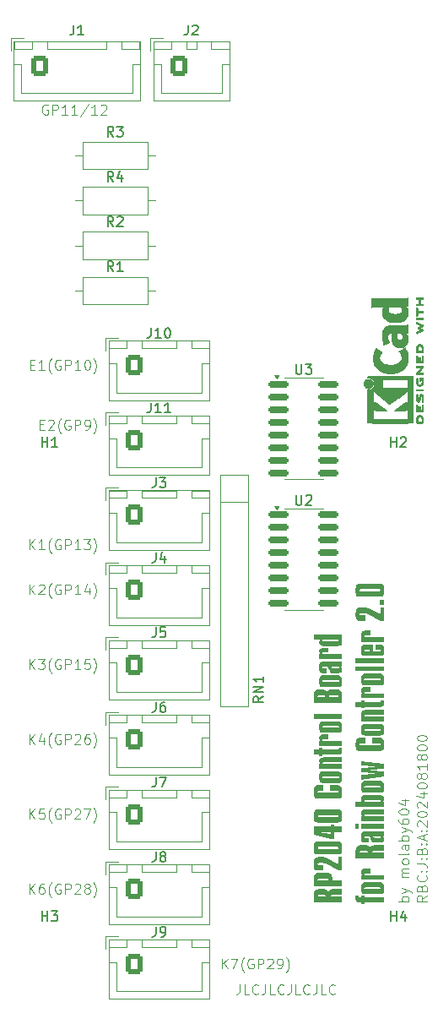
<source format=gto>
G04 #@! TF.GenerationSoftware,KiCad,Pcbnew,8.0.2*
G04 #@! TF.CreationDate,2024-08-18T16:51:17+09:00*
G04 #@! TF.ProjectId,rainbow2-rp2040,7261696e-626f-4773-922d-727032303430,rev?*
G04 #@! TF.SameCoordinates,Original*
G04 #@! TF.FileFunction,Legend,Top*
G04 #@! TF.FilePolarity,Positive*
%FSLAX46Y46*%
G04 Gerber Fmt 4.6, Leading zero omitted, Abs format (unit mm)*
G04 Created by KiCad (PCBNEW 8.0.2) date 2024-08-18 16:51:17*
%MOMM*%
%LPD*%
G01*
G04 APERTURE LIST*
G04 Aperture macros list*
%AMRoundRect*
0 Rectangle with rounded corners*
0 $1 Rounding radius*
0 $2 $3 $4 $5 $6 $7 $8 $9 X,Y pos of 4 corners*
0 Add a 4 corners polygon primitive as box body*
4,1,4,$2,$3,$4,$5,$6,$7,$8,$9,$2,$3,0*
0 Add four circle primitives for the rounded corners*
1,1,$1+$1,$2,$3*
1,1,$1+$1,$4,$5*
1,1,$1+$1,$6,$7*
1,1,$1+$1,$8,$9*
0 Add four rect primitives between the rounded corners*
20,1,$1+$1,$2,$3,$4,$5,0*
20,1,$1+$1,$4,$5,$6,$7,0*
20,1,$1+$1,$6,$7,$8,$9,0*
20,1,$1+$1,$8,$9,$2,$3,0*%
G04 Aperture macros list end*
%ADD10C,0.100000*%
%ADD11C,0.150000*%
%ADD12C,0.010000*%
%ADD13C,0.120000*%
%ADD14RoundRect,0.250000X-0.600000X-0.750000X0.600000X-0.750000X0.600000X0.750000X-0.600000X0.750000X0*%
%ADD15O,1.700000X2.000000*%
%ADD16R,1.600000X1.600000*%
%ADD17O,1.600000X1.600000*%
%ADD18RoundRect,0.250000X-0.600000X-0.725000X0.600000X-0.725000X0.600000X0.725000X-0.600000X0.725000X0*%
%ADD19O,1.700000X1.950000*%
%ADD20C,7.500000*%
%ADD21O,2.500000X1.500000*%
%ADD22O,1.500000X2.500000*%
%ADD23C,1.600000*%
%ADD24RoundRect,0.150000X-0.850000X-0.150000X0.850000X-0.150000X0.850000X0.150000X-0.850000X0.150000X0*%
G04 APERTURE END LIST*
D10*
X99833333Y-61420038D02*
X99738095Y-61372419D01*
X99738095Y-61372419D02*
X99595238Y-61372419D01*
X99595238Y-61372419D02*
X99452381Y-61420038D01*
X99452381Y-61420038D02*
X99357143Y-61515276D01*
X99357143Y-61515276D02*
X99309524Y-61610514D01*
X99309524Y-61610514D02*
X99261905Y-61800990D01*
X99261905Y-61800990D02*
X99261905Y-61943847D01*
X99261905Y-61943847D02*
X99309524Y-62134323D01*
X99309524Y-62134323D02*
X99357143Y-62229561D01*
X99357143Y-62229561D02*
X99452381Y-62324800D01*
X99452381Y-62324800D02*
X99595238Y-62372419D01*
X99595238Y-62372419D02*
X99690476Y-62372419D01*
X99690476Y-62372419D02*
X99833333Y-62324800D01*
X99833333Y-62324800D02*
X99880952Y-62277180D01*
X99880952Y-62277180D02*
X99880952Y-61943847D01*
X99880952Y-61943847D02*
X99690476Y-61943847D01*
X100309524Y-62372419D02*
X100309524Y-61372419D01*
X100309524Y-61372419D02*
X100690476Y-61372419D01*
X100690476Y-61372419D02*
X100785714Y-61420038D01*
X100785714Y-61420038D02*
X100833333Y-61467657D01*
X100833333Y-61467657D02*
X100880952Y-61562895D01*
X100880952Y-61562895D02*
X100880952Y-61705752D01*
X100880952Y-61705752D02*
X100833333Y-61800990D01*
X100833333Y-61800990D02*
X100785714Y-61848609D01*
X100785714Y-61848609D02*
X100690476Y-61896228D01*
X100690476Y-61896228D02*
X100309524Y-61896228D01*
X101833333Y-62372419D02*
X101261905Y-62372419D01*
X101547619Y-62372419D02*
X101547619Y-61372419D01*
X101547619Y-61372419D02*
X101452381Y-61515276D01*
X101452381Y-61515276D02*
X101357143Y-61610514D01*
X101357143Y-61610514D02*
X101261905Y-61658133D01*
X102785714Y-62372419D02*
X102214286Y-62372419D01*
X102500000Y-62372419D02*
X102500000Y-61372419D01*
X102500000Y-61372419D02*
X102404762Y-61515276D01*
X102404762Y-61515276D02*
X102309524Y-61610514D01*
X102309524Y-61610514D02*
X102214286Y-61658133D01*
X103928571Y-61324800D02*
X103071429Y-62610514D01*
X104785714Y-62372419D02*
X104214286Y-62372419D01*
X104500000Y-62372419D02*
X104500000Y-61372419D01*
X104500000Y-61372419D02*
X104404762Y-61515276D01*
X104404762Y-61515276D02*
X104309524Y-61610514D01*
X104309524Y-61610514D02*
X104214286Y-61658133D01*
X105166667Y-61467657D02*
X105214286Y-61420038D01*
X105214286Y-61420038D02*
X105309524Y-61372419D01*
X105309524Y-61372419D02*
X105547619Y-61372419D01*
X105547619Y-61372419D02*
X105642857Y-61420038D01*
X105642857Y-61420038D02*
X105690476Y-61467657D01*
X105690476Y-61467657D02*
X105738095Y-61562895D01*
X105738095Y-61562895D02*
X105738095Y-61658133D01*
X105738095Y-61658133D02*
X105690476Y-61800990D01*
X105690476Y-61800990D02*
X105119048Y-62372419D01*
X105119048Y-62372419D02*
X105738095Y-62372419D01*
X137872419Y-140624687D02*
X137396228Y-140958020D01*
X137872419Y-141196115D02*
X136872419Y-141196115D01*
X136872419Y-141196115D02*
X136872419Y-140815163D01*
X136872419Y-140815163D02*
X136920038Y-140719925D01*
X136920038Y-140719925D02*
X136967657Y-140672306D01*
X136967657Y-140672306D02*
X137062895Y-140624687D01*
X137062895Y-140624687D02*
X137205752Y-140624687D01*
X137205752Y-140624687D02*
X137300990Y-140672306D01*
X137300990Y-140672306D02*
X137348609Y-140719925D01*
X137348609Y-140719925D02*
X137396228Y-140815163D01*
X137396228Y-140815163D02*
X137396228Y-141196115D01*
X137348609Y-139862782D02*
X137396228Y-139719925D01*
X137396228Y-139719925D02*
X137443847Y-139672306D01*
X137443847Y-139672306D02*
X137539085Y-139624687D01*
X137539085Y-139624687D02*
X137681942Y-139624687D01*
X137681942Y-139624687D02*
X137777180Y-139672306D01*
X137777180Y-139672306D02*
X137824800Y-139719925D01*
X137824800Y-139719925D02*
X137872419Y-139815163D01*
X137872419Y-139815163D02*
X137872419Y-140196115D01*
X137872419Y-140196115D02*
X136872419Y-140196115D01*
X136872419Y-140196115D02*
X136872419Y-139862782D01*
X136872419Y-139862782D02*
X136920038Y-139767544D01*
X136920038Y-139767544D02*
X136967657Y-139719925D01*
X136967657Y-139719925D02*
X137062895Y-139672306D01*
X137062895Y-139672306D02*
X137158133Y-139672306D01*
X137158133Y-139672306D02*
X137253371Y-139719925D01*
X137253371Y-139719925D02*
X137300990Y-139767544D01*
X137300990Y-139767544D02*
X137348609Y-139862782D01*
X137348609Y-139862782D02*
X137348609Y-140196115D01*
X137777180Y-138624687D02*
X137824800Y-138672306D01*
X137824800Y-138672306D02*
X137872419Y-138815163D01*
X137872419Y-138815163D02*
X137872419Y-138910401D01*
X137872419Y-138910401D02*
X137824800Y-139053258D01*
X137824800Y-139053258D02*
X137729561Y-139148496D01*
X137729561Y-139148496D02*
X137634323Y-139196115D01*
X137634323Y-139196115D02*
X137443847Y-139243734D01*
X137443847Y-139243734D02*
X137300990Y-139243734D01*
X137300990Y-139243734D02*
X137110514Y-139196115D01*
X137110514Y-139196115D02*
X137015276Y-139148496D01*
X137015276Y-139148496D02*
X136920038Y-139053258D01*
X136920038Y-139053258D02*
X136872419Y-138910401D01*
X136872419Y-138910401D02*
X136872419Y-138815163D01*
X136872419Y-138815163D02*
X136920038Y-138672306D01*
X136920038Y-138672306D02*
X136967657Y-138624687D01*
X137777180Y-138196115D02*
X137824800Y-138148496D01*
X137824800Y-138148496D02*
X137872419Y-138196115D01*
X137872419Y-138196115D02*
X137824800Y-138243734D01*
X137824800Y-138243734D02*
X137777180Y-138196115D01*
X137777180Y-138196115D02*
X137872419Y-138196115D01*
X137253371Y-138196115D02*
X137300990Y-138148496D01*
X137300990Y-138148496D02*
X137348609Y-138196115D01*
X137348609Y-138196115D02*
X137300990Y-138243734D01*
X137300990Y-138243734D02*
X137253371Y-138196115D01*
X137253371Y-138196115D02*
X137348609Y-138196115D01*
X136872419Y-137434211D02*
X137586704Y-137434211D01*
X137586704Y-137434211D02*
X137729561Y-137481830D01*
X137729561Y-137481830D02*
X137824800Y-137577068D01*
X137824800Y-137577068D02*
X137872419Y-137719925D01*
X137872419Y-137719925D02*
X137872419Y-137815163D01*
X137777180Y-136958020D02*
X137824800Y-136910401D01*
X137824800Y-136910401D02*
X137872419Y-136958020D01*
X137872419Y-136958020D02*
X137824800Y-137005639D01*
X137824800Y-137005639D02*
X137777180Y-136958020D01*
X137777180Y-136958020D02*
X137872419Y-136958020D01*
X137253371Y-136958020D02*
X137300990Y-136910401D01*
X137300990Y-136910401D02*
X137348609Y-136958020D01*
X137348609Y-136958020D02*
X137300990Y-137005639D01*
X137300990Y-137005639D02*
X137253371Y-136958020D01*
X137253371Y-136958020D02*
X137348609Y-136958020D01*
X137348609Y-136148497D02*
X137396228Y-136005640D01*
X137396228Y-136005640D02*
X137443847Y-135958021D01*
X137443847Y-135958021D02*
X137539085Y-135910402D01*
X137539085Y-135910402D02*
X137681942Y-135910402D01*
X137681942Y-135910402D02*
X137777180Y-135958021D01*
X137777180Y-135958021D02*
X137824800Y-136005640D01*
X137824800Y-136005640D02*
X137872419Y-136100878D01*
X137872419Y-136100878D02*
X137872419Y-136481830D01*
X137872419Y-136481830D02*
X136872419Y-136481830D01*
X136872419Y-136481830D02*
X136872419Y-136148497D01*
X136872419Y-136148497D02*
X136920038Y-136053259D01*
X136920038Y-136053259D02*
X136967657Y-136005640D01*
X136967657Y-136005640D02*
X137062895Y-135958021D01*
X137062895Y-135958021D02*
X137158133Y-135958021D01*
X137158133Y-135958021D02*
X137253371Y-136005640D01*
X137253371Y-136005640D02*
X137300990Y-136053259D01*
X137300990Y-136053259D02*
X137348609Y-136148497D01*
X137348609Y-136148497D02*
X137348609Y-136481830D01*
X137777180Y-135481830D02*
X137824800Y-135434211D01*
X137824800Y-135434211D02*
X137872419Y-135481830D01*
X137872419Y-135481830D02*
X137824800Y-135529449D01*
X137824800Y-135529449D02*
X137777180Y-135481830D01*
X137777180Y-135481830D02*
X137872419Y-135481830D01*
X137253371Y-135481830D02*
X137300990Y-135434211D01*
X137300990Y-135434211D02*
X137348609Y-135481830D01*
X137348609Y-135481830D02*
X137300990Y-135529449D01*
X137300990Y-135529449D02*
X137253371Y-135481830D01*
X137253371Y-135481830D02*
X137348609Y-135481830D01*
X137586704Y-135053259D02*
X137586704Y-134577069D01*
X137872419Y-135148497D02*
X136872419Y-134815164D01*
X136872419Y-134815164D02*
X137872419Y-134481831D01*
X137777180Y-134148497D02*
X137824800Y-134100878D01*
X137824800Y-134100878D02*
X137872419Y-134148497D01*
X137872419Y-134148497D02*
X137824800Y-134196116D01*
X137824800Y-134196116D02*
X137777180Y-134148497D01*
X137777180Y-134148497D02*
X137872419Y-134148497D01*
X137253371Y-134148497D02*
X137300990Y-134100878D01*
X137300990Y-134100878D02*
X137348609Y-134148497D01*
X137348609Y-134148497D02*
X137300990Y-134196116D01*
X137300990Y-134196116D02*
X137253371Y-134148497D01*
X137253371Y-134148497D02*
X137348609Y-134148497D01*
X136967657Y-133719926D02*
X136920038Y-133672307D01*
X136920038Y-133672307D02*
X136872419Y-133577069D01*
X136872419Y-133577069D02*
X136872419Y-133338974D01*
X136872419Y-133338974D02*
X136920038Y-133243736D01*
X136920038Y-133243736D02*
X136967657Y-133196117D01*
X136967657Y-133196117D02*
X137062895Y-133148498D01*
X137062895Y-133148498D02*
X137158133Y-133148498D01*
X137158133Y-133148498D02*
X137300990Y-133196117D01*
X137300990Y-133196117D02*
X137872419Y-133767545D01*
X137872419Y-133767545D02*
X137872419Y-133148498D01*
X136872419Y-132529450D02*
X136872419Y-132434212D01*
X136872419Y-132434212D02*
X136920038Y-132338974D01*
X136920038Y-132338974D02*
X136967657Y-132291355D01*
X136967657Y-132291355D02*
X137062895Y-132243736D01*
X137062895Y-132243736D02*
X137253371Y-132196117D01*
X137253371Y-132196117D02*
X137491466Y-132196117D01*
X137491466Y-132196117D02*
X137681942Y-132243736D01*
X137681942Y-132243736D02*
X137777180Y-132291355D01*
X137777180Y-132291355D02*
X137824800Y-132338974D01*
X137824800Y-132338974D02*
X137872419Y-132434212D01*
X137872419Y-132434212D02*
X137872419Y-132529450D01*
X137872419Y-132529450D02*
X137824800Y-132624688D01*
X137824800Y-132624688D02*
X137777180Y-132672307D01*
X137777180Y-132672307D02*
X137681942Y-132719926D01*
X137681942Y-132719926D02*
X137491466Y-132767545D01*
X137491466Y-132767545D02*
X137253371Y-132767545D01*
X137253371Y-132767545D02*
X137062895Y-132719926D01*
X137062895Y-132719926D02*
X136967657Y-132672307D01*
X136967657Y-132672307D02*
X136920038Y-132624688D01*
X136920038Y-132624688D02*
X136872419Y-132529450D01*
X136967657Y-131815164D02*
X136920038Y-131767545D01*
X136920038Y-131767545D02*
X136872419Y-131672307D01*
X136872419Y-131672307D02*
X136872419Y-131434212D01*
X136872419Y-131434212D02*
X136920038Y-131338974D01*
X136920038Y-131338974D02*
X136967657Y-131291355D01*
X136967657Y-131291355D02*
X137062895Y-131243736D01*
X137062895Y-131243736D02*
X137158133Y-131243736D01*
X137158133Y-131243736D02*
X137300990Y-131291355D01*
X137300990Y-131291355D02*
X137872419Y-131862783D01*
X137872419Y-131862783D02*
X137872419Y-131243736D01*
X137205752Y-130386593D02*
X137872419Y-130386593D01*
X136824800Y-130624688D02*
X137539085Y-130862783D01*
X137539085Y-130862783D02*
X137539085Y-130243736D01*
X136872419Y-129672307D02*
X136872419Y-129577069D01*
X136872419Y-129577069D02*
X136920038Y-129481831D01*
X136920038Y-129481831D02*
X136967657Y-129434212D01*
X136967657Y-129434212D02*
X137062895Y-129386593D01*
X137062895Y-129386593D02*
X137253371Y-129338974D01*
X137253371Y-129338974D02*
X137491466Y-129338974D01*
X137491466Y-129338974D02*
X137681942Y-129386593D01*
X137681942Y-129386593D02*
X137777180Y-129434212D01*
X137777180Y-129434212D02*
X137824800Y-129481831D01*
X137824800Y-129481831D02*
X137872419Y-129577069D01*
X137872419Y-129577069D02*
X137872419Y-129672307D01*
X137872419Y-129672307D02*
X137824800Y-129767545D01*
X137824800Y-129767545D02*
X137777180Y-129815164D01*
X137777180Y-129815164D02*
X137681942Y-129862783D01*
X137681942Y-129862783D02*
X137491466Y-129910402D01*
X137491466Y-129910402D02*
X137253371Y-129910402D01*
X137253371Y-129910402D02*
X137062895Y-129862783D01*
X137062895Y-129862783D02*
X136967657Y-129815164D01*
X136967657Y-129815164D02*
X136920038Y-129767545D01*
X136920038Y-129767545D02*
X136872419Y-129672307D01*
X137300990Y-128767545D02*
X137253371Y-128862783D01*
X137253371Y-128862783D02*
X137205752Y-128910402D01*
X137205752Y-128910402D02*
X137110514Y-128958021D01*
X137110514Y-128958021D02*
X137062895Y-128958021D01*
X137062895Y-128958021D02*
X136967657Y-128910402D01*
X136967657Y-128910402D02*
X136920038Y-128862783D01*
X136920038Y-128862783D02*
X136872419Y-128767545D01*
X136872419Y-128767545D02*
X136872419Y-128577069D01*
X136872419Y-128577069D02*
X136920038Y-128481831D01*
X136920038Y-128481831D02*
X136967657Y-128434212D01*
X136967657Y-128434212D02*
X137062895Y-128386593D01*
X137062895Y-128386593D02*
X137110514Y-128386593D01*
X137110514Y-128386593D02*
X137205752Y-128434212D01*
X137205752Y-128434212D02*
X137253371Y-128481831D01*
X137253371Y-128481831D02*
X137300990Y-128577069D01*
X137300990Y-128577069D02*
X137300990Y-128767545D01*
X137300990Y-128767545D02*
X137348609Y-128862783D01*
X137348609Y-128862783D02*
X137396228Y-128910402D01*
X137396228Y-128910402D02*
X137491466Y-128958021D01*
X137491466Y-128958021D02*
X137681942Y-128958021D01*
X137681942Y-128958021D02*
X137777180Y-128910402D01*
X137777180Y-128910402D02*
X137824800Y-128862783D01*
X137824800Y-128862783D02*
X137872419Y-128767545D01*
X137872419Y-128767545D02*
X137872419Y-128577069D01*
X137872419Y-128577069D02*
X137824800Y-128481831D01*
X137824800Y-128481831D02*
X137777180Y-128434212D01*
X137777180Y-128434212D02*
X137681942Y-128386593D01*
X137681942Y-128386593D02*
X137491466Y-128386593D01*
X137491466Y-128386593D02*
X137396228Y-128434212D01*
X137396228Y-128434212D02*
X137348609Y-128481831D01*
X137348609Y-128481831D02*
X137300990Y-128577069D01*
X137872419Y-127434212D02*
X137872419Y-128005640D01*
X137872419Y-127719926D02*
X136872419Y-127719926D01*
X136872419Y-127719926D02*
X137015276Y-127815164D01*
X137015276Y-127815164D02*
X137110514Y-127910402D01*
X137110514Y-127910402D02*
X137158133Y-128005640D01*
X137300990Y-126862783D02*
X137253371Y-126958021D01*
X137253371Y-126958021D02*
X137205752Y-127005640D01*
X137205752Y-127005640D02*
X137110514Y-127053259D01*
X137110514Y-127053259D02*
X137062895Y-127053259D01*
X137062895Y-127053259D02*
X136967657Y-127005640D01*
X136967657Y-127005640D02*
X136920038Y-126958021D01*
X136920038Y-126958021D02*
X136872419Y-126862783D01*
X136872419Y-126862783D02*
X136872419Y-126672307D01*
X136872419Y-126672307D02*
X136920038Y-126577069D01*
X136920038Y-126577069D02*
X136967657Y-126529450D01*
X136967657Y-126529450D02*
X137062895Y-126481831D01*
X137062895Y-126481831D02*
X137110514Y-126481831D01*
X137110514Y-126481831D02*
X137205752Y-126529450D01*
X137205752Y-126529450D02*
X137253371Y-126577069D01*
X137253371Y-126577069D02*
X137300990Y-126672307D01*
X137300990Y-126672307D02*
X137300990Y-126862783D01*
X137300990Y-126862783D02*
X137348609Y-126958021D01*
X137348609Y-126958021D02*
X137396228Y-127005640D01*
X137396228Y-127005640D02*
X137491466Y-127053259D01*
X137491466Y-127053259D02*
X137681942Y-127053259D01*
X137681942Y-127053259D02*
X137777180Y-127005640D01*
X137777180Y-127005640D02*
X137824800Y-126958021D01*
X137824800Y-126958021D02*
X137872419Y-126862783D01*
X137872419Y-126862783D02*
X137872419Y-126672307D01*
X137872419Y-126672307D02*
X137824800Y-126577069D01*
X137824800Y-126577069D02*
X137777180Y-126529450D01*
X137777180Y-126529450D02*
X137681942Y-126481831D01*
X137681942Y-126481831D02*
X137491466Y-126481831D01*
X137491466Y-126481831D02*
X137396228Y-126529450D01*
X137396228Y-126529450D02*
X137348609Y-126577069D01*
X137348609Y-126577069D02*
X137300990Y-126672307D01*
X136872419Y-125862783D02*
X136872419Y-125767545D01*
X136872419Y-125767545D02*
X136920038Y-125672307D01*
X136920038Y-125672307D02*
X136967657Y-125624688D01*
X136967657Y-125624688D02*
X137062895Y-125577069D01*
X137062895Y-125577069D02*
X137253371Y-125529450D01*
X137253371Y-125529450D02*
X137491466Y-125529450D01*
X137491466Y-125529450D02*
X137681942Y-125577069D01*
X137681942Y-125577069D02*
X137777180Y-125624688D01*
X137777180Y-125624688D02*
X137824800Y-125672307D01*
X137824800Y-125672307D02*
X137872419Y-125767545D01*
X137872419Y-125767545D02*
X137872419Y-125862783D01*
X137872419Y-125862783D02*
X137824800Y-125958021D01*
X137824800Y-125958021D02*
X137777180Y-126005640D01*
X137777180Y-126005640D02*
X137681942Y-126053259D01*
X137681942Y-126053259D02*
X137491466Y-126100878D01*
X137491466Y-126100878D02*
X137253371Y-126100878D01*
X137253371Y-126100878D02*
X137062895Y-126053259D01*
X137062895Y-126053259D02*
X136967657Y-126005640D01*
X136967657Y-126005640D02*
X136920038Y-125958021D01*
X136920038Y-125958021D02*
X136872419Y-125862783D01*
X136872419Y-124910402D02*
X136872419Y-124815164D01*
X136872419Y-124815164D02*
X136920038Y-124719926D01*
X136920038Y-124719926D02*
X136967657Y-124672307D01*
X136967657Y-124672307D02*
X137062895Y-124624688D01*
X137062895Y-124624688D02*
X137253371Y-124577069D01*
X137253371Y-124577069D02*
X137491466Y-124577069D01*
X137491466Y-124577069D02*
X137681942Y-124624688D01*
X137681942Y-124624688D02*
X137777180Y-124672307D01*
X137777180Y-124672307D02*
X137824800Y-124719926D01*
X137824800Y-124719926D02*
X137872419Y-124815164D01*
X137872419Y-124815164D02*
X137872419Y-124910402D01*
X137872419Y-124910402D02*
X137824800Y-125005640D01*
X137824800Y-125005640D02*
X137777180Y-125053259D01*
X137777180Y-125053259D02*
X137681942Y-125100878D01*
X137681942Y-125100878D02*
X137491466Y-125148497D01*
X137491466Y-125148497D02*
X137253371Y-125148497D01*
X137253371Y-125148497D02*
X137062895Y-125100878D01*
X137062895Y-125100878D02*
X136967657Y-125053259D01*
X136967657Y-125053259D02*
X136920038Y-125005640D01*
X136920038Y-125005640D02*
X136872419Y-124910402D01*
X119089598Y-149542419D02*
X119089598Y-150256704D01*
X119089598Y-150256704D02*
X119041979Y-150399561D01*
X119041979Y-150399561D02*
X118946741Y-150494800D01*
X118946741Y-150494800D02*
X118803884Y-150542419D01*
X118803884Y-150542419D02*
X118708646Y-150542419D01*
X120041979Y-150542419D02*
X119565789Y-150542419D01*
X119565789Y-150542419D02*
X119565789Y-149542419D01*
X120946741Y-150447180D02*
X120899122Y-150494800D01*
X120899122Y-150494800D02*
X120756265Y-150542419D01*
X120756265Y-150542419D02*
X120661027Y-150542419D01*
X120661027Y-150542419D02*
X120518170Y-150494800D01*
X120518170Y-150494800D02*
X120422932Y-150399561D01*
X120422932Y-150399561D02*
X120375313Y-150304323D01*
X120375313Y-150304323D02*
X120327694Y-150113847D01*
X120327694Y-150113847D02*
X120327694Y-149970990D01*
X120327694Y-149970990D02*
X120375313Y-149780514D01*
X120375313Y-149780514D02*
X120422932Y-149685276D01*
X120422932Y-149685276D02*
X120518170Y-149590038D01*
X120518170Y-149590038D02*
X120661027Y-149542419D01*
X120661027Y-149542419D02*
X120756265Y-149542419D01*
X120756265Y-149542419D02*
X120899122Y-149590038D01*
X120899122Y-149590038D02*
X120946741Y-149637657D01*
X121661027Y-149542419D02*
X121661027Y-150256704D01*
X121661027Y-150256704D02*
X121613408Y-150399561D01*
X121613408Y-150399561D02*
X121518170Y-150494800D01*
X121518170Y-150494800D02*
X121375313Y-150542419D01*
X121375313Y-150542419D02*
X121280075Y-150542419D01*
X122613408Y-150542419D02*
X122137218Y-150542419D01*
X122137218Y-150542419D02*
X122137218Y-149542419D01*
X123518170Y-150447180D02*
X123470551Y-150494800D01*
X123470551Y-150494800D02*
X123327694Y-150542419D01*
X123327694Y-150542419D02*
X123232456Y-150542419D01*
X123232456Y-150542419D02*
X123089599Y-150494800D01*
X123089599Y-150494800D02*
X122994361Y-150399561D01*
X122994361Y-150399561D02*
X122946742Y-150304323D01*
X122946742Y-150304323D02*
X122899123Y-150113847D01*
X122899123Y-150113847D02*
X122899123Y-149970990D01*
X122899123Y-149970990D02*
X122946742Y-149780514D01*
X122946742Y-149780514D02*
X122994361Y-149685276D01*
X122994361Y-149685276D02*
X123089599Y-149590038D01*
X123089599Y-149590038D02*
X123232456Y-149542419D01*
X123232456Y-149542419D02*
X123327694Y-149542419D01*
X123327694Y-149542419D02*
X123470551Y-149590038D01*
X123470551Y-149590038D02*
X123518170Y-149637657D01*
X124232456Y-149542419D02*
X124232456Y-150256704D01*
X124232456Y-150256704D02*
X124184837Y-150399561D01*
X124184837Y-150399561D02*
X124089599Y-150494800D01*
X124089599Y-150494800D02*
X123946742Y-150542419D01*
X123946742Y-150542419D02*
X123851504Y-150542419D01*
X125184837Y-150542419D02*
X124708647Y-150542419D01*
X124708647Y-150542419D02*
X124708647Y-149542419D01*
X126089599Y-150447180D02*
X126041980Y-150494800D01*
X126041980Y-150494800D02*
X125899123Y-150542419D01*
X125899123Y-150542419D02*
X125803885Y-150542419D01*
X125803885Y-150542419D02*
X125661028Y-150494800D01*
X125661028Y-150494800D02*
X125565790Y-150399561D01*
X125565790Y-150399561D02*
X125518171Y-150304323D01*
X125518171Y-150304323D02*
X125470552Y-150113847D01*
X125470552Y-150113847D02*
X125470552Y-149970990D01*
X125470552Y-149970990D02*
X125518171Y-149780514D01*
X125518171Y-149780514D02*
X125565790Y-149685276D01*
X125565790Y-149685276D02*
X125661028Y-149590038D01*
X125661028Y-149590038D02*
X125803885Y-149542419D01*
X125803885Y-149542419D02*
X125899123Y-149542419D01*
X125899123Y-149542419D02*
X126041980Y-149590038D01*
X126041980Y-149590038D02*
X126089599Y-149637657D01*
X126803885Y-149542419D02*
X126803885Y-150256704D01*
X126803885Y-150256704D02*
X126756266Y-150399561D01*
X126756266Y-150399561D02*
X126661028Y-150494800D01*
X126661028Y-150494800D02*
X126518171Y-150542419D01*
X126518171Y-150542419D02*
X126422933Y-150542419D01*
X127756266Y-150542419D02*
X127280076Y-150542419D01*
X127280076Y-150542419D02*
X127280076Y-149542419D01*
X128661028Y-150447180D02*
X128613409Y-150494800D01*
X128613409Y-150494800D02*
X128470552Y-150542419D01*
X128470552Y-150542419D02*
X128375314Y-150542419D01*
X128375314Y-150542419D02*
X128232457Y-150494800D01*
X128232457Y-150494800D02*
X128137219Y-150399561D01*
X128137219Y-150399561D02*
X128089600Y-150304323D01*
X128089600Y-150304323D02*
X128041981Y-150113847D01*
X128041981Y-150113847D02*
X128041981Y-149970990D01*
X128041981Y-149970990D02*
X128089600Y-149780514D01*
X128089600Y-149780514D02*
X128137219Y-149685276D01*
X128137219Y-149685276D02*
X128232457Y-149590038D01*
X128232457Y-149590038D02*
X128375314Y-149542419D01*
X128375314Y-149542419D02*
X128470552Y-149542419D01*
X128470552Y-149542419D02*
X128613409Y-149590038D01*
X128613409Y-149590038D02*
X128661028Y-149637657D01*
X97981829Y-105957419D02*
X97981829Y-104957419D01*
X98553257Y-105957419D02*
X98124686Y-105385990D01*
X98553257Y-104957419D02*
X97981829Y-105528847D01*
X99505638Y-105957419D02*
X98934210Y-105957419D01*
X99219924Y-105957419D02*
X99219924Y-104957419D01*
X99219924Y-104957419D02*
X99124686Y-105100276D01*
X99124686Y-105100276D02*
X99029448Y-105195514D01*
X99029448Y-105195514D02*
X98934210Y-105243133D01*
X100219924Y-106338371D02*
X100172305Y-106290752D01*
X100172305Y-106290752D02*
X100077067Y-106147895D01*
X100077067Y-106147895D02*
X100029448Y-106052657D01*
X100029448Y-106052657D02*
X99981829Y-105909800D01*
X99981829Y-105909800D02*
X99934210Y-105671704D01*
X99934210Y-105671704D02*
X99934210Y-105481228D01*
X99934210Y-105481228D02*
X99981829Y-105243133D01*
X99981829Y-105243133D02*
X100029448Y-105100276D01*
X100029448Y-105100276D02*
X100077067Y-105005038D01*
X100077067Y-105005038D02*
X100172305Y-104862180D01*
X100172305Y-104862180D02*
X100219924Y-104814561D01*
X101124686Y-105005038D02*
X101029448Y-104957419D01*
X101029448Y-104957419D02*
X100886591Y-104957419D01*
X100886591Y-104957419D02*
X100743734Y-105005038D01*
X100743734Y-105005038D02*
X100648496Y-105100276D01*
X100648496Y-105100276D02*
X100600877Y-105195514D01*
X100600877Y-105195514D02*
X100553258Y-105385990D01*
X100553258Y-105385990D02*
X100553258Y-105528847D01*
X100553258Y-105528847D02*
X100600877Y-105719323D01*
X100600877Y-105719323D02*
X100648496Y-105814561D01*
X100648496Y-105814561D02*
X100743734Y-105909800D01*
X100743734Y-105909800D02*
X100886591Y-105957419D01*
X100886591Y-105957419D02*
X100981829Y-105957419D01*
X100981829Y-105957419D02*
X101124686Y-105909800D01*
X101124686Y-105909800D02*
X101172305Y-105862180D01*
X101172305Y-105862180D02*
X101172305Y-105528847D01*
X101172305Y-105528847D02*
X100981829Y-105528847D01*
X101600877Y-105957419D02*
X101600877Y-104957419D01*
X101600877Y-104957419D02*
X101981829Y-104957419D01*
X101981829Y-104957419D02*
X102077067Y-105005038D01*
X102077067Y-105005038D02*
X102124686Y-105052657D01*
X102124686Y-105052657D02*
X102172305Y-105147895D01*
X102172305Y-105147895D02*
X102172305Y-105290752D01*
X102172305Y-105290752D02*
X102124686Y-105385990D01*
X102124686Y-105385990D02*
X102077067Y-105433609D01*
X102077067Y-105433609D02*
X101981829Y-105481228D01*
X101981829Y-105481228D02*
X101600877Y-105481228D01*
X103124686Y-105957419D02*
X102553258Y-105957419D01*
X102838972Y-105957419D02*
X102838972Y-104957419D01*
X102838972Y-104957419D02*
X102743734Y-105100276D01*
X102743734Y-105100276D02*
X102648496Y-105195514D01*
X102648496Y-105195514D02*
X102553258Y-105243133D01*
X103458020Y-104957419D02*
X104077067Y-104957419D01*
X104077067Y-104957419D02*
X103743734Y-105338371D01*
X103743734Y-105338371D02*
X103886591Y-105338371D01*
X103886591Y-105338371D02*
X103981829Y-105385990D01*
X103981829Y-105385990D02*
X104029448Y-105433609D01*
X104029448Y-105433609D02*
X104077067Y-105528847D01*
X104077067Y-105528847D02*
X104077067Y-105766942D01*
X104077067Y-105766942D02*
X104029448Y-105862180D01*
X104029448Y-105862180D02*
X103981829Y-105909800D01*
X103981829Y-105909800D02*
X103886591Y-105957419D01*
X103886591Y-105957419D02*
X103600877Y-105957419D01*
X103600877Y-105957419D02*
X103505639Y-105909800D01*
X103505639Y-105909800D02*
X103458020Y-105862180D01*
X104410401Y-106338371D02*
X104458020Y-106290752D01*
X104458020Y-106290752D02*
X104553258Y-106147895D01*
X104553258Y-106147895D02*
X104600877Y-106052657D01*
X104600877Y-106052657D02*
X104648496Y-105909800D01*
X104648496Y-105909800D02*
X104696115Y-105671704D01*
X104696115Y-105671704D02*
X104696115Y-105481228D01*
X104696115Y-105481228D02*
X104648496Y-105243133D01*
X104648496Y-105243133D02*
X104600877Y-105100276D01*
X104600877Y-105100276D02*
X104553258Y-105005038D01*
X104553258Y-105005038D02*
X104458020Y-104862180D01*
X104458020Y-104862180D02*
X104410401Y-104814561D01*
X97981829Y-140457419D02*
X97981829Y-139457419D01*
X98553257Y-140457419D02*
X98124686Y-139885990D01*
X98553257Y-139457419D02*
X97981829Y-140028847D01*
X99410400Y-139457419D02*
X99219924Y-139457419D01*
X99219924Y-139457419D02*
X99124686Y-139505038D01*
X99124686Y-139505038D02*
X99077067Y-139552657D01*
X99077067Y-139552657D02*
X98981829Y-139695514D01*
X98981829Y-139695514D02*
X98934210Y-139885990D01*
X98934210Y-139885990D02*
X98934210Y-140266942D01*
X98934210Y-140266942D02*
X98981829Y-140362180D01*
X98981829Y-140362180D02*
X99029448Y-140409800D01*
X99029448Y-140409800D02*
X99124686Y-140457419D01*
X99124686Y-140457419D02*
X99315162Y-140457419D01*
X99315162Y-140457419D02*
X99410400Y-140409800D01*
X99410400Y-140409800D02*
X99458019Y-140362180D01*
X99458019Y-140362180D02*
X99505638Y-140266942D01*
X99505638Y-140266942D02*
X99505638Y-140028847D01*
X99505638Y-140028847D02*
X99458019Y-139933609D01*
X99458019Y-139933609D02*
X99410400Y-139885990D01*
X99410400Y-139885990D02*
X99315162Y-139838371D01*
X99315162Y-139838371D02*
X99124686Y-139838371D01*
X99124686Y-139838371D02*
X99029448Y-139885990D01*
X99029448Y-139885990D02*
X98981829Y-139933609D01*
X98981829Y-139933609D02*
X98934210Y-140028847D01*
X100219924Y-140838371D02*
X100172305Y-140790752D01*
X100172305Y-140790752D02*
X100077067Y-140647895D01*
X100077067Y-140647895D02*
X100029448Y-140552657D01*
X100029448Y-140552657D02*
X99981829Y-140409800D01*
X99981829Y-140409800D02*
X99934210Y-140171704D01*
X99934210Y-140171704D02*
X99934210Y-139981228D01*
X99934210Y-139981228D02*
X99981829Y-139743133D01*
X99981829Y-139743133D02*
X100029448Y-139600276D01*
X100029448Y-139600276D02*
X100077067Y-139505038D01*
X100077067Y-139505038D02*
X100172305Y-139362180D01*
X100172305Y-139362180D02*
X100219924Y-139314561D01*
X101124686Y-139505038D02*
X101029448Y-139457419D01*
X101029448Y-139457419D02*
X100886591Y-139457419D01*
X100886591Y-139457419D02*
X100743734Y-139505038D01*
X100743734Y-139505038D02*
X100648496Y-139600276D01*
X100648496Y-139600276D02*
X100600877Y-139695514D01*
X100600877Y-139695514D02*
X100553258Y-139885990D01*
X100553258Y-139885990D02*
X100553258Y-140028847D01*
X100553258Y-140028847D02*
X100600877Y-140219323D01*
X100600877Y-140219323D02*
X100648496Y-140314561D01*
X100648496Y-140314561D02*
X100743734Y-140409800D01*
X100743734Y-140409800D02*
X100886591Y-140457419D01*
X100886591Y-140457419D02*
X100981829Y-140457419D01*
X100981829Y-140457419D02*
X101124686Y-140409800D01*
X101124686Y-140409800D02*
X101172305Y-140362180D01*
X101172305Y-140362180D02*
X101172305Y-140028847D01*
X101172305Y-140028847D02*
X100981829Y-140028847D01*
X101600877Y-140457419D02*
X101600877Y-139457419D01*
X101600877Y-139457419D02*
X101981829Y-139457419D01*
X101981829Y-139457419D02*
X102077067Y-139505038D01*
X102077067Y-139505038D02*
X102124686Y-139552657D01*
X102124686Y-139552657D02*
X102172305Y-139647895D01*
X102172305Y-139647895D02*
X102172305Y-139790752D01*
X102172305Y-139790752D02*
X102124686Y-139885990D01*
X102124686Y-139885990D02*
X102077067Y-139933609D01*
X102077067Y-139933609D02*
X101981829Y-139981228D01*
X101981829Y-139981228D02*
X101600877Y-139981228D01*
X102553258Y-139552657D02*
X102600877Y-139505038D01*
X102600877Y-139505038D02*
X102696115Y-139457419D01*
X102696115Y-139457419D02*
X102934210Y-139457419D01*
X102934210Y-139457419D02*
X103029448Y-139505038D01*
X103029448Y-139505038D02*
X103077067Y-139552657D01*
X103077067Y-139552657D02*
X103124686Y-139647895D01*
X103124686Y-139647895D02*
X103124686Y-139743133D01*
X103124686Y-139743133D02*
X103077067Y-139885990D01*
X103077067Y-139885990D02*
X102505639Y-140457419D01*
X102505639Y-140457419D02*
X103124686Y-140457419D01*
X103696115Y-139885990D02*
X103600877Y-139838371D01*
X103600877Y-139838371D02*
X103553258Y-139790752D01*
X103553258Y-139790752D02*
X103505639Y-139695514D01*
X103505639Y-139695514D02*
X103505639Y-139647895D01*
X103505639Y-139647895D02*
X103553258Y-139552657D01*
X103553258Y-139552657D02*
X103600877Y-139505038D01*
X103600877Y-139505038D02*
X103696115Y-139457419D01*
X103696115Y-139457419D02*
X103886591Y-139457419D01*
X103886591Y-139457419D02*
X103981829Y-139505038D01*
X103981829Y-139505038D02*
X104029448Y-139552657D01*
X104029448Y-139552657D02*
X104077067Y-139647895D01*
X104077067Y-139647895D02*
X104077067Y-139695514D01*
X104077067Y-139695514D02*
X104029448Y-139790752D01*
X104029448Y-139790752D02*
X103981829Y-139838371D01*
X103981829Y-139838371D02*
X103886591Y-139885990D01*
X103886591Y-139885990D02*
X103696115Y-139885990D01*
X103696115Y-139885990D02*
X103600877Y-139933609D01*
X103600877Y-139933609D02*
X103553258Y-139981228D01*
X103553258Y-139981228D02*
X103505639Y-140076466D01*
X103505639Y-140076466D02*
X103505639Y-140266942D01*
X103505639Y-140266942D02*
X103553258Y-140362180D01*
X103553258Y-140362180D02*
X103600877Y-140409800D01*
X103600877Y-140409800D02*
X103696115Y-140457419D01*
X103696115Y-140457419D02*
X103886591Y-140457419D01*
X103886591Y-140457419D02*
X103981829Y-140409800D01*
X103981829Y-140409800D02*
X104029448Y-140362180D01*
X104029448Y-140362180D02*
X104077067Y-140266942D01*
X104077067Y-140266942D02*
X104077067Y-140076466D01*
X104077067Y-140076466D02*
X104029448Y-139981228D01*
X104029448Y-139981228D02*
X103981829Y-139933609D01*
X103981829Y-139933609D02*
X103886591Y-139885990D01*
X104410401Y-140838371D02*
X104458020Y-140790752D01*
X104458020Y-140790752D02*
X104553258Y-140647895D01*
X104553258Y-140647895D02*
X104600877Y-140552657D01*
X104600877Y-140552657D02*
X104648496Y-140409800D01*
X104648496Y-140409800D02*
X104696115Y-140171704D01*
X104696115Y-140171704D02*
X104696115Y-139981228D01*
X104696115Y-139981228D02*
X104648496Y-139743133D01*
X104648496Y-139743133D02*
X104600877Y-139600276D01*
X104600877Y-139600276D02*
X104553258Y-139505038D01*
X104553258Y-139505038D02*
X104458020Y-139362180D01*
X104458020Y-139362180D02*
X104410401Y-139314561D01*
X117303884Y-147957419D02*
X117303884Y-146957419D01*
X117875312Y-147957419D02*
X117446741Y-147385990D01*
X117875312Y-146957419D02*
X117303884Y-147528847D01*
X118208646Y-146957419D02*
X118875312Y-146957419D01*
X118875312Y-146957419D02*
X118446741Y-147957419D01*
X119541979Y-148338371D02*
X119494360Y-148290752D01*
X119494360Y-148290752D02*
X119399122Y-148147895D01*
X119399122Y-148147895D02*
X119351503Y-148052657D01*
X119351503Y-148052657D02*
X119303884Y-147909800D01*
X119303884Y-147909800D02*
X119256265Y-147671704D01*
X119256265Y-147671704D02*
X119256265Y-147481228D01*
X119256265Y-147481228D02*
X119303884Y-147243133D01*
X119303884Y-147243133D02*
X119351503Y-147100276D01*
X119351503Y-147100276D02*
X119399122Y-147005038D01*
X119399122Y-147005038D02*
X119494360Y-146862180D01*
X119494360Y-146862180D02*
X119541979Y-146814561D01*
X120446741Y-147005038D02*
X120351503Y-146957419D01*
X120351503Y-146957419D02*
X120208646Y-146957419D01*
X120208646Y-146957419D02*
X120065789Y-147005038D01*
X120065789Y-147005038D02*
X119970551Y-147100276D01*
X119970551Y-147100276D02*
X119922932Y-147195514D01*
X119922932Y-147195514D02*
X119875313Y-147385990D01*
X119875313Y-147385990D02*
X119875313Y-147528847D01*
X119875313Y-147528847D02*
X119922932Y-147719323D01*
X119922932Y-147719323D02*
X119970551Y-147814561D01*
X119970551Y-147814561D02*
X120065789Y-147909800D01*
X120065789Y-147909800D02*
X120208646Y-147957419D01*
X120208646Y-147957419D02*
X120303884Y-147957419D01*
X120303884Y-147957419D02*
X120446741Y-147909800D01*
X120446741Y-147909800D02*
X120494360Y-147862180D01*
X120494360Y-147862180D02*
X120494360Y-147528847D01*
X120494360Y-147528847D02*
X120303884Y-147528847D01*
X120922932Y-147957419D02*
X120922932Y-146957419D01*
X120922932Y-146957419D02*
X121303884Y-146957419D01*
X121303884Y-146957419D02*
X121399122Y-147005038D01*
X121399122Y-147005038D02*
X121446741Y-147052657D01*
X121446741Y-147052657D02*
X121494360Y-147147895D01*
X121494360Y-147147895D02*
X121494360Y-147290752D01*
X121494360Y-147290752D02*
X121446741Y-147385990D01*
X121446741Y-147385990D02*
X121399122Y-147433609D01*
X121399122Y-147433609D02*
X121303884Y-147481228D01*
X121303884Y-147481228D02*
X120922932Y-147481228D01*
X121875313Y-147052657D02*
X121922932Y-147005038D01*
X121922932Y-147005038D02*
X122018170Y-146957419D01*
X122018170Y-146957419D02*
X122256265Y-146957419D01*
X122256265Y-146957419D02*
X122351503Y-147005038D01*
X122351503Y-147005038D02*
X122399122Y-147052657D01*
X122399122Y-147052657D02*
X122446741Y-147147895D01*
X122446741Y-147147895D02*
X122446741Y-147243133D01*
X122446741Y-147243133D02*
X122399122Y-147385990D01*
X122399122Y-147385990D02*
X121827694Y-147957419D01*
X121827694Y-147957419D02*
X122446741Y-147957419D01*
X122922932Y-147957419D02*
X123113408Y-147957419D01*
X123113408Y-147957419D02*
X123208646Y-147909800D01*
X123208646Y-147909800D02*
X123256265Y-147862180D01*
X123256265Y-147862180D02*
X123351503Y-147719323D01*
X123351503Y-147719323D02*
X123399122Y-147528847D01*
X123399122Y-147528847D02*
X123399122Y-147147895D01*
X123399122Y-147147895D02*
X123351503Y-147052657D01*
X123351503Y-147052657D02*
X123303884Y-147005038D01*
X123303884Y-147005038D02*
X123208646Y-146957419D01*
X123208646Y-146957419D02*
X123018170Y-146957419D01*
X123018170Y-146957419D02*
X122922932Y-147005038D01*
X122922932Y-147005038D02*
X122875313Y-147052657D01*
X122875313Y-147052657D02*
X122827694Y-147147895D01*
X122827694Y-147147895D02*
X122827694Y-147385990D01*
X122827694Y-147385990D02*
X122875313Y-147481228D01*
X122875313Y-147481228D02*
X122922932Y-147528847D01*
X122922932Y-147528847D02*
X123018170Y-147576466D01*
X123018170Y-147576466D02*
X123208646Y-147576466D01*
X123208646Y-147576466D02*
X123303884Y-147528847D01*
X123303884Y-147528847D02*
X123351503Y-147481228D01*
X123351503Y-147481228D02*
X123399122Y-147385990D01*
X123732456Y-148338371D02*
X123780075Y-148290752D01*
X123780075Y-148290752D02*
X123875313Y-148147895D01*
X123875313Y-148147895D02*
X123922932Y-148052657D01*
X123922932Y-148052657D02*
X123970551Y-147909800D01*
X123970551Y-147909800D02*
X124018170Y-147671704D01*
X124018170Y-147671704D02*
X124018170Y-147481228D01*
X124018170Y-147481228D02*
X123970551Y-147243133D01*
X123970551Y-147243133D02*
X123922932Y-147100276D01*
X123922932Y-147100276D02*
X123875313Y-147005038D01*
X123875313Y-147005038D02*
X123780075Y-146862180D01*
X123780075Y-146862180D02*
X123732456Y-146814561D01*
X98077067Y-87433609D02*
X98410400Y-87433609D01*
X98553257Y-87957419D02*
X98077067Y-87957419D01*
X98077067Y-87957419D02*
X98077067Y-86957419D01*
X98077067Y-86957419D02*
X98553257Y-86957419D01*
X99505638Y-87957419D02*
X98934210Y-87957419D01*
X99219924Y-87957419D02*
X99219924Y-86957419D01*
X99219924Y-86957419D02*
X99124686Y-87100276D01*
X99124686Y-87100276D02*
X99029448Y-87195514D01*
X99029448Y-87195514D02*
X98934210Y-87243133D01*
X100219924Y-88338371D02*
X100172305Y-88290752D01*
X100172305Y-88290752D02*
X100077067Y-88147895D01*
X100077067Y-88147895D02*
X100029448Y-88052657D01*
X100029448Y-88052657D02*
X99981829Y-87909800D01*
X99981829Y-87909800D02*
X99934210Y-87671704D01*
X99934210Y-87671704D02*
X99934210Y-87481228D01*
X99934210Y-87481228D02*
X99981829Y-87243133D01*
X99981829Y-87243133D02*
X100029448Y-87100276D01*
X100029448Y-87100276D02*
X100077067Y-87005038D01*
X100077067Y-87005038D02*
X100172305Y-86862180D01*
X100172305Y-86862180D02*
X100219924Y-86814561D01*
X101124686Y-87005038D02*
X101029448Y-86957419D01*
X101029448Y-86957419D02*
X100886591Y-86957419D01*
X100886591Y-86957419D02*
X100743734Y-87005038D01*
X100743734Y-87005038D02*
X100648496Y-87100276D01*
X100648496Y-87100276D02*
X100600877Y-87195514D01*
X100600877Y-87195514D02*
X100553258Y-87385990D01*
X100553258Y-87385990D02*
X100553258Y-87528847D01*
X100553258Y-87528847D02*
X100600877Y-87719323D01*
X100600877Y-87719323D02*
X100648496Y-87814561D01*
X100648496Y-87814561D02*
X100743734Y-87909800D01*
X100743734Y-87909800D02*
X100886591Y-87957419D01*
X100886591Y-87957419D02*
X100981829Y-87957419D01*
X100981829Y-87957419D02*
X101124686Y-87909800D01*
X101124686Y-87909800D02*
X101172305Y-87862180D01*
X101172305Y-87862180D02*
X101172305Y-87528847D01*
X101172305Y-87528847D02*
X100981829Y-87528847D01*
X101600877Y-87957419D02*
X101600877Y-86957419D01*
X101600877Y-86957419D02*
X101981829Y-86957419D01*
X101981829Y-86957419D02*
X102077067Y-87005038D01*
X102077067Y-87005038D02*
X102124686Y-87052657D01*
X102124686Y-87052657D02*
X102172305Y-87147895D01*
X102172305Y-87147895D02*
X102172305Y-87290752D01*
X102172305Y-87290752D02*
X102124686Y-87385990D01*
X102124686Y-87385990D02*
X102077067Y-87433609D01*
X102077067Y-87433609D02*
X101981829Y-87481228D01*
X101981829Y-87481228D02*
X101600877Y-87481228D01*
X103124686Y-87957419D02*
X102553258Y-87957419D01*
X102838972Y-87957419D02*
X102838972Y-86957419D01*
X102838972Y-86957419D02*
X102743734Y-87100276D01*
X102743734Y-87100276D02*
X102648496Y-87195514D01*
X102648496Y-87195514D02*
X102553258Y-87243133D01*
X103743734Y-86957419D02*
X103838972Y-86957419D01*
X103838972Y-86957419D02*
X103934210Y-87005038D01*
X103934210Y-87005038D02*
X103981829Y-87052657D01*
X103981829Y-87052657D02*
X104029448Y-87147895D01*
X104029448Y-87147895D02*
X104077067Y-87338371D01*
X104077067Y-87338371D02*
X104077067Y-87576466D01*
X104077067Y-87576466D02*
X104029448Y-87766942D01*
X104029448Y-87766942D02*
X103981829Y-87862180D01*
X103981829Y-87862180D02*
X103934210Y-87909800D01*
X103934210Y-87909800D02*
X103838972Y-87957419D01*
X103838972Y-87957419D02*
X103743734Y-87957419D01*
X103743734Y-87957419D02*
X103648496Y-87909800D01*
X103648496Y-87909800D02*
X103600877Y-87862180D01*
X103600877Y-87862180D02*
X103553258Y-87766942D01*
X103553258Y-87766942D02*
X103505639Y-87576466D01*
X103505639Y-87576466D02*
X103505639Y-87338371D01*
X103505639Y-87338371D02*
X103553258Y-87147895D01*
X103553258Y-87147895D02*
X103600877Y-87052657D01*
X103600877Y-87052657D02*
X103648496Y-87005038D01*
X103648496Y-87005038D02*
X103743734Y-86957419D01*
X104410401Y-88338371D02*
X104458020Y-88290752D01*
X104458020Y-88290752D02*
X104553258Y-88147895D01*
X104553258Y-88147895D02*
X104600877Y-88052657D01*
X104600877Y-88052657D02*
X104648496Y-87909800D01*
X104648496Y-87909800D02*
X104696115Y-87671704D01*
X104696115Y-87671704D02*
X104696115Y-87481228D01*
X104696115Y-87481228D02*
X104648496Y-87243133D01*
X104648496Y-87243133D02*
X104600877Y-87100276D01*
X104600877Y-87100276D02*
X104553258Y-87005038D01*
X104553258Y-87005038D02*
X104458020Y-86862180D01*
X104458020Y-86862180D02*
X104410401Y-86814561D01*
X97981829Y-125457419D02*
X97981829Y-124457419D01*
X98553257Y-125457419D02*
X98124686Y-124885990D01*
X98553257Y-124457419D02*
X97981829Y-125028847D01*
X99410400Y-124790752D02*
X99410400Y-125457419D01*
X99172305Y-124409800D02*
X98934210Y-125124085D01*
X98934210Y-125124085D02*
X99553257Y-125124085D01*
X100219924Y-125838371D02*
X100172305Y-125790752D01*
X100172305Y-125790752D02*
X100077067Y-125647895D01*
X100077067Y-125647895D02*
X100029448Y-125552657D01*
X100029448Y-125552657D02*
X99981829Y-125409800D01*
X99981829Y-125409800D02*
X99934210Y-125171704D01*
X99934210Y-125171704D02*
X99934210Y-124981228D01*
X99934210Y-124981228D02*
X99981829Y-124743133D01*
X99981829Y-124743133D02*
X100029448Y-124600276D01*
X100029448Y-124600276D02*
X100077067Y-124505038D01*
X100077067Y-124505038D02*
X100172305Y-124362180D01*
X100172305Y-124362180D02*
X100219924Y-124314561D01*
X101124686Y-124505038D02*
X101029448Y-124457419D01*
X101029448Y-124457419D02*
X100886591Y-124457419D01*
X100886591Y-124457419D02*
X100743734Y-124505038D01*
X100743734Y-124505038D02*
X100648496Y-124600276D01*
X100648496Y-124600276D02*
X100600877Y-124695514D01*
X100600877Y-124695514D02*
X100553258Y-124885990D01*
X100553258Y-124885990D02*
X100553258Y-125028847D01*
X100553258Y-125028847D02*
X100600877Y-125219323D01*
X100600877Y-125219323D02*
X100648496Y-125314561D01*
X100648496Y-125314561D02*
X100743734Y-125409800D01*
X100743734Y-125409800D02*
X100886591Y-125457419D01*
X100886591Y-125457419D02*
X100981829Y-125457419D01*
X100981829Y-125457419D02*
X101124686Y-125409800D01*
X101124686Y-125409800D02*
X101172305Y-125362180D01*
X101172305Y-125362180D02*
X101172305Y-125028847D01*
X101172305Y-125028847D02*
X100981829Y-125028847D01*
X101600877Y-125457419D02*
X101600877Y-124457419D01*
X101600877Y-124457419D02*
X101981829Y-124457419D01*
X101981829Y-124457419D02*
X102077067Y-124505038D01*
X102077067Y-124505038D02*
X102124686Y-124552657D01*
X102124686Y-124552657D02*
X102172305Y-124647895D01*
X102172305Y-124647895D02*
X102172305Y-124790752D01*
X102172305Y-124790752D02*
X102124686Y-124885990D01*
X102124686Y-124885990D02*
X102077067Y-124933609D01*
X102077067Y-124933609D02*
X101981829Y-124981228D01*
X101981829Y-124981228D02*
X101600877Y-124981228D01*
X102553258Y-124552657D02*
X102600877Y-124505038D01*
X102600877Y-124505038D02*
X102696115Y-124457419D01*
X102696115Y-124457419D02*
X102934210Y-124457419D01*
X102934210Y-124457419D02*
X103029448Y-124505038D01*
X103029448Y-124505038D02*
X103077067Y-124552657D01*
X103077067Y-124552657D02*
X103124686Y-124647895D01*
X103124686Y-124647895D02*
X103124686Y-124743133D01*
X103124686Y-124743133D02*
X103077067Y-124885990D01*
X103077067Y-124885990D02*
X102505639Y-125457419D01*
X102505639Y-125457419D02*
X103124686Y-125457419D01*
X103981829Y-124457419D02*
X103791353Y-124457419D01*
X103791353Y-124457419D02*
X103696115Y-124505038D01*
X103696115Y-124505038D02*
X103648496Y-124552657D01*
X103648496Y-124552657D02*
X103553258Y-124695514D01*
X103553258Y-124695514D02*
X103505639Y-124885990D01*
X103505639Y-124885990D02*
X103505639Y-125266942D01*
X103505639Y-125266942D02*
X103553258Y-125362180D01*
X103553258Y-125362180D02*
X103600877Y-125409800D01*
X103600877Y-125409800D02*
X103696115Y-125457419D01*
X103696115Y-125457419D02*
X103886591Y-125457419D01*
X103886591Y-125457419D02*
X103981829Y-125409800D01*
X103981829Y-125409800D02*
X104029448Y-125362180D01*
X104029448Y-125362180D02*
X104077067Y-125266942D01*
X104077067Y-125266942D02*
X104077067Y-125028847D01*
X104077067Y-125028847D02*
X104029448Y-124933609D01*
X104029448Y-124933609D02*
X103981829Y-124885990D01*
X103981829Y-124885990D02*
X103886591Y-124838371D01*
X103886591Y-124838371D02*
X103696115Y-124838371D01*
X103696115Y-124838371D02*
X103600877Y-124885990D01*
X103600877Y-124885990D02*
X103553258Y-124933609D01*
X103553258Y-124933609D02*
X103505639Y-125028847D01*
X104410401Y-125838371D02*
X104458020Y-125790752D01*
X104458020Y-125790752D02*
X104553258Y-125647895D01*
X104553258Y-125647895D02*
X104600877Y-125552657D01*
X104600877Y-125552657D02*
X104648496Y-125409800D01*
X104648496Y-125409800D02*
X104696115Y-125171704D01*
X104696115Y-125171704D02*
X104696115Y-124981228D01*
X104696115Y-124981228D02*
X104648496Y-124743133D01*
X104648496Y-124743133D02*
X104600877Y-124600276D01*
X104600877Y-124600276D02*
X104553258Y-124505038D01*
X104553258Y-124505038D02*
X104458020Y-124362180D01*
X104458020Y-124362180D02*
X104410401Y-124314561D01*
G36*
X127598552Y-140009356D02*
G01*
X127728168Y-140030393D01*
X127810624Y-140064462D01*
X127907074Y-140151660D01*
X127966329Y-140265963D01*
X128021749Y-140151026D01*
X128109211Y-140068126D01*
X128231332Y-140020498D01*
X128357385Y-140005615D01*
X128405966Y-140004623D01*
X129375000Y-140004623D01*
X129375000Y-140582257D01*
X128320481Y-140582257D01*
X128222784Y-140614619D01*
X128192254Y-140722086D01*
X128195917Y-140746510D01*
X128195917Y-140768492D01*
X129375000Y-140768492D01*
X129375000Y-141352843D01*
X126522243Y-141352843D01*
X126522243Y-140729413D01*
X126903872Y-140729413D01*
X126903872Y-140768492D01*
X127771545Y-140768492D01*
X127771545Y-140742847D01*
X127775209Y-140719033D01*
X127745900Y-140614619D01*
X127628053Y-140582257D01*
X127081559Y-140582257D01*
X126959092Y-140594879D01*
X126927686Y-140611566D01*
X126903872Y-140729413D01*
X126522243Y-140729413D01*
X126522243Y-140638433D01*
X126525914Y-140503443D01*
X126539475Y-140368800D01*
X126567210Y-140245047D01*
X126626657Y-140127355D01*
X126732451Y-140057479D01*
X126863983Y-140021882D01*
X126994268Y-140007619D01*
X127102320Y-140004623D01*
X127474180Y-140004623D01*
X127598552Y-140009356D01*
G37*
G36*
X127916548Y-138374674D02*
G01*
X128047058Y-138389584D01*
X128175102Y-138424896D01*
X128264916Y-138485432D01*
X128322624Y-138599904D01*
X128349548Y-138724125D01*
X128362713Y-138861118D01*
X128366277Y-138999563D01*
X128366277Y-139134508D01*
X129375000Y-139134508D01*
X129375000Y-139718859D01*
X126522243Y-139718859D01*
X126522243Y-139091765D01*
X126903872Y-139091765D01*
X126903872Y-139134508D01*
X127995638Y-139134508D01*
X127995638Y-139085048D01*
X127972435Y-138981856D01*
X127852823Y-138951068D01*
X127822836Y-138948272D01*
X127081559Y-138948272D01*
X126959092Y-138962210D01*
X126927686Y-138980635D01*
X126903872Y-139091765D01*
X126522243Y-139091765D01*
X126522243Y-139004448D01*
X126525678Y-138864385D01*
X126538367Y-138726048D01*
X126564318Y-138601007D01*
X126619940Y-138486653D01*
X126724875Y-138420602D01*
X126858172Y-138386953D01*
X126991367Y-138373470D01*
X127102320Y-138370638D01*
X127783147Y-138370638D01*
X127916548Y-138374674D01*
G37*
G36*
X127094993Y-136781228D02*
G01*
X127463799Y-136781228D01*
X127587066Y-136791961D01*
X127659193Y-136808705D01*
X127780170Y-136846200D01*
X127858251Y-136881978D01*
X129023290Y-137488921D01*
X129023290Y-136781228D01*
X129375000Y-136781228D01*
X129375000Y-138125785D01*
X129023290Y-138125785D01*
X127736130Y-137461444D01*
X127622297Y-137405172D01*
X127579815Y-137391224D01*
X127430216Y-137377791D01*
X127020498Y-137377791D01*
X126925244Y-137394888D01*
X126897156Y-137468161D01*
X126924633Y-137534717D01*
X127018667Y-137556699D01*
X127512037Y-137556699D01*
X127512037Y-138136165D01*
X127085833Y-138136165D01*
X126954593Y-138131850D01*
X126826278Y-138115909D01*
X126700543Y-138078155D01*
X126612613Y-138013433D01*
X126561162Y-137893746D01*
X126537158Y-137761292D01*
X126526567Y-137636857D01*
X126522331Y-137490912D01*
X126522243Y-137464497D01*
X126524822Y-137334496D01*
X126534725Y-137198998D01*
X126555667Y-137069189D01*
X126597446Y-136947027D01*
X126627878Y-136900907D01*
X126732938Y-136832769D01*
X126862151Y-136798058D01*
X126989564Y-136784150D01*
X127094993Y-136781228D01*
G37*
G36*
X128941767Y-135189919D02*
G01*
X129069656Y-135205463D01*
X129194672Y-135242278D01*
X129281577Y-135305390D01*
X129334766Y-135425339D01*
X129359581Y-135557259D01*
X129370529Y-135680893D01*
X129374908Y-135825693D01*
X129375000Y-135851884D01*
X129372629Y-135981781D01*
X129363527Y-136116878D01*
X129344281Y-136245840D01*
X129305882Y-136366311D01*
X129277913Y-136411200D01*
X129167861Y-136485990D01*
X129034043Y-136519429D01*
X128899575Y-136532014D01*
X128810799Y-136533932D01*
X127084612Y-136533932D01*
X126952650Y-136529617D01*
X126823980Y-136513676D01*
X126698561Y-136475922D01*
X126612002Y-136411200D01*
X126560899Y-136291513D01*
X126537057Y-136159059D01*
X126526538Y-136034624D01*
X126522331Y-135888679D01*
X126522255Y-135865928D01*
X126897156Y-135865928D01*
X126924633Y-135932484D01*
X127018667Y-135954466D01*
X128887735Y-135954466D01*
X128982990Y-135928820D01*
X129007414Y-135859211D01*
X128981769Y-135788991D01*
X128937194Y-135773726D01*
X128887735Y-135767009D01*
X127018667Y-135767009D01*
X126964933Y-135774947D01*
X126924633Y-135788991D01*
X126897156Y-135865928D01*
X126522255Y-135865928D01*
X126522243Y-135862264D01*
X126524613Y-135733392D01*
X126533715Y-135599212D01*
X126552962Y-135470884D01*
X126591360Y-135350542D01*
X126619330Y-135305390D01*
X126731700Y-135232461D01*
X126864890Y-135199853D01*
X126997467Y-135187581D01*
X127084612Y-135185711D01*
X128810799Y-135185711D01*
X128941767Y-135189919D01*
G37*
G36*
X128554344Y-133709874D02*
G01*
X129375000Y-133709874D01*
X129375000Y-134280792D01*
X128554344Y-134280792D01*
X128554344Y-135012299D01*
X128202634Y-135012299D01*
X126522243Y-134571441D01*
X126522243Y-134263695D01*
X127036985Y-134263695D01*
X127036985Y-134304605D01*
X128202634Y-134487787D01*
X128202634Y-134261863D01*
X127036985Y-134263695D01*
X126522243Y-134263695D01*
X126522243Y-133709874D01*
X128202634Y-133709874D01*
X128202634Y-133549284D01*
X128554344Y-133549284D01*
X128554344Y-133709874D01*
G37*
G36*
X128941767Y-131985453D02*
G01*
X129069656Y-132000997D01*
X129194672Y-132037812D01*
X129281577Y-132100924D01*
X129334766Y-132220873D01*
X129359581Y-132352793D01*
X129370529Y-132476427D01*
X129374908Y-132621226D01*
X129375000Y-132647418D01*
X129372629Y-132777315D01*
X129363527Y-132912411D01*
X129344281Y-133041374D01*
X129305882Y-133161844D01*
X129277913Y-133206734D01*
X129167861Y-133281523D01*
X129034043Y-133314963D01*
X128899575Y-133327548D01*
X128810799Y-133329466D01*
X127084612Y-133329466D01*
X126952650Y-133325151D01*
X126823980Y-133309210D01*
X126698561Y-133271456D01*
X126612002Y-133206734D01*
X126560899Y-133087047D01*
X126537057Y-132954593D01*
X126526538Y-132830158D01*
X126522331Y-132684213D01*
X126522255Y-132661461D01*
X126897156Y-132661461D01*
X126924633Y-132728018D01*
X127018667Y-132750000D01*
X128887735Y-132750000D01*
X128982990Y-132724354D01*
X129007414Y-132654745D01*
X128981769Y-132584525D01*
X128937194Y-132569260D01*
X128887735Y-132562543D01*
X127018667Y-132562543D01*
X126964933Y-132570481D01*
X126924633Y-132584525D01*
X126897156Y-132661461D01*
X126522255Y-132661461D01*
X126522243Y-132657798D01*
X126524613Y-132528926D01*
X126533715Y-132394745D01*
X126552962Y-132266418D01*
X126591360Y-132146076D01*
X126619330Y-132100924D01*
X126731700Y-132027995D01*
X126864890Y-131995387D01*
X126997467Y-131983115D01*
X127084612Y-131981245D01*
X128810799Y-131981245D01*
X128941767Y-131985453D01*
G37*
G36*
X127084002Y-129577896D02*
G01*
X127501657Y-129577896D01*
X127501657Y-130159193D01*
X127015003Y-130159193D01*
X126961270Y-130167131D01*
X126920969Y-130181175D01*
X126893492Y-130258112D01*
X126920969Y-130324668D01*
X127015003Y-130346650D01*
X128894452Y-130346650D01*
X128986043Y-130324668D01*
X129014131Y-130251395D01*
X128988485Y-130181175D01*
X128943911Y-130165910D01*
X128894452Y-130159193D01*
X128170272Y-130159193D01*
X128170272Y-129577896D01*
X128812630Y-129577896D01*
X128942103Y-129582103D01*
X129068519Y-129597647D01*
X129192070Y-129634463D01*
X129277913Y-129697575D01*
X129333188Y-129816146D01*
X129358976Y-129947971D01*
X129370354Y-130072034D01*
X129374905Y-130217692D01*
X129375000Y-130244068D01*
X129372525Y-130373965D01*
X129363022Y-130509062D01*
X129342928Y-130638024D01*
X129302839Y-130758495D01*
X129273639Y-130803384D01*
X129162127Y-130878174D01*
X129028905Y-130911614D01*
X128895902Y-130924198D01*
X128808356Y-130926116D01*
X127082170Y-130926116D01*
X126951889Y-130921801D01*
X126824801Y-130905860D01*
X126700815Y-130868106D01*
X126615055Y-130803384D01*
X126562214Y-130685075D01*
X126537561Y-130552716D01*
X126526684Y-130427852D01*
X126522334Y-130281048D01*
X126522243Y-130254448D01*
X126524598Y-130124521D01*
X126533643Y-129989310D01*
X126552769Y-129860106D01*
X126590926Y-129739152D01*
X126618719Y-129693911D01*
X126729659Y-129623214D01*
X126862902Y-129591604D01*
X126996189Y-129579708D01*
X127084002Y-129577896D01*
G37*
G36*
X129070748Y-128207470D02*
G01*
X129195977Y-128242660D01*
X129285851Y-128311496D01*
X129340176Y-128431338D01*
X129362463Y-128551780D01*
X129372823Y-128683776D01*
X129375000Y-128793265D01*
X129371908Y-128916262D01*
X129360488Y-129038433D01*
X129333440Y-129161764D01*
X129287072Y-129254274D01*
X129186717Y-129325436D01*
X129057407Y-129357314D01*
X128937805Y-129364183D01*
X127509595Y-129364183D01*
X127374146Y-129355103D01*
X127246509Y-129319342D01*
X127154832Y-129249389D01*
X127102740Y-129135701D01*
X127079448Y-129002200D01*
X127070683Y-128869782D01*
X127069347Y-128782885D01*
X127069422Y-128779832D01*
X127368545Y-128779832D01*
X127390526Y-128842725D01*
X127484560Y-128863485D01*
X128947575Y-128863485D01*
X129037944Y-128842725D01*
X129067254Y-128779832D01*
X129045272Y-128719993D01*
X128947575Y-128702896D01*
X127484560Y-128702896D01*
X127397854Y-128719993D01*
X127368545Y-128779832D01*
X127069422Y-128779832D01*
X127072481Y-128655538D01*
X127084060Y-128530028D01*
X127111484Y-128405151D01*
X127158496Y-128314549D01*
X127256208Y-128239434D01*
X127386901Y-128205785D01*
X127509595Y-128198534D01*
X128937805Y-128198534D01*
X129070748Y-128207470D01*
G37*
G36*
X127605460Y-126797191D02*
G01*
X129375000Y-126797191D01*
X129375000Y-127297889D01*
X127502267Y-127297889D01*
X127414951Y-127314986D01*
X127391137Y-127378489D01*
X127414951Y-127438328D01*
X127502267Y-127460310D01*
X129375000Y-127460310D01*
X129375000Y-127955512D01*
X127069347Y-127955512D01*
X127069347Y-127460310D01*
X127154832Y-127460310D01*
X127100941Y-127348559D01*
X127090108Y-127318649D01*
X127070077Y-127198061D01*
X127069347Y-127171493D01*
X127082334Y-127045411D01*
X127131171Y-126931753D01*
X127179256Y-126880844D01*
X127294718Y-126829868D01*
X127416252Y-126807076D01*
X127549421Y-126797926D01*
X127605460Y-126797191D01*
G37*
G36*
X126522243Y-126501657D02*
G01*
X126522243Y-126004012D01*
X127069347Y-126004012D01*
X127069347Y-125804344D01*
X127381978Y-125804344D01*
X127381978Y-126004012D01*
X128947575Y-126004012D01*
X129029396Y-125971650D01*
X129056263Y-125867236D01*
X129056263Y-125804344D01*
X129375000Y-125804344D01*
X129375000Y-126011339D01*
X129369886Y-126141589D01*
X129349111Y-126272309D01*
X129298212Y-126388936D01*
X129293178Y-126395411D01*
X129190195Y-126464201D01*
X129059272Y-126493253D01*
X128922162Y-126501553D01*
X128903000Y-126501657D01*
X127381978Y-126501657D01*
X127381978Y-126632937D01*
X127069347Y-126632937D01*
X127069347Y-126501657D01*
X126522243Y-126501657D01*
G37*
G36*
X127596912Y-124490317D02*
G01*
X127999302Y-124490317D01*
X127999302Y-124965369D01*
X127502267Y-124965369D01*
X127414951Y-124982466D01*
X127391137Y-125045969D01*
X127414951Y-125105809D01*
X127502267Y-125127791D01*
X129375000Y-125127791D01*
X129375000Y-125622993D01*
X127069347Y-125622993D01*
X127069347Y-125127791D01*
X127154832Y-125127791D01*
X127101267Y-125016910D01*
X127093161Y-124992847D01*
X127069928Y-124868764D01*
X127069347Y-124845690D01*
X127084545Y-124717205D01*
X127140695Y-124604856D01*
X127177424Y-124569085D01*
X127291226Y-124519054D01*
X127338625Y-124507414D01*
X127462307Y-124494074D01*
X127587195Y-124490334D01*
X127596912Y-124490317D01*
G37*
G36*
X129070748Y-123171182D02*
G01*
X129195977Y-123206372D01*
X129285851Y-123275209D01*
X129340176Y-123395050D01*
X129362463Y-123515492D01*
X129372823Y-123647489D01*
X129375000Y-123756978D01*
X129371908Y-123879975D01*
X129360488Y-124002146D01*
X129333440Y-124125477D01*
X129287072Y-124217986D01*
X129186717Y-124289148D01*
X129057407Y-124321026D01*
X128937805Y-124327896D01*
X127509595Y-124327896D01*
X127374146Y-124318815D01*
X127246509Y-124283054D01*
X127154832Y-124213101D01*
X127102740Y-124099414D01*
X127079448Y-123965913D01*
X127070683Y-123833495D01*
X127069347Y-123746598D01*
X127069422Y-123743545D01*
X127368545Y-123743545D01*
X127390526Y-123806437D01*
X127484560Y-123827198D01*
X128947575Y-123827198D01*
X129037944Y-123806437D01*
X129067254Y-123743545D01*
X129045272Y-123683705D01*
X128947575Y-123666608D01*
X127484560Y-123666608D01*
X127397854Y-123683705D01*
X127368545Y-123743545D01*
X127069422Y-123743545D01*
X127072481Y-123619250D01*
X127084060Y-123493740D01*
X127111484Y-123368863D01*
X127158496Y-123278262D01*
X127256208Y-123203146D01*
X127386901Y-123169497D01*
X127509595Y-123162247D01*
X128937805Y-123162247D01*
X129070748Y-123171182D01*
G37*
G36*
X126522243Y-122919225D02*
G01*
X126522243Y-122424023D01*
X129375000Y-122424023D01*
X129375000Y-122919225D01*
X126522243Y-122919225D01*
G37*
G36*
X127532416Y-119994894D02*
G01*
X127656279Y-120029079D01*
X127688503Y-120046318D01*
X127780680Y-120133194D01*
X127832606Y-120241102D01*
X127887937Y-120131391D01*
X127980373Y-120046318D01*
X128102952Y-120001439D01*
X128227545Y-119987414D01*
X128275296Y-119986479D01*
X128798586Y-119986479D01*
X128929640Y-119991159D01*
X129057847Y-120008448D01*
X129183615Y-120049395D01*
X129271807Y-120119591D01*
X129326225Y-120230777D01*
X129355248Y-120359481D01*
X129370062Y-120501087D01*
X129374899Y-120643997D01*
X129375000Y-120669748D01*
X129375000Y-121334699D01*
X126522243Y-121334699D01*
X126522243Y-120686845D01*
X126903872Y-120686845D01*
X126903872Y-120750348D01*
X127638433Y-120750348D01*
X127638433Y-120724703D01*
X127642096Y-120700889D01*
X128052424Y-120700889D01*
X128056088Y-120724703D01*
X128056088Y-120750348D01*
X129000697Y-120750348D01*
X129004361Y-120728367D01*
X129004361Y-120697226D01*
X128978715Y-120600139D01*
X128877965Y-120564113D01*
X128173935Y-120564113D01*
X128082955Y-120596475D01*
X128052424Y-120700889D01*
X127642096Y-120700889D01*
X127614619Y-120596475D01*
X127515701Y-120564113D01*
X127021720Y-120564113D01*
X126931350Y-120596475D01*
X126903872Y-120686845D01*
X126522243Y-120686845D01*
X126522243Y-120617236D01*
X126525807Y-120487635D01*
X126538972Y-120357270D01*
X126565895Y-120235759D01*
X126623604Y-120116538D01*
X126721028Y-120042491D01*
X126847539Y-120001847D01*
X126974764Y-119987622D01*
X127028436Y-119986479D01*
X127403960Y-119986479D01*
X127532416Y-119994894D01*
G37*
G36*
X129070748Y-118581859D02*
G01*
X129195977Y-118617049D01*
X129285851Y-118685886D01*
X129340176Y-118805727D01*
X129362463Y-118926169D01*
X129372823Y-119058166D01*
X129375000Y-119167655D01*
X129371908Y-119290652D01*
X129360488Y-119412822D01*
X129333440Y-119536154D01*
X129287072Y-119628663D01*
X129186717Y-119699825D01*
X129057407Y-119731703D01*
X128937805Y-119738572D01*
X127509595Y-119738572D01*
X127374146Y-119729492D01*
X127246509Y-119693731D01*
X127154832Y-119623778D01*
X127102740Y-119510091D01*
X127079448Y-119376590D01*
X127070683Y-119244171D01*
X127069347Y-119157274D01*
X127069422Y-119154221D01*
X127368545Y-119154221D01*
X127390526Y-119217114D01*
X127484560Y-119237875D01*
X128947575Y-119237875D01*
X129037944Y-119217114D01*
X129067254Y-119154221D01*
X129045272Y-119094382D01*
X128947575Y-119077285D01*
X127484560Y-119077285D01*
X127397854Y-119094382D01*
X127368545Y-119154221D01*
X127069422Y-119154221D01*
X127072481Y-119029927D01*
X127084060Y-118904417D01*
X127111484Y-118779540D01*
X127158496Y-118688939D01*
X127256208Y-118613823D01*
X127386901Y-118580174D01*
X127509595Y-118572923D01*
X128937805Y-118572923D01*
X129070748Y-118581859D01*
G37*
G36*
X129375000Y-117699755D02*
G01*
X129279134Y-117699755D01*
X129316992Y-117760205D01*
X129348133Y-117836531D01*
X129368893Y-117921406D01*
X129375000Y-118007501D01*
X129360574Y-118134183D01*
X129301970Y-118249549D01*
X129272418Y-118277390D01*
X129156194Y-118331552D01*
X129035471Y-118352874D01*
X128900508Y-118360716D01*
X128862700Y-118361043D01*
X128472522Y-118361043D01*
X128349631Y-118345188D01*
X128265526Y-118304867D01*
X128177370Y-118211845D01*
X128126308Y-118118021D01*
X127926029Y-117699755D01*
X128307048Y-117699755D01*
X128349790Y-117783408D01*
X128397418Y-117843248D01*
X128463974Y-117860345D01*
X128496946Y-117860345D01*
X128947575Y-117860345D01*
X129042829Y-117843248D01*
X129067254Y-117776692D01*
X129037944Y-117716852D01*
X128947575Y-117699755D01*
X128307048Y-117699755D01*
X127926029Y-117699755D01*
X127502878Y-117699755D01*
X127413729Y-117716852D01*
X127388695Y-117780355D01*
X127417393Y-117843248D01*
X127502878Y-117860345D01*
X127850924Y-117860345D01*
X127850924Y-118361043D01*
X127509595Y-118361043D01*
X127374146Y-118351962D01*
X127246509Y-118316201D01*
X127154832Y-118246249D01*
X127102740Y-118132561D01*
X127079448Y-117999060D01*
X127070683Y-117866642D01*
X127069347Y-117779745D01*
X127072481Y-117652397D01*
X127084060Y-117526887D01*
X127111484Y-117402010D01*
X127158496Y-117311409D01*
X127256905Y-117236294D01*
X127388504Y-117202645D01*
X127512037Y-117195394D01*
X129375000Y-117195394D01*
X129375000Y-117699755D01*
G37*
G36*
X127596912Y-115809926D02*
G01*
X127999302Y-115809926D01*
X127999302Y-116284979D01*
X127502267Y-116284979D01*
X127414951Y-116302076D01*
X127391137Y-116365579D01*
X127414951Y-116425418D01*
X127502267Y-116447400D01*
X129375000Y-116447400D01*
X129375000Y-116942602D01*
X127069347Y-116942602D01*
X127069347Y-116447400D01*
X127154832Y-116447400D01*
X127101267Y-116336519D01*
X127093161Y-116312456D01*
X127069928Y-116188373D01*
X127069347Y-116165300D01*
X127084545Y-116036814D01*
X127140695Y-115924465D01*
X127177424Y-115888695D01*
X127291226Y-115838663D01*
X127338625Y-115827023D01*
X127462307Y-115813683D01*
X127587195Y-115809943D01*
X127596912Y-115809926D01*
G37*
G36*
X129375000Y-114972173D02*
G01*
X129276081Y-114972173D01*
X129314549Y-115025296D01*
X129353628Y-115115666D01*
X129374666Y-115237749D01*
X129375000Y-115256106D01*
X129361868Y-115381755D01*
X129312489Y-115493784D01*
X129263869Y-115543091D01*
X129142677Y-115599625D01*
X129017923Y-115621881D01*
X128878972Y-115630067D01*
X128840108Y-115630408D01*
X127603018Y-115630408D01*
X127475646Y-115626405D01*
X127353763Y-115612027D01*
X127227425Y-115575184D01*
X127178646Y-115546755D01*
X127104715Y-115447779D01*
X127097435Y-115430739D01*
X127071569Y-115310556D01*
X127069347Y-115253053D01*
X127086300Y-115128809D01*
X127093161Y-115105896D01*
X127111746Y-115049110D01*
X127394190Y-115049110D01*
X127418004Y-115108949D01*
X127505321Y-115129710D01*
X128927424Y-115129710D01*
X129014741Y-115112613D01*
X129038555Y-115055826D01*
X129011078Y-114992934D01*
X128927424Y-114972173D01*
X127505321Y-114972173D01*
X127418004Y-114985607D01*
X127394190Y-115049110D01*
X127111746Y-115049110D01*
X127115143Y-115038729D01*
X127154832Y-114972173D01*
X126522243Y-114972173D01*
X126522243Y-114473307D01*
X129375000Y-114473307D01*
X129375000Y-114972173D01*
G37*
G36*
X130722243Y-140862526D02*
G01*
X130722243Y-140603018D01*
X131034874Y-140603018D01*
X131034874Y-140739794D01*
X131064183Y-140806350D01*
X131152721Y-140831995D01*
X131269347Y-140831995D01*
X131269347Y-140603018D01*
X131581978Y-140603018D01*
X131581978Y-140831995D01*
X133575000Y-140831995D01*
X133575000Y-141334525D01*
X131581978Y-141334525D01*
X131581978Y-141463974D01*
X131269347Y-141463974D01*
X131269347Y-141334525D01*
X131154553Y-141334525D01*
X131025651Y-141326024D01*
X130902344Y-141292546D01*
X130810781Y-141227058D01*
X130753456Y-141116525D01*
X130729247Y-140996526D01*
X130722243Y-140862526D01*
G37*
G36*
X133270748Y-139330289D02*
G01*
X133395977Y-139365479D01*
X133485851Y-139434316D01*
X133540176Y-139554157D01*
X133562463Y-139674599D01*
X133572823Y-139806596D01*
X133575000Y-139916085D01*
X133571908Y-140039081D01*
X133560488Y-140161252D01*
X133533440Y-140284584D01*
X133487072Y-140377093D01*
X133386717Y-140448255D01*
X133257407Y-140480133D01*
X133137805Y-140487002D01*
X131709595Y-140487002D01*
X131574146Y-140477922D01*
X131446509Y-140442161D01*
X131354832Y-140372208D01*
X131302740Y-140258521D01*
X131279448Y-140125020D01*
X131270683Y-139992601D01*
X131269347Y-139905704D01*
X131269422Y-139902651D01*
X131568545Y-139902651D01*
X131590526Y-139965544D01*
X131684560Y-139986304D01*
X133147575Y-139986304D01*
X133237944Y-139965544D01*
X133267254Y-139902651D01*
X133245272Y-139842812D01*
X133147575Y-139825715D01*
X131684560Y-139825715D01*
X131597854Y-139842812D01*
X131568545Y-139902651D01*
X131269422Y-139902651D01*
X131272481Y-139778357D01*
X131284060Y-139652847D01*
X131311484Y-139527970D01*
X131358496Y-139437369D01*
X131456208Y-139362253D01*
X131586901Y-139328604D01*
X131709595Y-139321353D01*
X133137805Y-139321353D01*
X133270748Y-139330289D01*
G37*
G36*
X131796912Y-137945655D02*
G01*
X132199302Y-137945655D01*
X132199302Y-138420708D01*
X131702267Y-138420708D01*
X131614951Y-138437805D01*
X131591137Y-138501308D01*
X131614951Y-138561147D01*
X131702267Y-138583129D01*
X133575000Y-138583129D01*
X133575000Y-139078332D01*
X131269347Y-139078332D01*
X131269347Y-138583129D01*
X131354832Y-138583129D01*
X131301267Y-138472249D01*
X131293161Y-138448185D01*
X131269928Y-138324102D01*
X131269347Y-138301029D01*
X131284545Y-138172544D01*
X131340695Y-138060194D01*
X131377424Y-138024424D01*
X131491226Y-137974392D01*
X131538625Y-137962752D01*
X131662307Y-137949412D01*
X131787195Y-137945672D01*
X131796912Y-137945655D01*
G37*
G36*
X131798552Y-135600773D02*
G01*
X131928168Y-135621810D01*
X132010624Y-135655879D01*
X132107074Y-135743076D01*
X132166329Y-135857379D01*
X132221749Y-135742443D01*
X132309211Y-135659542D01*
X132431332Y-135611915D01*
X132557385Y-135597032D01*
X132605966Y-135596039D01*
X133575000Y-135596039D01*
X133575000Y-136173674D01*
X132520481Y-136173674D01*
X132422784Y-136206036D01*
X132392254Y-136313503D01*
X132395917Y-136337927D01*
X132395917Y-136359909D01*
X133575000Y-136359909D01*
X133575000Y-136944260D01*
X130722243Y-136944260D01*
X130722243Y-136320830D01*
X131103872Y-136320830D01*
X131103872Y-136359909D01*
X131971545Y-136359909D01*
X131971545Y-136334263D01*
X131975209Y-136310450D01*
X131945900Y-136206036D01*
X131828053Y-136173674D01*
X131281559Y-136173674D01*
X131159092Y-136186296D01*
X131127686Y-136202983D01*
X131103872Y-136320830D01*
X130722243Y-136320830D01*
X130722243Y-136229849D01*
X130725914Y-136094860D01*
X130739475Y-135960217D01*
X130767210Y-135836464D01*
X130826657Y-135718771D01*
X130932451Y-135648896D01*
X131063983Y-135613298D01*
X131194268Y-135599036D01*
X131302320Y-135596039D01*
X131674180Y-135596039D01*
X131798552Y-135600773D01*
G37*
G36*
X133575000Y-134686845D02*
G01*
X133479134Y-134686845D01*
X133516992Y-134747295D01*
X133548133Y-134823621D01*
X133568893Y-134908496D01*
X133575000Y-134994591D01*
X133560574Y-135121273D01*
X133501970Y-135236639D01*
X133472418Y-135264480D01*
X133356194Y-135318642D01*
X133235471Y-135339964D01*
X133100508Y-135347806D01*
X133062700Y-135348133D01*
X132672522Y-135348133D01*
X132549631Y-135332278D01*
X132465526Y-135291957D01*
X132377370Y-135198935D01*
X132326308Y-135105111D01*
X132126029Y-134686845D01*
X132507048Y-134686845D01*
X132549790Y-134770498D01*
X132597418Y-134830338D01*
X132663974Y-134847435D01*
X132696946Y-134847435D01*
X133147575Y-134847435D01*
X133242829Y-134830338D01*
X133267254Y-134763782D01*
X133237944Y-134703942D01*
X133147575Y-134686845D01*
X132507048Y-134686845D01*
X132126029Y-134686845D01*
X131702878Y-134686845D01*
X131613729Y-134703942D01*
X131588695Y-134767445D01*
X131617393Y-134830338D01*
X131702878Y-134847435D01*
X132050924Y-134847435D01*
X132050924Y-135348133D01*
X131709595Y-135348133D01*
X131574146Y-135339052D01*
X131446509Y-135303291D01*
X131354832Y-135233339D01*
X131302740Y-135119651D01*
X131279448Y-134986150D01*
X131270683Y-134853732D01*
X131269347Y-134766835D01*
X131272481Y-134639487D01*
X131284060Y-134513977D01*
X131311484Y-134389100D01*
X131358496Y-134298499D01*
X131456905Y-134223384D01*
X131588504Y-134189735D01*
X131712037Y-134182484D01*
X133575000Y-134182484D01*
X133575000Y-134686845D01*
G37*
G36*
X131269347Y-133929692D02*
G01*
X131269347Y-133434490D01*
X133575000Y-133434490D01*
X133575000Y-133929692D01*
X131269347Y-133929692D01*
G37*
G36*
X130722243Y-133929692D02*
G01*
X130722243Y-133434490D01*
X131034874Y-133434490D01*
X131034874Y-133929692D01*
X130722243Y-133929692D01*
G37*
G36*
X131805460Y-131994678D02*
G01*
X133575000Y-131994678D01*
X133575000Y-132495376D01*
X131702267Y-132495376D01*
X131614951Y-132512473D01*
X131591137Y-132575976D01*
X131614951Y-132635816D01*
X131702267Y-132657798D01*
X133575000Y-132657798D01*
X133575000Y-133153000D01*
X131269347Y-133153000D01*
X131269347Y-132657798D01*
X131354832Y-132657798D01*
X131300941Y-132546047D01*
X131290108Y-132516137D01*
X131270077Y-132395549D01*
X131269347Y-132368981D01*
X131282334Y-132242899D01*
X131331171Y-132129241D01*
X131379256Y-132078332D01*
X131494718Y-132027356D01*
X131616252Y-132004563D01*
X131749421Y-131995414D01*
X131805460Y-131994678D01*
G37*
G36*
X133164815Y-130564976D02*
G01*
X133286783Y-130579354D01*
X133412616Y-130616197D01*
X133460816Y-130644626D01*
X133538871Y-130738860D01*
X133572212Y-130864037D01*
X133575000Y-130921842D01*
X133560220Y-131046053D01*
X133554239Y-131065334D01*
X133522487Y-131145324D01*
X133476081Y-131224092D01*
X133575000Y-131224092D01*
X133575000Y-131719295D01*
X130722243Y-131719295D01*
X130722243Y-131224092D01*
X131354832Y-131224092D01*
X131313607Y-131138607D01*
X131594190Y-131138607D01*
X131618004Y-131205163D01*
X131705321Y-131224092D01*
X133127424Y-131224092D01*
X133214741Y-131205163D01*
X133238555Y-131142271D01*
X133214741Y-131075104D01*
X133127424Y-131061671D01*
X131705321Y-131061671D01*
X131618004Y-131078768D01*
X131594190Y-131138607D01*
X131313607Y-131138607D01*
X131300941Y-131112342D01*
X131290108Y-131082431D01*
X131270077Y-130961844D01*
X131269347Y-130935275D01*
X131282262Y-130809193D01*
X131330828Y-130695536D01*
X131378646Y-130644626D01*
X131493392Y-130593650D01*
X131614051Y-130570858D01*
X131746200Y-130561708D01*
X131801796Y-130560973D01*
X133037055Y-130560973D01*
X133164815Y-130564976D01*
G37*
G36*
X133270748Y-129169786D02*
G01*
X133395977Y-129204977D01*
X133485851Y-129273813D01*
X133540176Y-129393654D01*
X133562463Y-129514097D01*
X133572823Y-129646093D01*
X133575000Y-129755582D01*
X133571908Y-129878579D01*
X133560488Y-130000750D01*
X133533440Y-130124081D01*
X133487072Y-130216591D01*
X133386717Y-130287753D01*
X133257407Y-130319631D01*
X133137805Y-130326500D01*
X131709595Y-130326500D01*
X131574146Y-130317419D01*
X131446509Y-130281658D01*
X131354832Y-130211706D01*
X131302740Y-130098018D01*
X131279448Y-129964517D01*
X131270683Y-129832099D01*
X131269347Y-129745202D01*
X131269422Y-129742149D01*
X131568545Y-129742149D01*
X131590526Y-129805041D01*
X131684560Y-129825802D01*
X133147575Y-129825802D01*
X133237944Y-129805041D01*
X133267254Y-129742149D01*
X133245272Y-129682309D01*
X133147575Y-129665212D01*
X131684560Y-129665212D01*
X131597854Y-129682309D01*
X131568545Y-129742149D01*
X131269422Y-129742149D01*
X131272481Y-129617855D01*
X131284060Y-129492344D01*
X131311484Y-129367467D01*
X131358496Y-129276866D01*
X131456208Y-129201751D01*
X131586901Y-129168102D01*
X131709595Y-129160851D01*
X133137805Y-129160851D01*
X133270748Y-129169786D01*
G37*
G36*
X131269347Y-129019190D02*
G01*
X131269347Y-128525209D01*
X132626727Y-128434839D01*
X132626727Y-128407362D01*
X131269347Y-128298063D01*
X131269347Y-127860258D01*
X132626727Y-127756454D01*
X132626727Y-127720429D01*
X131269347Y-127630059D01*
X131269347Y-127142794D01*
X133575000Y-127445045D01*
X133575000Y-127937194D01*
X132202965Y-128067254D01*
X132202965Y-128096563D01*
X133575000Y-128221127D01*
X133575000Y-128715108D01*
X131269347Y-129019190D01*
G37*
G36*
X131284002Y-124820045D02*
G01*
X131701657Y-124820045D01*
X131701657Y-125401343D01*
X131215003Y-125401343D01*
X131161270Y-125409281D01*
X131120969Y-125423325D01*
X131093492Y-125500261D01*
X131120969Y-125566817D01*
X131215003Y-125588799D01*
X133094452Y-125588799D01*
X133186043Y-125566817D01*
X133214131Y-125493545D01*
X133188485Y-125423325D01*
X133143911Y-125408060D01*
X133094452Y-125401343D01*
X132370272Y-125401343D01*
X132370272Y-124820045D01*
X133012630Y-124820045D01*
X133142103Y-124824252D01*
X133268519Y-124839797D01*
X133392070Y-124876612D01*
X133477913Y-124939724D01*
X133533188Y-125058296D01*
X133558976Y-125190120D01*
X133570354Y-125314183D01*
X133574905Y-125459841D01*
X133575000Y-125486217D01*
X133572525Y-125616114D01*
X133563022Y-125751211D01*
X133542928Y-125880173D01*
X133502839Y-126000644D01*
X133473639Y-126045533D01*
X133362127Y-126120323D01*
X133228905Y-126153763D01*
X133095902Y-126166348D01*
X133008356Y-126168265D01*
X131282170Y-126168265D01*
X131151889Y-126163951D01*
X131024801Y-126148010D01*
X130900815Y-126110255D01*
X130815055Y-126045533D01*
X130762214Y-125927224D01*
X130737561Y-125794865D01*
X130726684Y-125670001D01*
X130722334Y-125523198D01*
X130722243Y-125496598D01*
X130724598Y-125366671D01*
X130733643Y-125231459D01*
X130752769Y-125102255D01*
X130790926Y-124981301D01*
X130818719Y-124936060D01*
X130929659Y-124865363D01*
X131062902Y-124833754D01*
X131196189Y-124821858D01*
X131284002Y-124820045D01*
G37*
G36*
X133270748Y-123449619D02*
G01*
X133395977Y-123484809D01*
X133485851Y-123553646D01*
X133540176Y-123673487D01*
X133562463Y-123793929D01*
X133572823Y-123925926D01*
X133575000Y-124035415D01*
X133571908Y-124158411D01*
X133560488Y-124280582D01*
X133533440Y-124403914D01*
X133487072Y-124496423D01*
X133386717Y-124567585D01*
X133257407Y-124599463D01*
X133137805Y-124606332D01*
X131709595Y-124606332D01*
X131574146Y-124597252D01*
X131446509Y-124561491D01*
X131354832Y-124491538D01*
X131302740Y-124377851D01*
X131279448Y-124244350D01*
X131270683Y-124111931D01*
X131269347Y-124025034D01*
X131269422Y-124021981D01*
X131568545Y-124021981D01*
X131590526Y-124084874D01*
X131684560Y-124105635D01*
X133147575Y-124105635D01*
X133237944Y-124084874D01*
X133267254Y-124021981D01*
X133245272Y-123962142D01*
X133147575Y-123945045D01*
X131684560Y-123945045D01*
X131597854Y-123962142D01*
X131568545Y-124021981D01*
X131269422Y-124021981D01*
X131272481Y-123897687D01*
X131284060Y-123772177D01*
X131311484Y-123647300D01*
X131358496Y-123556699D01*
X131456208Y-123481583D01*
X131586901Y-123447934D01*
X131709595Y-123440683D01*
X133137805Y-123440683D01*
X133270748Y-123449619D01*
G37*
G36*
X131805460Y-122039340D02*
G01*
X133575000Y-122039340D01*
X133575000Y-122540038D01*
X131702267Y-122540038D01*
X131614951Y-122557135D01*
X131591137Y-122620638D01*
X131614951Y-122680478D01*
X131702267Y-122702459D01*
X133575000Y-122702459D01*
X133575000Y-123197662D01*
X131269347Y-123197662D01*
X131269347Y-122702459D01*
X131354832Y-122702459D01*
X131300941Y-122590709D01*
X131290108Y-122560799D01*
X131270077Y-122440211D01*
X131269347Y-122413642D01*
X131282334Y-122287560D01*
X131331171Y-122173903D01*
X131379256Y-122122993D01*
X131494718Y-122072017D01*
X131616252Y-122049225D01*
X131749421Y-122040075D01*
X131805460Y-122039340D01*
G37*
G36*
X130722243Y-121743806D02*
G01*
X130722243Y-121246161D01*
X131269347Y-121246161D01*
X131269347Y-121046493D01*
X131581978Y-121046493D01*
X131581978Y-121246161D01*
X133147575Y-121246161D01*
X133229396Y-121213799D01*
X133256263Y-121109385D01*
X133256263Y-121046493D01*
X133575000Y-121046493D01*
X133575000Y-121253489D01*
X133569886Y-121383739D01*
X133549111Y-121514459D01*
X133498212Y-121631085D01*
X133493178Y-121637561D01*
X133390195Y-121706350D01*
X133259272Y-121735402D01*
X133122162Y-121743702D01*
X133103000Y-121743806D01*
X131581978Y-121743806D01*
X131581978Y-121875087D01*
X131269347Y-121875087D01*
X131269347Y-121743806D01*
X130722243Y-121743806D01*
G37*
G36*
X131796912Y-119732466D02*
G01*
X132199302Y-119732466D01*
X132199302Y-120207519D01*
X131702267Y-120207519D01*
X131614951Y-120224616D01*
X131591137Y-120288119D01*
X131614951Y-120347958D01*
X131702267Y-120369940D01*
X133575000Y-120369940D01*
X133575000Y-120865143D01*
X131269347Y-120865143D01*
X131269347Y-120369940D01*
X131354832Y-120369940D01*
X131301267Y-120259060D01*
X131293161Y-120234996D01*
X131269928Y-120110913D01*
X131269347Y-120087840D01*
X131284545Y-119959355D01*
X131340695Y-119847005D01*
X131377424Y-119811235D01*
X131491226Y-119761203D01*
X131538625Y-119749563D01*
X131662307Y-119736223D01*
X131787195Y-119732483D01*
X131796912Y-119732466D01*
G37*
G36*
X133270748Y-118413331D02*
G01*
X133395977Y-118448522D01*
X133485851Y-118517358D01*
X133540176Y-118637199D01*
X133562463Y-118757642D01*
X133572823Y-118889638D01*
X133575000Y-118999127D01*
X133571908Y-119122124D01*
X133560488Y-119244295D01*
X133533440Y-119367626D01*
X133487072Y-119460136D01*
X133386717Y-119531298D01*
X133257407Y-119563176D01*
X133137805Y-119570045D01*
X131709595Y-119570045D01*
X131574146Y-119560964D01*
X131446509Y-119525203D01*
X131354832Y-119455251D01*
X131302740Y-119341563D01*
X131279448Y-119208062D01*
X131270683Y-119075644D01*
X131269347Y-118988747D01*
X131269422Y-118985694D01*
X131568545Y-118985694D01*
X131590526Y-119048586D01*
X131684560Y-119069347D01*
X133147575Y-119069347D01*
X133237944Y-119048586D01*
X133267254Y-118985694D01*
X133245272Y-118925854D01*
X133147575Y-118908757D01*
X131684560Y-118908757D01*
X131597854Y-118925854D01*
X131568545Y-118985694D01*
X131269422Y-118985694D01*
X131272481Y-118861400D01*
X131284060Y-118735889D01*
X131311484Y-118611012D01*
X131358496Y-118520411D01*
X131456208Y-118445296D01*
X131586901Y-118411647D01*
X131709595Y-118404396D01*
X133137805Y-118404396D01*
X133270748Y-118413331D01*
G37*
G36*
X130722243Y-118161374D02*
G01*
X130722243Y-117666172D01*
X133575000Y-117666172D01*
X133575000Y-118161374D01*
X130722243Y-118161374D01*
G37*
G36*
X130722243Y-117384682D02*
G01*
X130722243Y-116889480D01*
X133575000Y-116889480D01*
X133575000Y-117384682D01*
X130722243Y-117384682D01*
G37*
G36*
X132480792Y-116138433D02*
G01*
X133139026Y-116138433D01*
X133229396Y-116121336D01*
X133258094Y-116058443D01*
X133233060Y-115994940D01*
X133140247Y-115977843D01*
X132715265Y-115977843D01*
X132715265Y-115473482D01*
X133136584Y-115473482D01*
X133269870Y-115482417D01*
X133395519Y-115517608D01*
X133485851Y-115586444D01*
X133540176Y-115706285D01*
X133562463Y-115826727D01*
X133572823Y-115958724D01*
X133575000Y-116068213D01*
X133571908Y-116191210D01*
X133560488Y-116313381D01*
X133533440Y-116436712D01*
X133487072Y-116529221D01*
X133386717Y-116600383D01*
X133257407Y-116632261D01*
X133137805Y-116639131D01*
X131709595Y-116639131D01*
X131574146Y-116630050D01*
X131446509Y-116594289D01*
X131354832Y-116524337D01*
X131302740Y-116410649D01*
X131279448Y-116277148D01*
X131270683Y-116144730D01*
X131269347Y-116057833D01*
X131269422Y-116054780D01*
X131568545Y-116054780D01*
X131591137Y-116117672D01*
X131685170Y-116138433D01*
X132168161Y-116138433D01*
X132168161Y-115977843D01*
X131685170Y-115977843D01*
X131597854Y-115994940D01*
X131568545Y-116054780D01*
X131269422Y-116054780D01*
X131272460Y-115930485D01*
X131283959Y-115804975D01*
X131311195Y-115680098D01*
X131357885Y-115589497D01*
X131454504Y-115514382D01*
X131584115Y-115480733D01*
X131705931Y-115473482D01*
X132480792Y-115473482D01*
X132480792Y-116138433D01*
G37*
G36*
X131796912Y-114097784D02*
G01*
X132199302Y-114097784D01*
X132199302Y-114572836D01*
X131702267Y-114572836D01*
X131614951Y-114589933D01*
X131591137Y-114653436D01*
X131614951Y-114713276D01*
X131702267Y-114735258D01*
X133575000Y-114735258D01*
X133575000Y-115230460D01*
X131269347Y-115230460D01*
X131269347Y-114735258D01*
X131354832Y-114735258D01*
X131301267Y-114624377D01*
X131293161Y-114600314D01*
X131269928Y-114476231D01*
X131269347Y-114453157D01*
X131284545Y-114324672D01*
X131340695Y-114212323D01*
X131377424Y-114176552D01*
X131491226Y-114126521D01*
X131538625Y-114114881D01*
X131662307Y-114101541D01*
X131787195Y-114097801D01*
X131796912Y-114097784D01*
G37*
G36*
X131294993Y-111758548D02*
G01*
X131663799Y-111758548D01*
X131787066Y-111769281D01*
X131859193Y-111786025D01*
X131980170Y-111823520D01*
X132058251Y-111859298D01*
X133223290Y-112466242D01*
X133223290Y-111758548D01*
X133575000Y-111758548D01*
X133575000Y-113103105D01*
X133223290Y-113103105D01*
X131936130Y-112438764D01*
X131822297Y-112382492D01*
X131779815Y-112368545D01*
X131630216Y-112355111D01*
X131220498Y-112355111D01*
X131125244Y-112372208D01*
X131097156Y-112445481D01*
X131124633Y-112512037D01*
X131218667Y-112534019D01*
X131712037Y-112534019D01*
X131712037Y-113113485D01*
X131285833Y-113113485D01*
X131154593Y-113109170D01*
X131026278Y-113093230D01*
X130900543Y-113055475D01*
X130812613Y-112990753D01*
X130761162Y-112871066D01*
X130737158Y-112738612D01*
X130726567Y-112614177D01*
X130722331Y-112468233D01*
X130722243Y-112441817D01*
X130724822Y-112311816D01*
X130734725Y-112176318D01*
X130755667Y-112046509D01*
X130797446Y-111924348D01*
X130827878Y-111878227D01*
X130932938Y-111810089D01*
X131062151Y-111775378D01*
X131189564Y-111761470D01*
X131294993Y-111758548D01*
G37*
G36*
X133106053Y-111480722D02*
G01*
X133106053Y-110997121D01*
X133575000Y-110997121D01*
X133575000Y-111480722D01*
X133106053Y-111480722D01*
G37*
G36*
X133141767Y-109366123D02*
G01*
X133269656Y-109381667D01*
X133394672Y-109418482D01*
X133481577Y-109481594D01*
X133534766Y-109601543D01*
X133559581Y-109733463D01*
X133570529Y-109857097D01*
X133574908Y-110001896D01*
X133575000Y-110028087D01*
X133572629Y-110157985D01*
X133563527Y-110293081D01*
X133544281Y-110422044D01*
X133505882Y-110542514D01*
X133477913Y-110587404D01*
X133367861Y-110662193D01*
X133234043Y-110695633D01*
X133099575Y-110708218D01*
X133010799Y-110710136D01*
X131284612Y-110710136D01*
X131152650Y-110705821D01*
X131023980Y-110689880D01*
X130898561Y-110652126D01*
X130812002Y-110587404D01*
X130760899Y-110467717D01*
X130737057Y-110335263D01*
X130726538Y-110210828D01*
X130722331Y-110064883D01*
X130722255Y-110042131D01*
X131097156Y-110042131D01*
X131124633Y-110108688D01*
X131218667Y-110130669D01*
X133087735Y-110130669D01*
X133182990Y-110105024D01*
X133207414Y-110035415D01*
X133181769Y-109965195D01*
X133137194Y-109949930D01*
X133087735Y-109943213D01*
X131218667Y-109943213D01*
X131164933Y-109951151D01*
X131124633Y-109965195D01*
X131097156Y-110042131D01*
X130722255Y-110042131D01*
X130722243Y-110038468D01*
X130724613Y-109909596D01*
X130733715Y-109775415D01*
X130752962Y-109647088D01*
X130791360Y-109526746D01*
X130819330Y-109481594D01*
X130931700Y-109408665D01*
X131064890Y-109376057D01*
X131197467Y-109363785D01*
X131284612Y-109361915D01*
X133010799Y-109361915D01*
X133141767Y-109366123D01*
G37*
X99029448Y-93433609D02*
X99362781Y-93433609D01*
X99505638Y-93957419D02*
X99029448Y-93957419D01*
X99029448Y-93957419D02*
X99029448Y-92957419D01*
X99029448Y-92957419D02*
X99505638Y-92957419D01*
X99886591Y-93052657D02*
X99934210Y-93005038D01*
X99934210Y-93005038D02*
X100029448Y-92957419D01*
X100029448Y-92957419D02*
X100267543Y-92957419D01*
X100267543Y-92957419D02*
X100362781Y-93005038D01*
X100362781Y-93005038D02*
X100410400Y-93052657D01*
X100410400Y-93052657D02*
X100458019Y-93147895D01*
X100458019Y-93147895D02*
X100458019Y-93243133D01*
X100458019Y-93243133D02*
X100410400Y-93385990D01*
X100410400Y-93385990D02*
X99838972Y-93957419D01*
X99838972Y-93957419D02*
X100458019Y-93957419D01*
X101172305Y-94338371D02*
X101124686Y-94290752D01*
X101124686Y-94290752D02*
X101029448Y-94147895D01*
X101029448Y-94147895D02*
X100981829Y-94052657D01*
X100981829Y-94052657D02*
X100934210Y-93909800D01*
X100934210Y-93909800D02*
X100886591Y-93671704D01*
X100886591Y-93671704D02*
X100886591Y-93481228D01*
X100886591Y-93481228D02*
X100934210Y-93243133D01*
X100934210Y-93243133D02*
X100981829Y-93100276D01*
X100981829Y-93100276D02*
X101029448Y-93005038D01*
X101029448Y-93005038D02*
X101124686Y-92862180D01*
X101124686Y-92862180D02*
X101172305Y-92814561D01*
X102077067Y-93005038D02*
X101981829Y-92957419D01*
X101981829Y-92957419D02*
X101838972Y-92957419D01*
X101838972Y-92957419D02*
X101696115Y-93005038D01*
X101696115Y-93005038D02*
X101600877Y-93100276D01*
X101600877Y-93100276D02*
X101553258Y-93195514D01*
X101553258Y-93195514D02*
X101505639Y-93385990D01*
X101505639Y-93385990D02*
X101505639Y-93528847D01*
X101505639Y-93528847D02*
X101553258Y-93719323D01*
X101553258Y-93719323D02*
X101600877Y-93814561D01*
X101600877Y-93814561D02*
X101696115Y-93909800D01*
X101696115Y-93909800D02*
X101838972Y-93957419D01*
X101838972Y-93957419D02*
X101934210Y-93957419D01*
X101934210Y-93957419D02*
X102077067Y-93909800D01*
X102077067Y-93909800D02*
X102124686Y-93862180D01*
X102124686Y-93862180D02*
X102124686Y-93528847D01*
X102124686Y-93528847D02*
X101934210Y-93528847D01*
X102553258Y-93957419D02*
X102553258Y-92957419D01*
X102553258Y-92957419D02*
X102934210Y-92957419D01*
X102934210Y-92957419D02*
X103029448Y-93005038D01*
X103029448Y-93005038D02*
X103077067Y-93052657D01*
X103077067Y-93052657D02*
X103124686Y-93147895D01*
X103124686Y-93147895D02*
X103124686Y-93290752D01*
X103124686Y-93290752D02*
X103077067Y-93385990D01*
X103077067Y-93385990D02*
X103029448Y-93433609D01*
X103029448Y-93433609D02*
X102934210Y-93481228D01*
X102934210Y-93481228D02*
X102553258Y-93481228D01*
X103600877Y-93957419D02*
X103791353Y-93957419D01*
X103791353Y-93957419D02*
X103886591Y-93909800D01*
X103886591Y-93909800D02*
X103934210Y-93862180D01*
X103934210Y-93862180D02*
X104029448Y-93719323D01*
X104029448Y-93719323D02*
X104077067Y-93528847D01*
X104077067Y-93528847D02*
X104077067Y-93147895D01*
X104077067Y-93147895D02*
X104029448Y-93052657D01*
X104029448Y-93052657D02*
X103981829Y-93005038D01*
X103981829Y-93005038D02*
X103886591Y-92957419D01*
X103886591Y-92957419D02*
X103696115Y-92957419D01*
X103696115Y-92957419D02*
X103600877Y-93005038D01*
X103600877Y-93005038D02*
X103553258Y-93052657D01*
X103553258Y-93052657D02*
X103505639Y-93147895D01*
X103505639Y-93147895D02*
X103505639Y-93385990D01*
X103505639Y-93385990D02*
X103553258Y-93481228D01*
X103553258Y-93481228D02*
X103600877Y-93528847D01*
X103600877Y-93528847D02*
X103696115Y-93576466D01*
X103696115Y-93576466D02*
X103886591Y-93576466D01*
X103886591Y-93576466D02*
X103981829Y-93528847D01*
X103981829Y-93528847D02*
X104029448Y-93481228D01*
X104029448Y-93481228D02*
X104077067Y-93385990D01*
X104410401Y-94338371D02*
X104458020Y-94290752D01*
X104458020Y-94290752D02*
X104553258Y-94147895D01*
X104553258Y-94147895D02*
X104600877Y-94052657D01*
X104600877Y-94052657D02*
X104648496Y-93909800D01*
X104648496Y-93909800D02*
X104696115Y-93671704D01*
X104696115Y-93671704D02*
X104696115Y-93481228D01*
X104696115Y-93481228D02*
X104648496Y-93243133D01*
X104648496Y-93243133D02*
X104600877Y-93100276D01*
X104600877Y-93100276D02*
X104553258Y-93005038D01*
X104553258Y-93005038D02*
X104458020Y-92862180D01*
X104458020Y-92862180D02*
X104410401Y-92814561D01*
X97981829Y-132957419D02*
X97981829Y-131957419D01*
X98553257Y-132957419D02*
X98124686Y-132385990D01*
X98553257Y-131957419D02*
X97981829Y-132528847D01*
X99458019Y-131957419D02*
X98981829Y-131957419D01*
X98981829Y-131957419D02*
X98934210Y-132433609D01*
X98934210Y-132433609D02*
X98981829Y-132385990D01*
X98981829Y-132385990D02*
X99077067Y-132338371D01*
X99077067Y-132338371D02*
X99315162Y-132338371D01*
X99315162Y-132338371D02*
X99410400Y-132385990D01*
X99410400Y-132385990D02*
X99458019Y-132433609D01*
X99458019Y-132433609D02*
X99505638Y-132528847D01*
X99505638Y-132528847D02*
X99505638Y-132766942D01*
X99505638Y-132766942D02*
X99458019Y-132862180D01*
X99458019Y-132862180D02*
X99410400Y-132909800D01*
X99410400Y-132909800D02*
X99315162Y-132957419D01*
X99315162Y-132957419D02*
X99077067Y-132957419D01*
X99077067Y-132957419D02*
X98981829Y-132909800D01*
X98981829Y-132909800D02*
X98934210Y-132862180D01*
X100219924Y-133338371D02*
X100172305Y-133290752D01*
X100172305Y-133290752D02*
X100077067Y-133147895D01*
X100077067Y-133147895D02*
X100029448Y-133052657D01*
X100029448Y-133052657D02*
X99981829Y-132909800D01*
X99981829Y-132909800D02*
X99934210Y-132671704D01*
X99934210Y-132671704D02*
X99934210Y-132481228D01*
X99934210Y-132481228D02*
X99981829Y-132243133D01*
X99981829Y-132243133D02*
X100029448Y-132100276D01*
X100029448Y-132100276D02*
X100077067Y-132005038D01*
X100077067Y-132005038D02*
X100172305Y-131862180D01*
X100172305Y-131862180D02*
X100219924Y-131814561D01*
X101124686Y-132005038D02*
X101029448Y-131957419D01*
X101029448Y-131957419D02*
X100886591Y-131957419D01*
X100886591Y-131957419D02*
X100743734Y-132005038D01*
X100743734Y-132005038D02*
X100648496Y-132100276D01*
X100648496Y-132100276D02*
X100600877Y-132195514D01*
X100600877Y-132195514D02*
X100553258Y-132385990D01*
X100553258Y-132385990D02*
X100553258Y-132528847D01*
X100553258Y-132528847D02*
X100600877Y-132719323D01*
X100600877Y-132719323D02*
X100648496Y-132814561D01*
X100648496Y-132814561D02*
X100743734Y-132909800D01*
X100743734Y-132909800D02*
X100886591Y-132957419D01*
X100886591Y-132957419D02*
X100981829Y-132957419D01*
X100981829Y-132957419D02*
X101124686Y-132909800D01*
X101124686Y-132909800D02*
X101172305Y-132862180D01*
X101172305Y-132862180D02*
X101172305Y-132528847D01*
X101172305Y-132528847D02*
X100981829Y-132528847D01*
X101600877Y-132957419D02*
X101600877Y-131957419D01*
X101600877Y-131957419D02*
X101981829Y-131957419D01*
X101981829Y-131957419D02*
X102077067Y-132005038D01*
X102077067Y-132005038D02*
X102124686Y-132052657D01*
X102124686Y-132052657D02*
X102172305Y-132147895D01*
X102172305Y-132147895D02*
X102172305Y-132290752D01*
X102172305Y-132290752D02*
X102124686Y-132385990D01*
X102124686Y-132385990D02*
X102077067Y-132433609D01*
X102077067Y-132433609D02*
X101981829Y-132481228D01*
X101981829Y-132481228D02*
X101600877Y-132481228D01*
X102553258Y-132052657D02*
X102600877Y-132005038D01*
X102600877Y-132005038D02*
X102696115Y-131957419D01*
X102696115Y-131957419D02*
X102934210Y-131957419D01*
X102934210Y-131957419D02*
X103029448Y-132005038D01*
X103029448Y-132005038D02*
X103077067Y-132052657D01*
X103077067Y-132052657D02*
X103124686Y-132147895D01*
X103124686Y-132147895D02*
X103124686Y-132243133D01*
X103124686Y-132243133D02*
X103077067Y-132385990D01*
X103077067Y-132385990D02*
X102505639Y-132957419D01*
X102505639Y-132957419D02*
X103124686Y-132957419D01*
X103458020Y-131957419D02*
X104124686Y-131957419D01*
X104124686Y-131957419D02*
X103696115Y-132957419D01*
X104410401Y-133338371D02*
X104458020Y-133290752D01*
X104458020Y-133290752D02*
X104553258Y-133147895D01*
X104553258Y-133147895D02*
X104600877Y-133052657D01*
X104600877Y-133052657D02*
X104648496Y-132909800D01*
X104648496Y-132909800D02*
X104696115Y-132671704D01*
X104696115Y-132671704D02*
X104696115Y-132481228D01*
X104696115Y-132481228D02*
X104648496Y-132243133D01*
X104648496Y-132243133D02*
X104600877Y-132100276D01*
X104600877Y-132100276D02*
X104553258Y-132005038D01*
X104553258Y-132005038D02*
X104458020Y-131862180D01*
X104458020Y-131862180D02*
X104410401Y-131814561D01*
X97981829Y-117957419D02*
X97981829Y-116957419D01*
X98553257Y-117957419D02*
X98124686Y-117385990D01*
X98553257Y-116957419D02*
X97981829Y-117528847D01*
X98886591Y-116957419D02*
X99505638Y-116957419D01*
X99505638Y-116957419D02*
X99172305Y-117338371D01*
X99172305Y-117338371D02*
X99315162Y-117338371D01*
X99315162Y-117338371D02*
X99410400Y-117385990D01*
X99410400Y-117385990D02*
X99458019Y-117433609D01*
X99458019Y-117433609D02*
X99505638Y-117528847D01*
X99505638Y-117528847D02*
X99505638Y-117766942D01*
X99505638Y-117766942D02*
X99458019Y-117862180D01*
X99458019Y-117862180D02*
X99410400Y-117909800D01*
X99410400Y-117909800D02*
X99315162Y-117957419D01*
X99315162Y-117957419D02*
X99029448Y-117957419D01*
X99029448Y-117957419D02*
X98934210Y-117909800D01*
X98934210Y-117909800D02*
X98886591Y-117862180D01*
X100219924Y-118338371D02*
X100172305Y-118290752D01*
X100172305Y-118290752D02*
X100077067Y-118147895D01*
X100077067Y-118147895D02*
X100029448Y-118052657D01*
X100029448Y-118052657D02*
X99981829Y-117909800D01*
X99981829Y-117909800D02*
X99934210Y-117671704D01*
X99934210Y-117671704D02*
X99934210Y-117481228D01*
X99934210Y-117481228D02*
X99981829Y-117243133D01*
X99981829Y-117243133D02*
X100029448Y-117100276D01*
X100029448Y-117100276D02*
X100077067Y-117005038D01*
X100077067Y-117005038D02*
X100172305Y-116862180D01*
X100172305Y-116862180D02*
X100219924Y-116814561D01*
X101124686Y-117005038D02*
X101029448Y-116957419D01*
X101029448Y-116957419D02*
X100886591Y-116957419D01*
X100886591Y-116957419D02*
X100743734Y-117005038D01*
X100743734Y-117005038D02*
X100648496Y-117100276D01*
X100648496Y-117100276D02*
X100600877Y-117195514D01*
X100600877Y-117195514D02*
X100553258Y-117385990D01*
X100553258Y-117385990D02*
X100553258Y-117528847D01*
X100553258Y-117528847D02*
X100600877Y-117719323D01*
X100600877Y-117719323D02*
X100648496Y-117814561D01*
X100648496Y-117814561D02*
X100743734Y-117909800D01*
X100743734Y-117909800D02*
X100886591Y-117957419D01*
X100886591Y-117957419D02*
X100981829Y-117957419D01*
X100981829Y-117957419D02*
X101124686Y-117909800D01*
X101124686Y-117909800D02*
X101172305Y-117862180D01*
X101172305Y-117862180D02*
X101172305Y-117528847D01*
X101172305Y-117528847D02*
X100981829Y-117528847D01*
X101600877Y-117957419D02*
X101600877Y-116957419D01*
X101600877Y-116957419D02*
X101981829Y-116957419D01*
X101981829Y-116957419D02*
X102077067Y-117005038D01*
X102077067Y-117005038D02*
X102124686Y-117052657D01*
X102124686Y-117052657D02*
X102172305Y-117147895D01*
X102172305Y-117147895D02*
X102172305Y-117290752D01*
X102172305Y-117290752D02*
X102124686Y-117385990D01*
X102124686Y-117385990D02*
X102077067Y-117433609D01*
X102077067Y-117433609D02*
X101981829Y-117481228D01*
X101981829Y-117481228D02*
X101600877Y-117481228D01*
X103124686Y-117957419D02*
X102553258Y-117957419D01*
X102838972Y-117957419D02*
X102838972Y-116957419D01*
X102838972Y-116957419D02*
X102743734Y-117100276D01*
X102743734Y-117100276D02*
X102648496Y-117195514D01*
X102648496Y-117195514D02*
X102553258Y-117243133D01*
X104029448Y-116957419D02*
X103553258Y-116957419D01*
X103553258Y-116957419D02*
X103505639Y-117433609D01*
X103505639Y-117433609D02*
X103553258Y-117385990D01*
X103553258Y-117385990D02*
X103648496Y-117338371D01*
X103648496Y-117338371D02*
X103886591Y-117338371D01*
X103886591Y-117338371D02*
X103981829Y-117385990D01*
X103981829Y-117385990D02*
X104029448Y-117433609D01*
X104029448Y-117433609D02*
X104077067Y-117528847D01*
X104077067Y-117528847D02*
X104077067Y-117766942D01*
X104077067Y-117766942D02*
X104029448Y-117862180D01*
X104029448Y-117862180D02*
X103981829Y-117909800D01*
X103981829Y-117909800D02*
X103886591Y-117957419D01*
X103886591Y-117957419D02*
X103648496Y-117957419D01*
X103648496Y-117957419D02*
X103553258Y-117909800D01*
X103553258Y-117909800D02*
X103505639Y-117862180D01*
X104410401Y-118338371D02*
X104458020Y-118290752D01*
X104458020Y-118290752D02*
X104553258Y-118147895D01*
X104553258Y-118147895D02*
X104600877Y-118052657D01*
X104600877Y-118052657D02*
X104648496Y-117909800D01*
X104648496Y-117909800D02*
X104696115Y-117671704D01*
X104696115Y-117671704D02*
X104696115Y-117481228D01*
X104696115Y-117481228D02*
X104648496Y-117243133D01*
X104648496Y-117243133D02*
X104600877Y-117100276D01*
X104600877Y-117100276D02*
X104553258Y-117005038D01*
X104553258Y-117005038D02*
X104458020Y-116862180D01*
X104458020Y-116862180D02*
X104410401Y-116814561D01*
X97981829Y-110457419D02*
X97981829Y-109457419D01*
X98553257Y-110457419D02*
X98124686Y-109885990D01*
X98553257Y-109457419D02*
X97981829Y-110028847D01*
X98934210Y-109552657D02*
X98981829Y-109505038D01*
X98981829Y-109505038D02*
X99077067Y-109457419D01*
X99077067Y-109457419D02*
X99315162Y-109457419D01*
X99315162Y-109457419D02*
X99410400Y-109505038D01*
X99410400Y-109505038D02*
X99458019Y-109552657D01*
X99458019Y-109552657D02*
X99505638Y-109647895D01*
X99505638Y-109647895D02*
X99505638Y-109743133D01*
X99505638Y-109743133D02*
X99458019Y-109885990D01*
X99458019Y-109885990D02*
X98886591Y-110457419D01*
X98886591Y-110457419D02*
X99505638Y-110457419D01*
X100219924Y-110838371D02*
X100172305Y-110790752D01*
X100172305Y-110790752D02*
X100077067Y-110647895D01*
X100077067Y-110647895D02*
X100029448Y-110552657D01*
X100029448Y-110552657D02*
X99981829Y-110409800D01*
X99981829Y-110409800D02*
X99934210Y-110171704D01*
X99934210Y-110171704D02*
X99934210Y-109981228D01*
X99934210Y-109981228D02*
X99981829Y-109743133D01*
X99981829Y-109743133D02*
X100029448Y-109600276D01*
X100029448Y-109600276D02*
X100077067Y-109505038D01*
X100077067Y-109505038D02*
X100172305Y-109362180D01*
X100172305Y-109362180D02*
X100219924Y-109314561D01*
X101124686Y-109505038D02*
X101029448Y-109457419D01*
X101029448Y-109457419D02*
X100886591Y-109457419D01*
X100886591Y-109457419D02*
X100743734Y-109505038D01*
X100743734Y-109505038D02*
X100648496Y-109600276D01*
X100648496Y-109600276D02*
X100600877Y-109695514D01*
X100600877Y-109695514D02*
X100553258Y-109885990D01*
X100553258Y-109885990D02*
X100553258Y-110028847D01*
X100553258Y-110028847D02*
X100600877Y-110219323D01*
X100600877Y-110219323D02*
X100648496Y-110314561D01*
X100648496Y-110314561D02*
X100743734Y-110409800D01*
X100743734Y-110409800D02*
X100886591Y-110457419D01*
X100886591Y-110457419D02*
X100981829Y-110457419D01*
X100981829Y-110457419D02*
X101124686Y-110409800D01*
X101124686Y-110409800D02*
X101172305Y-110362180D01*
X101172305Y-110362180D02*
X101172305Y-110028847D01*
X101172305Y-110028847D02*
X100981829Y-110028847D01*
X101600877Y-110457419D02*
X101600877Y-109457419D01*
X101600877Y-109457419D02*
X101981829Y-109457419D01*
X101981829Y-109457419D02*
X102077067Y-109505038D01*
X102077067Y-109505038D02*
X102124686Y-109552657D01*
X102124686Y-109552657D02*
X102172305Y-109647895D01*
X102172305Y-109647895D02*
X102172305Y-109790752D01*
X102172305Y-109790752D02*
X102124686Y-109885990D01*
X102124686Y-109885990D02*
X102077067Y-109933609D01*
X102077067Y-109933609D02*
X101981829Y-109981228D01*
X101981829Y-109981228D02*
X101600877Y-109981228D01*
X103124686Y-110457419D02*
X102553258Y-110457419D01*
X102838972Y-110457419D02*
X102838972Y-109457419D01*
X102838972Y-109457419D02*
X102743734Y-109600276D01*
X102743734Y-109600276D02*
X102648496Y-109695514D01*
X102648496Y-109695514D02*
X102553258Y-109743133D01*
X103981829Y-109790752D02*
X103981829Y-110457419D01*
X103743734Y-109409800D02*
X103505639Y-110124085D01*
X103505639Y-110124085D02*
X104124686Y-110124085D01*
X104410401Y-110838371D02*
X104458020Y-110790752D01*
X104458020Y-110790752D02*
X104553258Y-110647895D01*
X104553258Y-110647895D02*
X104600877Y-110552657D01*
X104600877Y-110552657D02*
X104648496Y-110409800D01*
X104648496Y-110409800D02*
X104696115Y-110171704D01*
X104696115Y-110171704D02*
X104696115Y-109981228D01*
X104696115Y-109981228D02*
X104648496Y-109743133D01*
X104648496Y-109743133D02*
X104600877Y-109600276D01*
X104600877Y-109600276D02*
X104553258Y-109505038D01*
X104553258Y-109505038D02*
X104458020Y-109362180D01*
X104458020Y-109362180D02*
X104410401Y-109314561D01*
X136042419Y-141196115D02*
X135042419Y-141196115D01*
X135423371Y-141196115D02*
X135375752Y-141100877D01*
X135375752Y-141100877D02*
X135375752Y-140910401D01*
X135375752Y-140910401D02*
X135423371Y-140815163D01*
X135423371Y-140815163D02*
X135470990Y-140767544D01*
X135470990Y-140767544D02*
X135566228Y-140719925D01*
X135566228Y-140719925D02*
X135851942Y-140719925D01*
X135851942Y-140719925D02*
X135947180Y-140767544D01*
X135947180Y-140767544D02*
X135994800Y-140815163D01*
X135994800Y-140815163D02*
X136042419Y-140910401D01*
X136042419Y-140910401D02*
X136042419Y-141100877D01*
X136042419Y-141100877D02*
X135994800Y-141196115D01*
X135375752Y-140386591D02*
X136042419Y-140148496D01*
X135375752Y-139910401D02*
X136042419Y-140148496D01*
X136042419Y-140148496D02*
X136280514Y-140243734D01*
X136280514Y-140243734D02*
X136328133Y-140291353D01*
X136328133Y-140291353D02*
X136375752Y-140386591D01*
X136042419Y-138767543D02*
X135375752Y-138767543D01*
X135470990Y-138767543D02*
X135423371Y-138719924D01*
X135423371Y-138719924D02*
X135375752Y-138624686D01*
X135375752Y-138624686D02*
X135375752Y-138481829D01*
X135375752Y-138481829D02*
X135423371Y-138386591D01*
X135423371Y-138386591D02*
X135518609Y-138338972D01*
X135518609Y-138338972D02*
X136042419Y-138338972D01*
X135518609Y-138338972D02*
X135423371Y-138291353D01*
X135423371Y-138291353D02*
X135375752Y-138196115D01*
X135375752Y-138196115D02*
X135375752Y-138053258D01*
X135375752Y-138053258D02*
X135423371Y-137958019D01*
X135423371Y-137958019D02*
X135518609Y-137910400D01*
X135518609Y-137910400D02*
X136042419Y-137910400D01*
X136042419Y-137291353D02*
X135994800Y-137386591D01*
X135994800Y-137386591D02*
X135947180Y-137434210D01*
X135947180Y-137434210D02*
X135851942Y-137481829D01*
X135851942Y-137481829D02*
X135566228Y-137481829D01*
X135566228Y-137481829D02*
X135470990Y-137434210D01*
X135470990Y-137434210D02*
X135423371Y-137386591D01*
X135423371Y-137386591D02*
X135375752Y-137291353D01*
X135375752Y-137291353D02*
X135375752Y-137148496D01*
X135375752Y-137148496D02*
X135423371Y-137053258D01*
X135423371Y-137053258D02*
X135470990Y-137005639D01*
X135470990Y-137005639D02*
X135566228Y-136958020D01*
X135566228Y-136958020D02*
X135851942Y-136958020D01*
X135851942Y-136958020D02*
X135947180Y-137005639D01*
X135947180Y-137005639D02*
X135994800Y-137053258D01*
X135994800Y-137053258D02*
X136042419Y-137148496D01*
X136042419Y-137148496D02*
X136042419Y-137291353D01*
X136042419Y-136386591D02*
X135994800Y-136481829D01*
X135994800Y-136481829D02*
X135899561Y-136529448D01*
X135899561Y-136529448D02*
X135042419Y-136529448D01*
X136042419Y-135577067D02*
X135518609Y-135577067D01*
X135518609Y-135577067D02*
X135423371Y-135624686D01*
X135423371Y-135624686D02*
X135375752Y-135719924D01*
X135375752Y-135719924D02*
X135375752Y-135910400D01*
X135375752Y-135910400D02*
X135423371Y-136005638D01*
X135994800Y-135577067D02*
X136042419Y-135672305D01*
X136042419Y-135672305D02*
X136042419Y-135910400D01*
X136042419Y-135910400D02*
X135994800Y-136005638D01*
X135994800Y-136005638D02*
X135899561Y-136053257D01*
X135899561Y-136053257D02*
X135804323Y-136053257D01*
X135804323Y-136053257D02*
X135709085Y-136005638D01*
X135709085Y-136005638D02*
X135661466Y-135910400D01*
X135661466Y-135910400D02*
X135661466Y-135672305D01*
X135661466Y-135672305D02*
X135613847Y-135577067D01*
X136042419Y-135100876D02*
X135042419Y-135100876D01*
X135423371Y-135100876D02*
X135375752Y-135005638D01*
X135375752Y-135005638D02*
X135375752Y-134815162D01*
X135375752Y-134815162D02*
X135423371Y-134719924D01*
X135423371Y-134719924D02*
X135470990Y-134672305D01*
X135470990Y-134672305D02*
X135566228Y-134624686D01*
X135566228Y-134624686D02*
X135851942Y-134624686D01*
X135851942Y-134624686D02*
X135947180Y-134672305D01*
X135947180Y-134672305D02*
X135994800Y-134719924D01*
X135994800Y-134719924D02*
X136042419Y-134815162D01*
X136042419Y-134815162D02*
X136042419Y-135005638D01*
X136042419Y-135005638D02*
X135994800Y-135100876D01*
X135375752Y-134291352D02*
X136042419Y-134053257D01*
X135375752Y-133815162D02*
X136042419Y-134053257D01*
X136042419Y-134053257D02*
X136280514Y-134148495D01*
X136280514Y-134148495D02*
X136328133Y-134196114D01*
X136328133Y-134196114D02*
X136375752Y-134291352D01*
X135042419Y-133005638D02*
X135042419Y-133196114D01*
X135042419Y-133196114D02*
X135090038Y-133291352D01*
X135090038Y-133291352D02*
X135137657Y-133338971D01*
X135137657Y-133338971D02*
X135280514Y-133434209D01*
X135280514Y-133434209D02*
X135470990Y-133481828D01*
X135470990Y-133481828D02*
X135851942Y-133481828D01*
X135851942Y-133481828D02*
X135947180Y-133434209D01*
X135947180Y-133434209D02*
X135994800Y-133386590D01*
X135994800Y-133386590D02*
X136042419Y-133291352D01*
X136042419Y-133291352D02*
X136042419Y-133100876D01*
X136042419Y-133100876D02*
X135994800Y-133005638D01*
X135994800Y-133005638D02*
X135947180Y-132958019D01*
X135947180Y-132958019D02*
X135851942Y-132910400D01*
X135851942Y-132910400D02*
X135613847Y-132910400D01*
X135613847Y-132910400D02*
X135518609Y-132958019D01*
X135518609Y-132958019D02*
X135470990Y-133005638D01*
X135470990Y-133005638D02*
X135423371Y-133100876D01*
X135423371Y-133100876D02*
X135423371Y-133291352D01*
X135423371Y-133291352D02*
X135470990Y-133386590D01*
X135470990Y-133386590D02*
X135518609Y-133434209D01*
X135518609Y-133434209D02*
X135613847Y-133481828D01*
X135042419Y-132291352D02*
X135042419Y-132196114D01*
X135042419Y-132196114D02*
X135090038Y-132100876D01*
X135090038Y-132100876D02*
X135137657Y-132053257D01*
X135137657Y-132053257D02*
X135232895Y-132005638D01*
X135232895Y-132005638D02*
X135423371Y-131958019D01*
X135423371Y-131958019D02*
X135661466Y-131958019D01*
X135661466Y-131958019D02*
X135851942Y-132005638D01*
X135851942Y-132005638D02*
X135947180Y-132053257D01*
X135947180Y-132053257D02*
X135994800Y-132100876D01*
X135994800Y-132100876D02*
X136042419Y-132196114D01*
X136042419Y-132196114D02*
X136042419Y-132291352D01*
X136042419Y-132291352D02*
X135994800Y-132386590D01*
X135994800Y-132386590D02*
X135947180Y-132434209D01*
X135947180Y-132434209D02*
X135851942Y-132481828D01*
X135851942Y-132481828D02*
X135661466Y-132529447D01*
X135661466Y-132529447D02*
X135423371Y-132529447D01*
X135423371Y-132529447D02*
X135232895Y-132481828D01*
X135232895Y-132481828D02*
X135137657Y-132434209D01*
X135137657Y-132434209D02*
X135090038Y-132386590D01*
X135090038Y-132386590D02*
X135042419Y-132291352D01*
X135375752Y-131100876D02*
X136042419Y-131100876D01*
X134994800Y-131338971D02*
X135709085Y-131577066D01*
X135709085Y-131577066D02*
X135709085Y-130958019D01*
D11*
X113916666Y-53404819D02*
X113916666Y-54119104D01*
X113916666Y-54119104D02*
X113869047Y-54261961D01*
X113869047Y-54261961D02*
X113773809Y-54357200D01*
X113773809Y-54357200D02*
X113630952Y-54404819D01*
X113630952Y-54404819D02*
X113535714Y-54404819D01*
X114345238Y-53500057D02*
X114392857Y-53452438D01*
X114392857Y-53452438D02*
X114488095Y-53404819D01*
X114488095Y-53404819D02*
X114726190Y-53404819D01*
X114726190Y-53404819D02*
X114821428Y-53452438D01*
X114821428Y-53452438D02*
X114869047Y-53500057D01*
X114869047Y-53500057D02*
X114916666Y-53595295D01*
X114916666Y-53595295D02*
X114916666Y-53690533D01*
X114916666Y-53690533D02*
X114869047Y-53833390D01*
X114869047Y-53833390D02*
X114297619Y-54404819D01*
X114297619Y-54404819D02*
X114916666Y-54404819D01*
X121454819Y-120690476D02*
X120978628Y-121023809D01*
X121454819Y-121261904D02*
X120454819Y-121261904D01*
X120454819Y-121261904D02*
X120454819Y-120880952D01*
X120454819Y-120880952D02*
X120502438Y-120785714D01*
X120502438Y-120785714D02*
X120550057Y-120738095D01*
X120550057Y-120738095D02*
X120645295Y-120690476D01*
X120645295Y-120690476D02*
X120788152Y-120690476D01*
X120788152Y-120690476D02*
X120883390Y-120738095D01*
X120883390Y-120738095D02*
X120931009Y-120785714D01*
X120931009Y-120785714D02*
X120978628Y-120880952D01*
X120978628Y-120880952D02*
X120978628Y-121261904D01*
X121454819Y-120261904D02*
X120454819Y-120261904D01*
X120454819Y-120261904D02*
X121454819Y-119690476D01*
X121454819Y-119690476D02*
X120454819Y-119690476D01*
X121454819Y-118690476D02*
X121454819Y-119261904D01*
X121454819Y-118976190D02*
X120454819Y-118976190D01*
X120454819Y-118976190D02*
X120597676Y-119071428D01*
X120597676Y-119071428D02*
X120692914Y-119166666D01*
X120692914Y-119166666D02*
X120740533Y-119261904D01*
X110666666Y-136254819D02*
X110666666Y-136969104D01*
X110666666Y-136969104D02*
X110619047Y-137111961D01*
X110619047Y-137111961D02*
X110523809Y-137207200D01*
X110523809Y-137207200D02*
X110380952Y-137254819D01*
X110380952Y-137254819D02*
X110285714Y-137254819D01*
X111285714Y-136683390D02*
X111190476Y-136635771D01*
X111190476Y-136635771D02*
X111142857Y-136588152D01*
X111142857Y-136588152D02*
X111095238Y-136492914D01*
X111095238Y-136492914D02*
X111095238Y-136445295D01*
X111095238Y-136445295D02*
X111142857Y-136350057D01*
X111142857Y-136350057D02*
X111190476Y-136302438D01*
X111190476Y-136302438D02*
X111285714Y-136254819D01*
X111285714Y-136254819D02*
X111476190Y-136254819D01*
X111476190Y-136254819D02*
X111571428Y-136302438D01*
X111571428Y-136302438D02*
X111619047Y-136350057D01*
X111619047Y-136350057D02*
X111666666Y-136445295D01*
X111666666Y-136445295D02*
X111666666Y-136492914D01*
X111666666Y-136492914D02*
X111619047Y-136588152D01*
X111619047Y-136588152D02*
X111571428Y-136635771D01*
X111571428Y-136635771D02*
X111476190Y-136683390D01*
X111476190Y-136683390D02*
X111285714Y-136683390D01*
X111285714Y-136683390D02*
X111190476Y-136731009D01*
X111190476Y-136731009D02*
X111142857Y-136778628D01*
X111142857Y-136778628D02*
X111095238Y-136873866D01*
X111095238Y-136873866D02*
X111095238Y-137064342D01*
X111095238Y-137064342D02*
X111142857Y-137159580D01*
X111142857Y-137159580D02*
X111190476Y-137207200D01*
X111190476Y-137207200D02*
X111285714Y-137254819D01*
X111285714Y-137254819D02*
X111476190Y-137254819D01*
X111476190Y-137254819D02*
X111571428Y-137207200D01*
X111571428Y-137207200D02*
X111619047Y-137159580D01*
X111619047Y-137159580D02*
X111666666Y-137064342D01*
X111666666Y-137064342D02*
X111666666Y-136873866D01*
X111666666Y-136873866D02*
X111619047Y-136778628D01*
X111619047Y-136778628D02*
X111571428Y-136731009D01*
X111571428Y-136731009D02*
X111476190Y-136683390D01*
X110190476Y-91254819D02*
X110190476Y-91969104D01*
X110190476Y-91969104D02*
X110142857Y-92111961D01*
X110142857Y-92111961D02*
X110047619Y-92207200D01*
X110047619Y-92207200D02*
X109904762Y-92254819D01*
X109904762Y-92254819D02*
X109809524Y-92254819D01*
X111190476Y-92254819D02*
X110619048Y-92254819D01*
X110904762Y-92254819D02*
X110904762Y-91254819D01*
X110904762Y-91254819D02*
X110809524Y-91397676D01*
X110809524Y-91397676D02*
X110714286Y-91492914D01*
X110714286Y-91492914D02*
X110619048Y-91540533D01*
X112142857Y-92254819D02*
X111571429Y-92254819D01*
X111857143Y-92254819D02*
X111857143Y-91254819D01*
X111857143Y-91254819D02*
X111761905Y-91397676D01*
X111761905Y-91397676D02*
X111666667Y-91492914D01*
X111666667Y-91492914D02*
X111571429Y-91540533D01*
X99238095Y-95704819D02*
X99238095Y-94704819D01*
X99238095Y-95181009D02*
X99809523Y-95181009D01*
X99809523Y-95704819D02*
X99809523Y-94704819D01*
X100809523Y-95704819D02*
X100238095Y-95704819D01*
X100523809Y-95704819D02*
X100523809Y-94704819D01*
X100523809Y-94704819D02*
X100428571Y-94847676D01*
X100428571Y-94847676D02*
X100333333Y-94942914D01*
X100333333Y-94942914D02*
X100238095Y-94990533D01*
X110666666Y-113754819D02*
X110666666Y-114469104D01*
X110666666Y-114469104D02*
X110619047Y-114611961D01*
X110619047Y-114611961D02*
X110523809Y-114707200D01*
X110523809Y-114707200D02*
X110380952Y-114754819D01*
X110380952Y-114754819D02*
X110285714Y-114754819D01*
X111619047Y-113754819D02*
X111142857Y-113754819D01*
X111142857Y-113754819D02*
X111095238Y-114231009D01*
X111095238Y-114231009D02*
X111142857Y-114183390D01*
X111142857Y-114183390D02*
X111238095Y-114135771D01*
X111238095Y-114135771D02*
X111476190Y-114135771D01*
X111476190Y-114135771D02*
X111571428Y-114183390D01*
X111571428Y-114183390D02*
X111619047Y-114231009D01*
X111619047Y-114231009D02*
X111666666Y-114326247D01*
X111666666Y-114326247D02*
X111666666Y-114564342D01*
X111666666Y-114564342D02*
X111619047Y-114659580D01*
X111619047Y-114659580D02*
X111571428Y-114707200D01*
X111571428Y-114707200D02*
X111476190Y-114754819D01*
X111476190Y-114754819D02*
X111238095Y-114754819D01*
X111238095Y-114754819D02*
X111142857Y-114707200D01*
X111142857Y-114707200D02*
X111095238Y-114659580D01*
X110190476Y-83754819D02*
X110190476Y-84469104D01*
X110190476Y-84469104D02*
X110142857Y-84611961D01*
X110142857Y-84611961D02*
X110047619Y-84707200D01*
X110047619Y-84707200D02*
X109904762Y-84754819D01*
X109904762Y-84754819D02*
X109809524Y-84754819D01*
X111190476Y-84754819D02*
X110619048Y-84754819D01*
X110904762Y-84754819D02*
X110904762Y-83754819D01*
X110904762Y-83754819D02*
X110809524Y-83897676D01*
X110809524Y-83897676D02*
X110714286Y-83992914D01*
X110714286Y-83992914D02*
X110619048Y-84040533D01*
X111809524Y-83754819D02*
X111904762Y-83754819D01*
X111904762Y-83754819D02*
X112000000Y-83802438D01*
X112000000Y-83802438D02*
X112047619Y-83850057D01*
X112047619Y-83850057D02*
X112095238Y-83945295D01*
X112095238Y-83945295D02*
X112142857Y-84135771D01*
X112142857Y-84135771D02*
X112142857Y-84373866D01*
X112142857Y-84373866D02*
X112095238Y-84564342D01*
X112095238Y-84564342D02*
X112047619Y-84659580D01*
X112047619Y-84659580D02*
X112000000Y-84707200D01*
X112000000Y-84707200D02*
X111904762Y-84754819D01*
X111904762Y-84754819D02*
X111809524Y-84754819D01*
X111809524Y-84754819D02*
X111714286Y-84707200D01*
X111714286Y-84707200D02*
X111666667Y-84659580D01*
X111666667Y-84659580D02*
X111619048Y-84564342D01*
X111619048Y-84564342D02*
X111571429Y-84373866D01*
X111571429Y-84373866D02*
X111571429Y-84135771D01*
X111571429Y-84135771D02*
X111619048Y-83945295D01*
X111619048Y-83945295D02*
X111666667Y-83850057D01*
X111666667Y-83850057D02*
X111714286Y-83802438D01*
X111714286Y-83802438D02*
X111809524Y-83754819D01*
X99238095Y-143204819D02*
X99238095Y-142204819D01*
X99238095Y-142681009D02*
X99809523Y-142681009D01*
X99809523Y-143204819D02*
X99809523Y-142204819D01*
X100190476Y-142204819D02*
X100809523Y-142204819D01*
X100809523Y-142204819D02*
X100476190Y-142585771D01*
X100476190Y-142585771D02*
X100619047Y-142585771D01*
X100619047Y-142585771D02*
X100714285Y-142633390D01*
X100714285Y-142633390D02*
X100761904Y-142681009D01*
X100761904Y-142681009D02*
X100809523Y-142776247D01*
X100809523Y-142776247D02*
X100809523Y-143014342D01*
X100809523Y-143014342D02*
X100761904Y-143109580D01*
X100761904Y-143109580D02*
X100714285Y-143157200D01*
X100714285Y-143157200D02*
X100619047Y-143204819D01*
X100619047Y-143204819D02*
X100333333Y-143204819D01*
X100333333Y-143204819D02*
X100238095Y-143157200D01*
X100238095Y-143157200D02*
X100190476Y-143109580D01*
X134238095Y-143204819D02*
X134238095Y-142204819D01*
X134238095Y-142681009D02*
X134809523Y-142681009D01*
X134809523Y-143204819D02*
X134809523Y-142204819D01*
X135714285Y-142538152D02*
X135714285Y-143204819D01*
X135476190Y-142157200D02*
X135238095Y-142871485D01*
X135238095Y-142871485D02*
X135857142Y-142871485D01*
X106413333Y-78084819D02*
X106080000Y-77608628D01*
X105841905Y-78084819D02*
X105841905Y-77084819D01*
X105841905Y-77084819D02*
X106222857Y-77084819D01*
X106222857Y-77084819D02*
X106318095Y-77132438D01*
X106318095Y-77132438D02*
X106365714Y-77180057D01*
X106365714Y-77180057D02*
X106413333Y-77275295D01*
X106413333Y-77275295D02*
X106413333Y-77418152D01*
X106413333Y-77418152D02*
X106365714Y-77513390D01*
X106365714Y-77513390D02*
X106318095Y-77561009D01*
X106318095Y-77561009D02*
X106222857Y-77608628D01*
X106222857Y-77608628D02*
X105841905Y-77608628D01*
X107365714Y-78084819D02*
X106794286Y-78084819D01*
X107080000Y-78084819D02*
X107080000Y-77084819D01*
X107080000Y-77084819D02*
X106984762Y-77227676D01*
X106984762Y-77227676D02*
X106889524Y-77322914D01*
X106889524Y-77322914D02*
X106794286Y-77370533D01*
X134238095Y-95704819D02*
X134238095Y-94704819D01*
X134238095Y-95181009D02*
X134809523Y-95181009D01*
X134809523Y-95704819D02*
X134809523Y-94704819D01*
X135238095Y-94800057D02*
X135285714Y-94752438D01*
X135285714Y-94752438D02*
X135380952Y-94704819D01*
X135380952Y-94704819D02*
X135619047Y-94704819D01*
X135619047Y-94704819D02*
X135714285Y-94752438D01*
X135714285Y-94752438D02*
X135761904Y-94800057D01*
X135761904Y-94800057D02*
X135809523Y-94895295D01*
X135809523Y-94895295D02*
X135809523Y-94990533D01*
X135809523Y-94990533D02*
X135761904Y-95133390D01*
X135761904Y-95133390D02*
X135190476Y-95704819D01*
X135190476Y-95704819D02*
X135809523Y-95704819D01*
X124738095Y-100499819D02*
X124738095Y-101309342D01*
X124738095Y-101309342D02*
X124785714Y-101404580D01*
X124785714Y-101404580D02*
X124833333Y-101452200D01*
X124833333Y-101452200D02*
X124928571Y-101499819D01*
X124928571Y-101499819D02*
X125119047Y-101499819D01*
X125119047Y-101499819D02*
X125214285Y-101452200D01*
X125214285Y-101452200D02*
X125261904Y-101404580D01*
X125261904Y-101404580D02*
X125309523Y-101309342D01*
X125309523Y-101309342D02*
X125309523Y-100499819D01*
X125738095Y-100595057D02*
X125785714Y-100547438D01*
X125785714Y-100547438D02*
X125880952Y-100499819D01*
X125880952Y-100499819D02*
X126119047Y-100499819D01*
X126119047Y-100499819D02*
X126214285Y-100547438D01*
X126214285Y-100547438D02*
X126261904Y-100595057D01*
X126261904Y-100595057D02*
X126309523Y-100690295D01*
X126309523Y-100690295D02*
X126309523Y-100785533D01*
X126309523Y-100785533D02*
X126261904Y-100928390D01*
X126261904Y-100928390D02*
X125690476Y-101499819D01*
X125690476Y-101499819D02*
X126309523Y-101499819D01*
X106413333Y-64584819D02*
X106080000Y-64108628D01*
X105841905Y-64584819D02*
X105841905Y-63584819D01*
X105841905Y-63584819D02*
X106222857Y-63584819D01*
X106222857Y-63584819D02*
X106318095Y-63632438D01*
X106318095Y-63632438D02*
X106365714Y-63680057D01*
X106365714Y-63680057D02*
X106413333Y-63775295D01*
X106413333Y-63775295D02*
X106413333Y-63918152D01*
X106413333Y-63918152D02*
X106365714Y-64013390D01*
X106365714Y-64013390D02*
X106318095Y-64061009D01*
X106318095Y-64061009D02*
X106222857Y-64108628D01*
X106222857Y-64108628D02*
X105841905Y-64108628D01*
X106746667Y-63584819D02*
X107365714Y-63584819D01*
X107365714Y-63584819D02*
X107032381Y-63965771D01*
X107032381Y-63965771D02*
X107175238Y-63965771D01*
X107175238Y-63965771D02*
X107270476Y-64013390D01*
X107270476Y-64013390D02*
X107318095Y-64061009D01*
X107318095Y-64061009D02*
X107365714Y-64156247D01*
X107365714Y-64156247D02*
X107365714Y-64394342D01*
X107365714Y-64394342D02*
X107318095Y-64489580D01*
X107318095Y-64489580D02*
X107270476Y-64537200D01*
X107270476Y-64537200D02*
X107175238Y-64584819D01*
X107175238Y-64584819D02*
X106889524Y-64584819D01*
X106889524Y-64584819D02*
X106794286Y-64537200D01*
X106794286Y-64537200D02*
X106746667Y-64489580D01*
X106413333Y-69084819D02*
X106080000Y-68608628D01*
X105841905Y-69084819D02*
X105841905Y-68084819D01*
X105841905Y-68084819D02*
X106222857Y-68084819D01*
X106222857Y-68084819D02*
X106318095Y-68132438D01*
X106318095Y-68132438D02*
X106365714Y-68180057D01*
X106365714Y-68180057D02*
X106413333Y-68275295D01*
X106413333Y-68275295D02*
X106413333Y-68418152D01*
X106413333Y-68418152D02*
X106365714Y-68513390D01*
X106365714Y-68513390D02*
X106318095Y-68561009D01*
X106318095Y-68561009D02*
X106222857Y-68608628D01*
X106222857Y-68608628D02*
X105841905Y-68608628D01*
X107270476Y-68418152D02*
X107270476Y-69084819D01*
X107032381Y-68037200D02*
X106794286Y-68751485D01*
X106794286Y-68751485D02*
X107413333Y-68751485D01*
X110666666Y-121254819D02*
X110666666Y-121969104D01*
X110666666Y-121969104D02*
X110619047Y-122111961D01*
X110619047Y-122111961D02*
X110523809Y-122207200D01*
X110523809Y-122207200D02*
X110380952Y-122254819D01*
X110380952Y-122254819D02*
X110285714Y-122254819D01*
X111571428Y-121254819D02*
X111380952Y-121254819D01*
X111380952Y-121254819D02*
X111285714Y-121302438D01*
X111285714Y-121302438D02*
X111238095Y-121350057D01*
X111238095Y-121350057D02*
X111142857Y-121492914D01*
X111142857Y-121492914D02*
X111095238Y-121683390D01*
X111095238Y-121683390D02*
X111095238Y-122064342D01*
X111095238Y-122064342D02*
X111142857Y-122159580D01*
X111142857Y-122159580D02*
X111190476Y-122207200D01*
X111190476Y-122207200D02*
X111285714Y-122254819D01*
X111285714Y-122254819D02*
X111476190Y-122254819D01*
X111476190Y-122254819D02*
X111571428Y-122207200D01*
X111571428Y-122207200D02*
X111619047Y-122159580D01*
X111619047Y-122159580D02*
X111666666Y-122064342D01*
X111666666Y-122064342D02*
X111666666Y-121826247D01*
X111666666Y-121826247D02*
X111619047Y-121731009D01*
X111619047Y-121731009D02*
X111571428Y-121683390D01*
X111571428Y-121683390D02*
X111476190Y-121635771D01*
X111476190Y-121635771D02*
X111285714Y-121635771D01*
X111285714Y-121635771D02*
X111190476Y-121683390D01*
X111190476Y-121683390D02*
X111142857Y-121731009D01*
X111142857Y-121731009D02*
X111095238Y-121826247D01*
X110666666Y-106254819D02*
X110666666Y-106969104D01*
X110666666Y-106969104D02*
X110619047Y-107111961D01*
X110619047Y-107111961D02*
X110523809Y-107207200D01*
X110523809Y-107207200D02*
X110380952Y-107254819D01*
X110380952Y-107254819D02*
X110285714Y-107254819D01*
X111571428Y-106588152D02*
X111571428Y-107254819D01*
X111333333Y-106207200D02*
X111095238Y-106921485D01*
X111095238Y-106921485D02*
X111714285Y-106921485D01*
X110666666Y-98754819D02*
X110666666Y-99469104D01*
X110666666Y-99469104D02*
X110619047Y-99611961D01*
X110619047Y-99611961D02*
X110523809Y-99707200D01*
X110523809Y-99707200D02*
X110380952Y-99754819D01*
X110380952Y-99754819D02*
X110285714Y-99754819D01*
X111047619Y-98754819D02*
X111666666Y-98754819D01*
X111666666Y-98754819D02*
X111333333Y-99135771D01*
X111333333Y-99135771D02*
X111476190Y-99135771D01*
X111476190Y-99135771D02*
X111571428Y-99183390D01*
X111571428Y-99183390D02*
X111619047Y-99231009D01*
X111619047Y-99231009D02*
X111666666Y-99326247D01*
X111666666Y-99326247D02*
X111666666Y-99564342D01*
X111666666Y-99564342D02*
X111619047Y-99659580D01*
X111619047Y-99659580D02*
X111571428Y-99707200D01*
X111571428Y-99707200D02*
X111476190Y-99754819D01*
X111476190Y-99754819D02*
X111190476Y-99754819D01*
X111190476Y-99754819D02*
X111095238Y-99707200D01*
X111095238Y-99707200D02*
X111047619Y-99659580D01*
X102416666Y-53404819D02*
X102416666Y-54119104D01*
X102416666Y-54119104D02*
X102369047Y-54261961D01*
X102369047Y-54261961D02*
X102273809Y-54357200D01*
X102273809Y-54357200D02*
X102130952Y-54404819D01*
X102130952Y-54404819D02*
X102035714Y-54404819D01*
X103416666Y-54404819D02*
X102845238Y-54404819D01*
X103130952Y-54404819D02*
X103130952Y-53404819D01*
X103130952Y-53404819D02*
X103035714Y-53547676D01*
X103035714Y-53547676D02*
X102940476Y-53642914D01*
X102940476Y-53642914D02*
X102845238Y-53690533D01*
X124738095Y-87379819D02*
X124738095Y-88189342D01*
X124738095Y-88189342D02*
X124785714Y-88284580D01*
X124785714Y-88284580D02*
X124833333Y-88332200D01*
X124833333Y-88332200D02*
X124928571Y-88379819D01*
X124928571Y-88379819D02*
X125119047Y-88379819D01*
X125119047Y-88379819D02*
X125214285Y-88332200D01*
X125214285Y-88332200D02*
X125261904Y-88284580D01*
X125261904Y-88284580D02*
X125309523Y-88189342D01*
X125309523Y-88189342D02*
X125309523Y-87379819D01*
X125690476Y-87379819D02*
X126309523Y-87379819D01*
X126309523Y-87379819D02*
X125976190Y-87760771D01*
X125976190Y-87760771D02*
X126119047Y-87760771D01*
X126119047Y-87760771D02*
X126214285Y-87808390D01*
X126214285Y-87808390D02*
X126261904Y-87856009D01*
X126261904Y-87856009D02*
X126309523Y-87951247D01*
X126309523Y-87951247D02*
X126309523Y-88189342D01*
X126309523Y-88189342D02*
X126261904Y-88284580D01*
X126261904Y-88284580D02*
X126214285Y-88332200D01*
X126214285Y-88332200D02*
X126119047Y-88379819D01*
X126119047Y-88379819D02*
X125833333Y-88379819D01*
X125833333Y-88379819D02*
X125738095Y-88332200D01*
X125738095Y-88332200D02*
X125690476Y-88284580D01*
X106413333Y-73584819D02*
X106080000Y-73108628D01*
X105841905Y-73584819D02*
X105841905Y-72584819D01*
X105841905Y-72584819D02*
X106222857Y-72584819D01*
X106222857Y-72584819D02*
X106318095Y-72632438D01*
X106318095Y-72632438D02*
X106365714Y-72680057D01*
X106365714Y-72680057D02*
X106413333Y-72775295D01*
X106413333Y-72775295D02*
X106413333Y-72918152D01*
X106413333Y-72918152D02*
X106365714Y-73013390D01*
X106365714Y-73013390D02*
X106318095Y-73061009D01*
X106318095Y-73061009D02*
X106222857Y-73108628D01*
X106222857Y-73108628D02*
X105841905Y-73108628D01*
X106794286Y-72680057D02*
X106841905Y-72632438D01*
X106841905Y-72632438D02*
X106937143Y-72584819D01*
X106937143Y-72584819D02*
X107175238Y-72584819D01*
X107175238Y-72584819D02*
X107270476Y-72632438D01*
X107270476Y-72632438D02*
X107318095Y-72680057D01*
X107318095Y-72680057D02*
X107365714Y-72775295D01*
X107365714Y-72775295D02*
X107365714Y-72870533D01*
X107365714Y-72870533D02*
X107318095Y-73013390D01*
X107318095Y-73013390D02*
X106746667Y-73584819D01*
X106746667Y-73584819D02*
X107365714Y-73584819D01*
X110666666Y-143754819D02*
X110666666Y-144469104D01*
X110666666Y-144469104D02*
X110619047Y-144611961D01*
X110619047Y-144611961D02*
X110523809Y-144707200D01*
X110523809Y-144707200D02*
X110380952Y-144754819D01*
X110380952Y-144754819D02*
X110285714Y-144754819D01*
X111190476Y-144754819D02*
X111380952Y-144754819D01*
X111380952Y-144754819D02*
X111476190Y-144707200D01*
X111476190Y-144707200D02*
X111523809Y-144659580D01*
X111523809Y-144659580D02*
X111619047Y-144516723D01*
X111619047Y-144516723D02*
X111666666Y-144326247D01*
X111666666Y-144326247D02*
X111666666Y-143945295D01*
X111666666Y-143945295D02*
X111619047Y-143850057D01*
X111619047Y-143850057D02*
X111571428Y-143802438D01*
X111571428Y-143802438D02*
X111476190Y-143754819D01*
X111476190Y-143754819D02*
X111285714Y-143754819D01*
X111285714Y-143754819D02*
X111190476Y-143802438D01*
X111190476Y-143802438D02*
X111142857Y-143850057D01*
X111142857Y-143850057D02*
X111095238Y-143945295D01*
X111095238Y-143945295D02*
X111095238Y-144183390D01*
X111095238Y-144183390D02*
X111142857Y-144278628D01*
X111142857Y-144278628D02*
X111190476Y-144326247D01*
X111190476Y-144326247D02*
X111285714Y-144373866D01*
X111285714Y-144373866D02*
X111476190Y-144373866D01*
X111476190Y-144373866D02*
X111571428Y-144326247D01*
X111571428Y-144326247D02*
X111619047Y-144278628D01*
X111619047Y-144278628D02*
X111666666Y-144183390D01*
X110666666Y-128754819D02*
X110666666Y-129469104D01*
X110666666Y-129469104D02*
X110619047Y-129611961D01*
X110619047Y-129611961D02*
X110523809Y-129707200D01*
X110523809Y-129707200D02*
X110380952Y-129754819D01*
X110380952Y-129754819D02*
X110285714Y-129754819D01*
X111047619Y-128754819D02*
X111714285Y-128754819D01*
X111714285Y-128754819D02*
X111285714Y-129754819D01*
D12*
X137227830Y-82761107D02*
X137301932Y-82761471D01*
X137358704Y-82762276D01*
X137400768Y-82763687D01*
X137430748Y-82765867D01*
X137451267Y-82768979D01*
X137464949Y-82773186D01*
X137474416Y-82778652D01*
X137479082Y-82782528D01*
X137499575Y-82813966D01*
X137498739Y-82849767D01*
X137481264Y-82881127D01*
X137459684Y-82907778D01*
X136812227Y-82907778D01*
X136790647Y-82881127D01*
X136774949Y-82855406D01*
X136769067Y-82834400D01*
X136775877Y-82811386D01*
X136790647Y-82787673D01*
X136812227Y-82761022D01*
X137133773Y-82761022D01*
X137227830Y-82761107D01*
G36*
X137227830Y-82761107D02*
G01*
X137301932Y-82761471D01*
X137358704Y-82762276D01*
X137400768Y-82763687D01*
X137430748Y-82765867D01*
X137451267Y-82768979D01*
X137464949Y-82773186D01*
X137474416Y-82778652D01*
X137479082Y-82782528D01*
X137499575Y-82813966D01*
X137498739Y-82849767D01*
X137481264Y-82881127D01*
X137459684Y-82907778D01*
X136812227Y-82907778D01*
X136790647Y-82881127D01*
X136774949Y-82855406D01*
X136769067Y-82834400D01*
X136775877Y-82811386D01*
X136790647Y-82787673D01*
X136812227Y-82761022D01*
X137133773Y-82761022D01*
X137227830Y-82761107D01*
G37*
X137229802Y-89901314D02*
X137303689Y-89901638D01*
X137360232Y-89902386D01*
X137402049Y-89903732D01*
X137431757Y-89905846D01*
X137451973Y-89908900D01*
X137465314Y-89913066D01*
X137474398Y-89918516D01*
X137480267Y-89923822D01*
X137499947Y-89956826D01*
X137498181Y-89991991D01*
X137476717Y-90023455D01*
X137468337Y-90030684D01*
X137458614Y-90036334D01*
X137444861Y-90040599D01*
X137424389Y-90043673D01*
X137394512Y-90045752D01*
X137352541Y-90047030D01*
X137295789Y-90047701D01*
X137221567Y-90047959D01*
X137137537Y-90048000D01*
X136824485Y-90048000D01*
X136796776Y-90020291D01*
X136773463Y-89986137D01*
X136772623Y-89953006D01*
X136791645Y-89923822D01*
X136799218Y-89917242D01*
X136808987Y-89912079D01*
X136823571Y-89908164D01*
X136845585Y-89905324D01*
X136877648Y-89903387D01*
X136922375Y-89902183D01*
X136982385Y-89901539D01*
X137060294Y-89901284D01*
X137135956Y-89901245D01*
X137229802Y-89901314D01*
G36*
X137229802Y-89901314D02*
G01*
X137303689Y-89901638D01*
X137360232Y-89902386D01*
X137402049Y-89903732D01*
X137431757Y-89905846D01*
X137451973Y-89908900D01*
X137465314Y-89913066D01*
X137474398Y-89918516D01*
X137480267Y-89923822D01*
X137499947Y-89956826D01*
X137498181Y-89991991D01*
X137476717Y-90023455D01*
X137468337Y-90030684D01*
X137458614Y-90036334D01*
X137444861Y-90040599D01*
X137424389Y-90043673D01*
X137394512Y-90045752D01*
X137352541Y-90047030D01*
X137295789Y-90047701D01*
X137221567Y-90047959D01*
X137137537Y-90048000D01*
X136824485Y-90048000D01*
X136796776Y-90020291D01*
X136773463Y-89986137D01*
X136772623Y-89953006D01*
X136791645Y-89923822D01*
X136799218Y-89917242D01*
X136808987Y-89912079D01*
X136823571Y-89908164D01*
X136845585Y-89905324D01*
X136877648Y-89903387D01*
X136922375Y-89902183D01*
X136982385Y-89901539D01*
X137060294Y-89901284D01*
X137135956Y-89901245D01*
X137229802Y-89901314D01*
G37*
X132104654Y-88892140D02*
X132192511Y-88925840D01*
X132271770Y-88976528D01*
X132339836Y-89042345D01*
X132394112Y-89121434D01*
X132432002Y-89211934D01*
X132444426Y-89263200D01*
X132451947Y-89307698D01*
X132454919Y-89341999D01*
X132453094Y-89374960D01*
X132446225Y-89415434D01*
X132439250Y-89448531D01*
X132407741Y-89541947D01*
X132356617Y-89625619D01*
X132287429Y-89697665D01*
X132201728Y-89756200D01*
X132174489Y-89770148D01*
X132138122Y-89786586D01*
X132107582Y-89796894D01*
X132075450Y-89802460D01*
X132034307Y-89804669D01*
X131988222Y-89804948D01*
X131903865Y-89800861D01*
X131834586Y-89787446D01*
X131773961Y-89762256D01*
X131715567Y-89722846D01*
X131671302Y-89684298D01*
X131605484Y-89612406D01*
X131560053Y-89537313D01*
X131532850Y-89454562D01*
X131522576Y-89376928D01*
X131526571Y-89273043D01*
X131550809Y-89176768D01*
X131593641Y-89090184D01*
X131653419Y-89015373D01*
X131728494Y-88954418D01*
X131817220Y-88909399D01*
X131913530Y-88883136D01*
X132010795Y-88877286D01*
X132104654Y-88892140D01*
G36*
X132104654Y-88892140D02*
G01*
X132192511Y-88925840D01*
X132271770Y-88976528D01*
X132339836Y-89042345D01*
X132394112Y-89121434D01*
X132432002Y-89211934D01*
X132444426Y-89263200D01*
X132451947Y-89307698D01*
X132454919Y-89341999D01*
X132453094Y-89374960D01*
X132446225Y-89415434D01*
X132439250Y-89448531D01*
X132407741Y-89541947D01*
X132356617Y-89625619D01*
X132287429Y-89697665D01*
X132201728Y-89756200D01*
X132174489Y-89770148D01*
X132138122Y-89786586D01*
X132107582Y-89796894D01*
X132075450Y-89802460D01*
X132034307Y-89804669D01*
X131988222Y-89804948D01*
X131903865Y-89800861D01*
X131834586Y-89787446D01*
X131773961Y-89762256D01*
X131715567Y-89722846D01*
X131671302Y-89684298D01*
X131605484Y-89612406D01*
X131560053Y-89537313D01*
X131532850Y-89454562D01*
X131522576Y-89376928D01*
X131526571Y-89273043D01*
X131550809Y-89176768D01*
X131593641Y-89090184D01*
X131653419Y-89015373D01*
X131728494Y-88954418D01*
X131817220Y-88909399D01*
X131913530Y-88883136D01*
X132010795Y-88877286D01*
X132104654Y-88892140D01*
G37*
X136885826Y-81751289D02*
X136898089Y-81761652D01*
X136906450Y-81772804D01*
X136911657Y-81788965D01*
X136914457Y-81814358D01*
X136915596Y-81853202D01*
X136915821Y-81909720D01*
X136915822Y-81920820D01*
X136915822Y-82066756D01*
X137186756Y-82066756D01*
X137272154Y-82066852D01*
X137337864Y-82067289D01*
X137386774Y-82068288D01*
X137421773Y-82070072D01*
X137445749Y-82072863D01*
X137461593Y-82076883D01*
X137472191Y-82082355D01*
X137480267Y-82089334D01*
X137500112Y-82122266D01*
X137498548Y-82156646D01*
X137475906Y-82187824D01*
X137473100Y-82190114D01*
X137462492Y-82197571D01*
X137450081Y-82203253D01*
X137432850Y-82207399D01*
X137407784Y-82210250D01*
X137371867Y-82212046D01*
X137322083Y-82213028D01*
X137255417Y-82213436D01*
X137179589Y-82213511D01*
X136915822Y-82213511D01*
X136915822Y-82352873D01*
X136915418Y-82412678D01*
X136913840Y-82454082D01*
X136910547Y-82481252D01*
X136904992Y-82498354D01*
X136896631Y-82509557D01*
X136895178Y-82510917D01*
X136861939Y-82527275D01*
X136824362Y-82525828D01*
X136791645Y-82507022D01*
X136785298Y-82499750D01*
X136780266Y-82490373D01*
X136776396Y-82476391D01*
X136773537Y-82455304D01*
X136771535Y-82424611D01*
X136770239Y-82381811D01*
X136769498Y-82324405D01*
X136769158Y-82249890D01*
X136769068Y-82155767D01*
X136769067Y-82135740D01*
X136769163Y-82036935D01*
X136769542Y-81958228D01*
X136770333Y-81897137D01*
X136771670Y-81851183D01*
X136773683Y-81817886D01*
X136776506Y-81794764D01*
X136780269Y-81779338D01*
X136785105Y-81769129D01*
X136788822Y-81764187D01*
X136821358Y-81738543D01*
X136855138Y-81735441D01*
X136885826Y-81751289D01*
G36*
X136885826Y-81751289D02*
G01*
X136898089Y-81761652D01*
X136906450Y-81772804D01*
X136911657Y-81788965D01*
X136914457Y-81814358D01*
X136915596Y-81853202D01*
X136915821Y-81909720D01*
X136915822Y-81920820D01*
X136915822Y-82066756D01*
X137186756Y-82066756D01*
X137272154Y-82066852D01*
X137337864Y-82067289D01*
X137386774Y-82068288D01*
X137421773Y-82070072D01*
X137445749Y-82072863D01*
X137461593Y-82076883D01*
X137472191Y-82082355D01*
X137480267Y-82089334D01*
X137500112Y-82122266D01*
X137498548Y-82156646D01*
X137475906Y-82187824D01*
X137473100Y-82190114D01*
X137462492Y-82197571D01*
X137450081Y-82203253D01*
X137432850Y-82207399D01*
X137407784Y-82210250D01*
X137371867Y-82212046D01*
X137322083Y-82213028D01*
X137255417Y-82213436D01*
X137179589Y-82213511D01*
X136915822Y-82213511D01*
X136915822Y-82352873D01*
X136915418Y-82412678D01*
X136913840Y-82454082D01*
X136910547Y-82481252D01*
X136904992Y-82498354D01*
X136896631Y-82509557D01*
X136895178Y-82510917D01*
X136861939Y-82527275D01*
X136824362Y-82525828D01*
X136791645Y-82507022D01*
X136785298Y-82499750D01*
X136780266Y-82490373D01*
X136776396Y-82476391D01*
X136773537Y-82455304D01*
X136771535Y-82424611D01*
X136770239Y-82381811D01*
X136769498Y-82324405D01*
X136769158Y-82249890D01*
X136769068Y-82155767D01*
X136769067Y-82135740D01*
X136769163Y-82036935D01*
X136769542Y-81958228D01*
X136770333Y-81897137D01*
X136771670Y-81851183D01*
X136773683Y-81817886D01*
X136776506Y-81794764D01*
X136780269Y-81779338D01*
X136785105Y-81769129D01*
X136788822Y-81764187D01*
X136821358Y-81738543D01*
X136855138Y-81735441D01*
X136885826Y-81751289D01*
G37*
X137225799Y-80712162D02*
X137297840Y-80712505D01*
X137352780Y-80713308D01*
X137393360Y-80714759D01*
X137422317Y-80717048D01*
X137442391Y-80720364D01*
X137456321Y-80724895D01*
X137466845Y-80730831D01*
X137473100Y-80735486D01*
X137497673Y-80766217D01*
X137500341Y-80801504D01*
X137485271Y-80833755D01*
X137476374Y-80844412D01*
X137464557Y-80851536D01*
X137445526Y-80855833D01*
X137414992Y-80858009D01*
X137368662Y-80858772D01*
X137332871Y-80858845D01*
X137198045Y-80858845D01*
X137198045Y-81355556D01*
X137320700Y-81355556D01*
X137376787Y-81356069D01*
X137415333Y-81358124D01*
X137441361Y-81362492D01*
X137459897Y-81369944D01*
X137473100Y-81378953D01*
X137497604Y-81409856D01*
X137500506Y-81444804D01*
X137483089Y-81478262D01*
X137473959Y-81487396D01*
X137461855Y-81493848D01*
X137443001Y-81498103D01*
X137413620Y-81500648D01*
X137369937Y-81501971D01*
X137308175Y-81502557D01*
X137294000Y-81502625D01*
X137177631Y-81503109D01*
X137081727Y-81503359D01*
X137004177Y-81503277D01*
X136942869Y-81502769D01*
X136895690Y-81501738D01*
X136860530Y-81500087D01*
X136835276Y-81497721D01*
X136817817Y-81494543D01*
X136806041Y-81490456D01*
X136797835Y-81485366D01*
X136791645Y-81479734D01*
X136771844Y-81447872D01*
X136774533Y-81414643D01*
X136796776Y-81383265D01*
X136811126Y-81370567D01*
X136826978Y-81362474D01*
X136849554Y-81357958D01*
X136884078Y-81355994D01*
X136935776Y-81355556D01*
X137051289Y-81355556D01*
X137051289Y-80858845D01*
X136932756Y-80858845D01*
X136878148Y-80858338D01*
X136841275Y-80856302D01*
X136817307Y-80851965D01*
X136801415Y-80844553D01*
X136791645Y-80836267D01*
X136771844Y-80804406D01*
X136774533Y-80771177D01*
X136796776Y-80739798D01*
X136824485Y-80712089D01*
X137133920Y-80712089D01*
X137225799Y-80712162D01*
G36*
X137225799Y-80712162D02*
G01*
X137297840Y-80712505D01*
X137352780Y-80713308D01*
X137393360Y-80714759D01*
X137422317Y-80717048D01*
X137442391Y-80720364D01*
X137456321Y-80724895D01*
X137466845Y-80730831D01*
X137473100Y-80735486D01*
X137497673Y-80766217D01*
X137500341Y-80801504D01*
X137485271Y-80833755D01*
X137476374Y-80844412D01*
X137464557Y-80851536D01*
X137445526Y-80855833D01*
X137414992Y-80858009D01*
X137368662Y-80858772D01*
X137332871Y-80858845D01*
X137198045Y-80858845D01*
X137198045Y-81355556D01*
X137320700Y-81355556D01*
X137376787Y-81356069D01*
X137415333Y-81358124D01*
X137441361Y-81362492D01*
X137459897Y-81369944D01*
X137473100Y-81378953D01*
X137497604Y-81409856D01*
X137500506Y-81444804D01*
X137483089Y-81478262D01*
X137473959Y-81487396D01*
X137461855Y-81493848D01*
X137443001Y-81498103D01*
X137413620Y-81500648D01*
X137369937Y-81501971D01*
X137308175Y-81502557D01*
X137294000Y-81502625D01*
X137177631Y-81503109D01*
X137081727Y-81503359D01*
X137004177Y-81503277D01*
X136942869Y-81502769D01*
X136895690Y-81501738D01*
X136860530Y-81500087D01*
X136835276Y-81497721D01*
X136817817Y-81494543D01*
X136806041Y-81490456D01*
X136797835Y-81485366D01*
X136791645Y-81479734D01*
X136771844Y-81447872D01*
X136774533Y-81414643D01*
X136796776Y-81383265D01*
X136811126Y-81370567D01*
X136826978Y-81362474D01*
X136849554Y-81357958D01*
X136884078Y-81355994D01*
X136935776Y-81355556D01*
X137051289Y-81355556D01*
X137051289Y-80858845D01*
X136932756Y-80858845D01*
X136878148Y-80858338D01*
X136841275Y-80856302D01*
X136817307Y-80851965D01*
X136801415Y-80844553D01*
X136791645Y-80836267D01*
X136771844Y-80804406D01*
X136774533Y-80771177D01*
X136796776Y-80739798D01*
X136824485Y-80712089D01*
X137133920Y-80712089D01*
X137225799Y-80712162D01*
G37*
X137187887Y-85393769D02*
X137251073Y-85416346D01*
X137260689Y-85420628D01*
X137316966Y-85449828D01*
X137360451Y-85482644D01*
X137397417Y-85524998D01*
X137434135Y-85582810D01*
X137436052Y-85586169D01*
X137460227Y-85636496D01*
X137478282Y-85693379D01*
X137490839Y-85760473D01*
X137498522Y-85841435D01*
X137501953Y-85939918D01*
X137502251Y-85974714D01*
X137502845Y-86140406D01*
X137473100Y-86163803D01*
X137463319Y-86170743D01*
X137451897Y-86176158D01*
X137436095Y-86180235D01*
X137413175Y-86183163D01*
X137380396Y-86185133D01*
X137356089Y-86185775D01*
X137335021Y-86186332D01*
X137274311Y-86186950D01*
X137195526Y-86187175D01*
X137133920Y-86187200D01*
X136824485Y-86187200D01*
X136796776Y-86159491D01*
X136785544Y-86147194D01*
X136777853Y-86133897D01*
X136773040Y-86115328D01*
X136770446Y-86087214D01*
X136769410Y-86045283D01*
X136769372Y-86029156D01*
X136915822Y-86029156D01*
X137356089Y-86029156D01*
X137356089Y-85935274D01*
X137354483Y-85880336D01*
X137350255Y-85823940D01*
X137344292Y-85777655D01*
X137343790Y-85774861D01*
X137321736Y-85692652D01*
X137288600Y-85628886D01*
X137242847Y-85581548D01*
X137182939Y-85548618D01*
X137167061Y-85542892D01*
X137142333Y-85537279D01*
X137117902Y-85539709D01*
X137085400Y-85551533D01*
X137069434Y-85558660D01*
X137027006Y-85582000D01*
X136997240Y-85610120D01*
X136976511Y-85641060D01*
X136949537Y-85703034D01*
X136929998Y-85782349D01*
X136918746Y-85874747D01*
X136916270Y-85941667D01*
X136915822Y-86029156D01*
X136769372Y-86029156D01*
X136769270Y-85985263D01*
X136769275Y-85981691D01*
X136773636Y-85852712D01*
X136786861Y-85743009D01*
X136809741Y-85650774D01*
X136843070Y-85574198D01*
X136887638Y-85511473D01*
X136944236Y-85460788D01*
X137013658Y-85420337D01*
X137015351Y-85419541D01*
X137077483Y-85395399D01*
X137132509Y-85386797D01*
X137187887Y-85393769D01*
G36*
X137187887Y-85393769D02*
G01*
X137251073Y-85416346D01*
X137260689Y-85420628D01*
X137316966Y-85449828D01*
X137360451Y-85482644D01*
X137397417Y-85524998D01*
X137434135Y-85582810D01*
X137436052Y-85586169D01*
X137460227Y-85636496D01*
X137478282Y-85693379D01*
X137490839Y-85760473D01*
X137498522Y-85841435D01*
X137501953Y-85939918D01*
X137502251Y-85974714D01*
X137502845Y-86140406D01*
X137473100Y-86163803D01*
X137463319Y-86170743D01*
X137451897Y-86176158D01*
X137436095Y-86180235D01*
X137413175Y-86183163D01*
X137380396Y-86185133D01*
X137356089Y-86185775D01*
X137335021Y-86186332D01*
X137274311Y-86186950D01*
X137195526Y-86187175D01*
X137133920Y-86187200D01*
X136824485Y-86187200D01*
X136796776Y-86159491D01*
X136785544Y-86147194D01*
X136777853Y-86133897D01*
X136773040Y-86115328D01*
X136770446Y-86087214D01*
X136769410Y-86045283D01*
X136769372Y-86029156D01*
X136915822Y-86029156D01*
X137356089Y-86029156D01*
X137356089Y-85935274D01*
X137354483Y-85880336D01*
X137350255Y-85823940D01*
X137344292Y-85777655D01*
X137343790Y-85774861D01*
X137321736Y-85692652D01*
X137288600Y-85628886D01*
X137242847Y-85581548D01*
X137182939Y-85548618D01*
X137167061Y-85542892D01*
X137142333Y-85537279D01*
X137117902Y-85539709D01*
X137085400Y-85551533D01*
X137069434Y-85558660D01*
X137027006Y-85582000D01*
X136997240Y-85610120D01*
X136976511Y-85641060D01*
X136949537Y-85703034D01*
X136929998Y-85782349D01*
X136918746Y-85874747D01*
X136916270Y-85941667D01*
X136915822Y-86029156D01*
X136769372Y-86029156D01*
X136769270Y-85985263D01*
X136769275Y-85981691D01*
X136773636Y-85852712D01*
X136786861Y-85743009D01*
X136809741Y-85650774D01*
X136843070Y-85574198D01*
X136887638Y-85511473D01*
X136944236Y-85460788D01*
X137013658Y-85420337D01*
X137015351Y-85419541D01*
X137077483Y-85395399D01*
X137132509Y-85386797D01*
X137187887Y-85393769D01*
G37*
X137194769Y-92494417D02*
X137259013Y-92515899D01*
X137319821Y-92546999D01*
X137368330Y-92583866D01*
X137374182Y-92589854D01*
X137415321Y-92640579D01*
X137447435Y-92696125D01*
X137471365Y-92759696D01*
X137487953Y-92834494D01*
X137498041Y-92923722D01*
X137502469Y-93030582D01*
X137502845Y-93079528D01*
X137502545Y-93141762D01*
X137501292Y-93185528D01*
X137498554Y-93214931D01*
X137493801Y-93234079D01*
X137486501Y-93247077D01*
X137480267Y-93254045D01*
X137472694Y-93260626D01*
X137462924Y-93265788D01*
X137448340Y-93269703D01*
X137426326Y-93272543D01*
X137394264Y-93274480D01*
X137349536Y-93275684D01*
X137289526Y-93276328D01*
X137211617Y-93276583D01*
X137135956Y-93276622D01*
X137035041Y-93276870D01*
X136954427Y-93276817D01*
X136915822Y-93275857D01*
X136891851Y-93275260D01*
X136845055Y-93270998D01*
X136811778Y-93262830D01*
X136789759Y-93249556D01*
X136776739Y-93229974D01*
X136770457Y-93202883D01*
X136768653Y-93167082D01*
X136769066Y-93121371D01*
X136769467Y-93081889D01*
X136770148Y-93053667D01*
X136915808Y-93053667D01*
X136915822Y-93129867D01*
X137356089Y-93129867D01*
X137356004Y-93036734D01*
X137354396Y-92980693D01*
X137350256Y-92921999D01*
X137344464Y-92873028D01*
X137344226Y-92871538D01*
X137325090Y-92792392D01*
X137295287Y-92731002D01*
X137252878Y-92684305D01*
X137206961Y-92654635D01*
X137156026Y-92636353D01*
X137108200Y-92637771D01*
X137056933Y-92658988D01*
X137003899Y-92700489D01*
X136964600Y-92757998D01*
X136938331Y-92832750D01*
X136929035Y-92882708D01*
X136922507Y-92939416D01*
X136917782Y-92999519D01*
X136915817Y-93050639D01*
X136915808Y-93053667D01*
X136770148Y-93053667D01*
X136772259Y-92966200D01*
X136780550Y-92869311D01*
X136795232Y-92787919D01*
X136817193Y-92718723D01*
X136847322Y-92658420D01*
X136886510Y-92603708D01*
X136903532Y-92584167D01*
X136943363Y-92551750D01*
X136997413Y-92522520D01*
X137057323Y-92499991D01*
X137114739Y-92487679D01*
X137135956Y-92486400D01*
X137194769Y-92494417D01*
G36*
X137194769Y-92494417D02*
G01*
X137259013Y-92515899D01*
X137319821Y-92546999D01*
X137368330Y-92583866D01*
X137374182Y-92589854D01*
X137415321Y-92640579D01*
X137447435Y-92696125D01*
X137471365Y-92759696D01*
X137487953Y-92834494D01*
X137498041Y-92923722D01*
X137502469Y-93030582D01*
X137502845Y-93079528D01*
X137502545Y-93141762D01*
X137501292Y-93185528D01*
X137498554Y-93214931D01*
X137493801Y-93234079D01*
X137486501Y-93247077D01*
X137480267Y-93254045D01*
X137472694Y-93260626D01*
X137462924Y-93265788D01*
X137448340Y-93269703D01*
X137426326Y-93272543D01*
X137394264Y-93274480D01*
X137349536Y-93275684D01*
X137289526Y-93276328D01*
X137211617Y-93276583D01*
X137135956Y-93276622D01*
X137035041Y-93276870D01*
X136954427Y-93276817D01*
X136915822Y-93275857D01*
X136891851Y-93275260D01*
X136845055Y-93270998D01*
X136811778Y-93262830D01*
X136789759Y-93249556D01*
X136776739Y-93229974D01*
X136770457Y-93202883D01*
X136768653Y-93167082D01*
X136769066Y-93121371D01*
X136769467Y-93081889D01*
X136770148Y-93053667D01*
X136915808Y-93053667D01*
X136915822Y-93129867D01*
X137356089Y-93129867D01*
X137356004Y-93036734D01*
X137354396Y-92980693D01*
X137350256Y-92921999D01*
X137344464Y-92873028D01*
X137344226Y-92871538D01*
X137325090Y-92792392D01*
X137295287Y-92731002D01*
X137252878Y-92684305D01*
X137206961Y-92654635D01*
X137156026Y-92636353D01*
X137108200Y-92637771D01*
X137056933Y-92658988D01*
X137003899Y-92700489D01*
X136964600Y-92757998D01*
X136938331Y-92832750D01*
X136929035Y-92882708D01*
X136922507Y-92939416D01*
X136917782Y-92999519D01*
X136915817Y-93050639D01*
X136915808Y-93053667D01*
X136770148Y-93053667D01*
X136772259Y-92966200D01*
X136780550Y-92869311D01*
X136795232Y-92787919D01*
X136817193Y-92718723D01*
X136847322Y-92658420D01*
X136886510Y-92603708D01*
X136903532Y-92584167D01*
X136943363Y-92551750D01*
X136997413Y-92522520D01*
X137057323Y-92499991D01*
X137114739Y-92487679D01*
X137135956Y-92486400D01*
X137194769Y-92494417D01*
G37*
X137348161Y-87588113D02*
X137389342Y-87589032D01*
X137418803Y-87590887D01*
X137439255Y-87593839D01*
X137453413Y-87598050D01*
X137463991Y-87603682D01*
X137472474Y-87609927D01*
X137488207Y-87623439D01*
X137498636Y-87636883D01*
X137502639Y-87652124D01*
X137499094Y-87671026D01*
X137486879Y-87695455D01*
X137464871Y-87727273D01*
X137431949Y-87768348D01*
X137386991Y-87820542D01*
X137328875Y-87885722D01*
X137262099Y-87959556D01*
X137021458Y-88224845D01*
X137240589Y-88230489D01*
X137316128Y-88232531D01*
X137372354Y-88234502D01*
X137412524Y-88236839D01*
X137439896Y-88239981D01*
X137457728Y-88244364D01*
X137469279Y-88250424D01*
X137477807Y-88258600D01*
X137481282Y-88262784D01*
X137500372Y-88299765D01*
X137497493Y-88334708D01*
X137473100Y-88365136D01*
X137463286Y-88372097D01*
X137451826Y-88377523D01*
X137435968Y-88381603D01*
X137412963Y-88384529D01*
X137380062Y-88386492D01*
X137334516Y-88387683D01*
X137273573Y-88388292D01*
X137194486Y-88388511D01*
X137135956Y-88388534D01*
X137044407Y-88388460D01*
X136972687Y-88388113D01*
X136918045Y-88387301D01*
X136877732Y-88385833D01*
X136848998Y-88383519D01*
X136829093Y-88380167D01*
X136815268Y-88375588D01*
X136804772Y-88369589D01*
X136798811Y-88365136D01*
X136784691Y-88353850D01*
X136774029Y-88343301D01*
X136767892Y-88331893D01*
X136767343Y-88318030D01*
X136773448Y-88300114D01*
X136787273Y-88276548D01*
X136809881Y-88245735D01*
X136842338Y-88206078D01*
X136885708Y-88155980D01*
X136941058Y-88093843D01*
X137009451Y-88018072D01*
X137088084Y-87931334D01*
X137251878Y-87750711D01*
X137032029Y-87745067D01*
X136956351Y-87743029D01*
X136899994Y-87741063D01*
X136859706Y-87738734D01*
X136832235Y-87735606D01*
X136814329Y-87731245D01*
X136802737Y-87725216D01*
X136794208Y-87717084D01*
X136790623Y-87712772D01*
X136771670Y-87678241D01*
X136774441Y-87645383D01*
X136790633Y-87619318D01*
X136812199Y-87592667D01*
X137127151Y-87589352D01*
X137219779Y-87588435D01*
X137292544Y-87587968D01*
X137348161Y-87588113D01*
G36*
X137348161Y-87588113D02*
G01*
X137389342Y-87589032D01*
X137418803Y-87590887D01*
X137439255Y-87593839D01*
X137453413Y-87598050D01*
X137463991Y-87603682D01*
X137472474Y-87609927D01*
X137488207Y-87623439D01*
X137498636Y-87636883D01*
X137502639Y-87652124D01*
X137499094Y-87671026D01*
X137486879Y-87695455D01*
X137464871Y-87727273D01*
X137431949Y-87768348D01*
X137386991Y-87820542D01*
X137328875Y-87885722D01*
X137262099Y-87959556D01*
X137021458Y-88224845D01*
X137240589Y-88230489D01*
X137316128Y-88232531D01*
X137372354Y-88234502D01*
X137412524Y-88236839D01*
X137439896Y-88239981D01*
X137457728Y-88244364D01*
X137469279Y-88250424D01*
X137477807Y-88258600D01*
X137481282Y-88262784D01*
X137500372Y-88299765D01*
X137497493Y-88334708D01*
X137473100Y-88365136D01*
X137463286Y-88372097D01*
X137451826Y-88377523D01*
X137435968Y-88381603D01*
X137412963Y-88384529D01*
X137380062Y-88386492D01*
X137334516Y-88387683D01*
X137273573Y-88388292D01*
X137194486Y-88388511D01*
X137135956Y-88388534D01*
X137044407Y-88388460D01*
X136972687Y-88388113D01*
X136918045Y-88387301D01*
X136877732Y-88385833D01*
X136848998Y-88383519D01*
X136829093Y-88380167D01*
X136815268Y-88375588D01*
X136804772Y-88369589D01*
X136798811Y-88365136D01*
X136784691Y-88353850D01*
X136774029Y-88343301D01*
X136767892Y-88331893D01*
X136767343Y-88318030D01*
X136773448Y-88300114D01*
X136787273Y-88276548D01*
X136809881Y-88245735D01*
X136842338Y-88206078D01*
X136885708Y-88155980D01*
X136941058Y-88093843D01*
X137009451Y-88018072D01*
X137088084Y-87931334D01*
X137251878Y-87750711D01*
X137032029Y-87745067D01*
X136956351Y-87743029D01*
X136899994Y-87741063D01*
X136859706Y-87738734D01*
X136832235Y-87735606D01*
X136814329Y-87731245D01*
X136802737Y-87725216D01*
X136794208Y-87717084D01*
X136790623Y-87712772D01*
X136771670Y-87678241D01*
X136774441Y-87645383D01*
X136790633Y-87619318D01*
X136812199Y-87592667D01*
X137127151Y-87589352D01*
X137219779Y-87588435D01*
X137292544Y-87587968D01*
X137348161Y-87588113D01*
G37*
X137339535Y-88728609D02*
X137386786Y-88732848D01*
X137412012Y-88739936D01*
X137413988Y-88741311D01*
X137445508Y-88780228D01*
X137470470Y-88837286D01*
X137488340Y-88908869D01*
X137498586Y-88991358D01*
X137500673Y-89081139D01*
X137494068Y-89174592D01*
X137485956Y-89229556D01*
X137461554Y-89315766D01*
X137421662Y-89395892D01*
X137369887Y-89462977D01*
X137359539Y-89473173D01*
X137316035Y-89506302D01*
X137262118Y-89536194D01*
X137205592Y-89559357D01*
X137154259Y-89572298D01*
X137134544Y-89573858D01*
X137093419Y-89567218D01*
X137042252Y-89549568D01*
X136988394Y-89524297D01*
X136939195Y-89494789D01*
X136906334Y-89468719D01*
X136857452Y-89407765D01*
X136818545Y-89328969D01*
X136790494Y-89235157D01*
X136774179Y-89129150D01*
X136770192Y-89032000D01*
X136774599Y-88950081D01*
X136786095Y-88881565D01*
X136803967Y-88828943D01*
X136827499Y-88794708D01*
X136840924Y-88785379D01*
X136872148Y-88775893D01*
X136900395Y-88782277D01*
X136927182Y-88802430D01*
X136939713Y-88833745D01*
X136938696Y-88879183D01*
X136931906Y-88914326D01*
X136918971Y-88992419D01*
X136917742Y-89072226D01*
X136928241Y-89161555D01*
X136932690Y-89186229D01*
X136956108Y-89269291D01*
X136990945Y-89334273D01*
X137036604Y-89380461D01*
X137092494Y-89407145D01*
X137121388Y-89412663D01*
X137180012Y-89409051D01*
X137231879Y-89385729D01*
X137275978Y-89344824D01*
X137311299Y-89288459D01*
X137336829Y-89218760D01*
X137351559Y-89137852D01*
X137354478Y-89047860D01*
X137344575Y-88950910D01*
X137343641Y-88945436D01*
X137336459Y-88906875D01*
X137329521Y-88885494D01*
X137319227Y-88876227D01*
X137301976Y-88874006D01*
X137292841Y-88873956D01*
X137254489Y-88873956D01*
X137254489Y-88942431D01*
X137250347Y-89002900D01*
X137237147Y-89044165D01*
X137213730Y-89068175D01*
X137178936Y-89076877D01*
X137174394Y-89076983D01*
X137144654Y-89071892D01*
X137123419Y-89054433D01*
X137109366Y-89021939D01*
X137101173Y-88971743D01*
X137098161Y-88923123D01*
X137096433Y-88852456D01*
X137099070Y-88801198D01*
X137108800Y-88766239D01*
X137128353Y-88744470D01*
X137160456Y-88732780D01*
X137207838Y-88728060D01*
X137270071Y-88727200D01*
X137339535Y-88728609D01*
G36*
X137339535Y-88728609D02*
G01*
X137386786Y-88732848D01*
X137412012Y-88739936D01*
X137413988Y-88741311D01*
X137445508Y-88780228D01*
X137470470Y-88837286D01*
X137488340Y-88908869D01*
X137498586Y-88991358D01*
X137500673Y-89081139D01*
X137494068Y-89174592D01*
X137485956Y-89229556D01*
X137461554Y-89315766D01*
X137421662Y-89395892D01*
X137369887Y-89462977D01*
X137359539Y-89473173D01*
X137316035Y-89506302D01*
X137262118Y-89536194D01*
X137205592Y-89559357D01*
X137154259Y-89572298D01*
X137134544Y-89573858D01*
X137093419Y-89567218D01*
X137042252Y-89549568D01*
X136988394Y-89524297D01*
X136939195Y-89494789D01*
X136906334Y-89468719D01*
X136857452Y-89407765D01*
X136818545Y-89328969D01*
X136790494Y-89235157D01*
X136774179Y-89129150D01*
X136770192Y-89032000D01*
X136774599Y-88950081D01*
X136786095Y-88881565D01*
X136803967Y-88828943D01*
X136827499Y-88794708D01*
X136840924Y-88785379D01*
X136872148Y-88775893D01*
X136900395Y-88782277D01*
X136927182Y-88802430D01*
X136939713Y-88833745D01*
X136938696Y-88879183D01*
X136931906Y-88914326D01*
X136918971Y-88992419D01*
X136917742Y-89072226D01*
X136928241Y-89161555D01*
X136932690Y-89186229D01*
X136956108Y-89269291D01*
X136990945Y-89334273D01*
X137036604Y-89380461D01*
X137092494Y-89407145D01*
X137121388Y-89412663D01*
X137180012Y-89409051D01*
X137231879Y-89385729D01*
X137275978Y-89344824D01*
X137311299Y-89288459D01*
X137336829Y-89218760D01*
X137351559Y-89137852D01*
X137354478Y-89047860D01*
X137344575Y-88950910D01*
X137343641Y-88945436D01*
X137336459Y-88906875D01*
X137329521Y-88885494D01*
X137319227Y-88876227D01*
X137301976Y-88874006D01*
X137292841Y-88873956D01*
X137254489Y-88873956D01*
X137254489Y-88942431D01*
X137250347Y-89002900D01*
X137237147Y-89044165D01*
X137213730Y-89068175D01*
X137178936Y-89076877D01*
X137174394Y-89076983D01*
X137144654Y-89071892D01*
X137123419Y-89054433D01*
X137109366Y-89021939D01*
X137101173Y-88971743D01*
X137098161Y-88923123D01*
X137096433Y-88852456D01*
X137099070Y-88801198D01*
X137108800Y-88766239D01*
X137128353Y-88744470D01*
X137160456Y-88732780D01*
X137207838Y-88728060D01*
X137270071Y-88727200D01*
X137339535Y-88728609D01*
G37*
X136863992Y-86526869D02*
X136881503Y-86531604D01*
X136894574Y-86542667D01*
X136903913Y-86562652D01*
X136910227Y-86594154D01*
X136914222Y-86639768D01*
X136916606Y-86702087D01*
X136918086Y-86783707D01*
X136918414Y-86808723D01*
X136921467Y-87050800D01*
X136986378Y-87054186D01*
X137051289Y-87057571D01*
X137051289Y-86889424D01*
X137051531Y-86823734D01*
X137052556Y-86776828D01*
X137054811Y-86744917D01*
X137058742Y-86724209D01*
X137064798Y-86710916D01*
X137073424Y-86701245D01*
X137073493Y-86701183D01*
X137107112Y-86683644D01*
X137143448Y-86684278D01*
X137174423Y-86702686D01*
X137177607Y-86706329D01*
X137185812Y-86719259D01*
X137191521Y-86736976D01*
X137195162Y-86763430D01*
X137197167Y-86802568D01*
X137197964Y-86858338D01*
X137198045Y-86894006D01*
X137198045Y-87056445D01*
X137356089Y-87056445D01*
X137356089Y-86809839D01*
X137356231Y-86728420D01*
X137356814Y-86666590D01*
X137358068Y-86621363D01*
X137360227Y-86589752D01*
X137363523Y-86568769D01*
X137368189Y-86555427D01*
X137374457Y-86546739D01*
X137376733Y-86544550D01*
X137408280Y-86528386D01*
X137444168Y-86527203D01*
X137475285Y-86540464D01*
X137485271Y-86550957D01*
X137490769Y-86561871D01*
X137495022Y-86578783D01*
X137498180Y-86604367D01*
X137500392Y-86641299D01*
X137501806Y-86692254D01*
X137502572Y-86759906D01*
X137502838Y-86846931D01*
X137502845Y-86866606D01*
X137502787Y-86955089D01*
X137502467Y-87023773D01*
X137501667Y-87075436D01*
X137500167Y-87112855D01*
X137497749Y-87138810D01*
X137494194Y-87156078D01*
X137489282Y-87167438D01*
X137482795Y-87175668D01*
X137478138Y-87180183D01*
X137469889Y-87186979D01*
X137459669Y-87192288D01*
X137444800Y-87196294D01*
X137422602Y-87199179D01*
X137390393Y-87201126D01*
X137345496Y-87202319D01*
X137285228Y-87202939D01*
X137206911Y-87203171D01*
X137140994Y-87203200D01*
X137048628Y-87203129D01*
X136976117Y-87202792D01*
X136920737Y-87202002D01*
X136879765Y-87200574D01*
X136850478Y-87198321D01*
X136830153Y-87195057D01*
X136816066Y-87190596D01*
X136805495Y-87184752D01*
X136798811Y-87179803D01*
X136769067Y-87156406D01*
X136769067Y-86866226D01*
X136769260Y-86769657D01*
X136770174Y-86693299D01*
X136772311Y-86634783D01*
X136776175Y-86591745D01*
X136782267Y-86561817D01*
X136791090Y-86542632D01*
X136803146Y-86531824D01*
X136818939Y-86527027D01*
X136838970Y-86525873D01*
X136841335Y-86525867D01*
X136863992Y-86526869D01*
G36*
X136863992Y-86526869D02*
G01*
X136881503Y-86531604D01*
X136894574Y-86542667D01*
X136903913Y-86562652D01*
X136910227Y-86594154D01*
X136914222Y-86639768D01*
X136916606Y-86702087D01*
X136918086Y-86783707D01*
X136918414Y-86808723D01*
X136921467Y-87050800D01*
X136986378Y-87054186D01*
X137051289Y-87057571D01*
X137051289Y-86889424D01*
X137051531Y-86823734D01*
X137052556Y-86776828D01*
X137054811Y-86744917D01*
X137058742Y-86724209D01*
X137064798Y-86710916D01*
X137073424Y-86701245D01*
X137073493Y-86701183D01*
X137107112Y-86683644D01*
X137143448Y-86684278D01*
X137174423Y-86702686D01*
X137177607Y-86706329D01*
X137185812Y-86719259D01*
X137191521Y-86736976D01*
X137195162Y-86763430D01*
X137197167Y-86802568D01*
X137197964Y-86858338D01*
X137198045Y-86894006D01*
X137198045Y-87056445D01*
X137356089Y-87056445D01*
X137356089Y-86809839D01*
X137356231Y-86728420D01*
X137356814Y-86666590D01*
X137358068Y-86621363D01*
X137360227Y-86589752D01*
X137363523Y-86568769D01*
X137368189Y-86555427D01*
X137374457Y-86546739D01*
X137376733Y-86544550D01*
X137408280Y-86528386D01*
X137444168Y-86527203D01*
X137475285Y-86540464D01*
X137485271Y-86550957D01*
X137490769Y-86561871D01*
X137495022Y-86578783D01*
X137498180Y-86604367D01*
X137500392Y-86641299D01*
X137501806Y-86692254D01*
X137502572Y-86759906D01*
X137502838Y-86846931D01*
X137502845Y-86866606D01*
X137502787Y-86955089D01*
X137502467Y-87023773D01*
X137501667Y-87075436D01*
X137500167Y-87112855D01*
X137497749Y-87138810D01*
X137494194Y-87156078D01*
X137489282Y-87167438D01*
X137482795Y-87175668D01*
X137478138Y-87180183D01*
X137469889Y-87186979D01*
X137459669Y-87192288D01*
X137444800Y-87196294D01*
X137422602Y-87199179D01*
X137390393Y-87201126D01*
X137345496Y-87202319D01*
X137285228Y-87202939D01*
X137206911Y-87203171D01*
X137140994Y-87203200D01*
X137048628Y-87203129D01*
X136976117Y-87202792D01*
X136920737Y-87202002D01*
X136879765Y-87200574D01*
X136850478Y-87198321D01*
X136830153Y-87195057D01*
X136816066Y-87190596D01*
X136805495Y-87184752D01*
X136798811Y-87179803D01*
X136769067Y-87156406D01*
X136769067Y-86866226D01*
X136769260Y-86769657D01*
X136770174Y-86693299D01*
X136772311Y-86634783D01*
X136776175Y-86591745D01*
X136782267Y-86561817D01*
X136791090Y-86542632D01*
X136803146Y-86531824D01*
X136818939Y-86527027D01*
X136838970Y-86525873D01*
X136841335Y-86525867D01*
X136863992Y-86526869D01*
G37*
X137458667Y-91466963D02*
X137480267Y-91481689D01*
X137487066Y-91489546D01*
X137492346Y-91499688D01*
X137496298Y-91514844D01*
X137499113Y-91537741D01*
X137500982Y-91571109D01*
X137502098Y-91617675D01*
X137502651Y-91680167D01*
X137502833Y-91761314D01*
X137502845Y-91803422D01*
X137502765Y-91893598D01*
X137502398Y-91963924D01*
X137501552Y-92017129D01*
X137500036Y-92055940D01*
X137497659Y-92083087D01*
X137494229Y-92101298D01*
X137489554Y-92113300D01*
X137483444Y-92121822D01*
X137480267Y-92125156D01*
X137472670Y-92131755D01*
X137462870Y-92136927D01*
X137448239Y-92140846D01*
X137426152Y-92143684D01*
X137393982Y-92145615D01*
X137349103Y-92146812D01*
X137288889Y-92147448D01*
X137210713Y-92147697D01*
X137137923Y-92147734D01*
X137044707Y-92147700D01*
X136971431Y-92147465D01*
X136915458Y-92146830D01*
X136874151Y-92145594D01*
X136844872Y-92143556D01*
X136824984Y-92140517D01*
X136811850Y-92136277D01*
X136802832Y-92130635D01*
X136795293Y-92123391D01*
X136793612Y-92121606D01*
X136786172Y-92112945D01*
X136780409Y-92102882D01*
X136776112Y-92088625D01*
X136773064Y-92067383D01*
X136771051Y-92036364D01*
X136769860Y-91992777D01*
X136769275Y-91933831D01*
X136769083Y-91856734D01*
X136769067Y-91802001D01*
X136769146Y-91712794D01*
X136769518Y-91643386D01*
X136770385Y-91590997D01*
X136771946Y-91552847D01*
X136774403Y-91526159D01*
X136777957Y-91508153D01*
X136782810Y-91496049D01*
X136789161Y-91487069D01*
X136792084Y-91483818D01*
X136823142Y-91464043D01*
X136858828Y-91460482D01*
X136890510Y-91473491D01*
X136896913Y-91479506D01*
X136903121Y-91489235D01*
X136907910Y-91504901D01*
X136911514Y-91529408D01*
X136914164Y-91565661D01*
X136916095Y-91616565D01*
X136917539Y-91685026D01*
X136918418Y-91747617D01*
X136921467Y-91995334D01*
X136986378Y-91998719D01*
X137051289Y-92002105D01*
X137051289Y-91833958D01*
X137051919Y-91760959D01*
X137054553Y-91707517D01*
X137060309Y-91670628D01*
X137070304Y-91647288D01*
X137085656Y-91634494D01*
X137107482Y-91629242D01*
X137127738Y-91628445D01*
X137152592Y-91630923D01*
X137170906Y-91640277D01*
X137183637Y-91659383D01*
X137191741Y-91691118D01*
X137196176Y-91738359D01*
X137197899Y-91803983D01*
X137198045Y-91839801D01*
X137198045Y-92000978D01*
X137356089Y-92000978D01*
X137356089Y-91752622D01*
X137356202Y-91671213D01*
X137356712Y-91609342D01*
X137357870Y-91563968D01*
X137359930Y-91532054D01*
X137363146Y-91510559D01*
X137367772Y-91496443D01*
X137374059Y-91486668D01*
X137378667Y-91481689D01*
X137405560Y-91464610D01*
X137429467Y-91459111D01*
X137458667Y-91466963D01*
G36*
X137458667Y-91466963D02*
G01*
X137480267Y-91481689D01*
X137487066Y-91489546D01*
X137492346Y-91499688D01*
X137496298Y-91514844D01*
X137499113Y-91537741D01*
X137500982Y-91571109D01*
X137502098Y-91617675D01*
X137502651Y-91680167D01*
X137502833Y-91761314D01*
X137502845Y-91803422D01*
X137502765Y-91893598D01*
X137502398Y-91963924D01*
X137501552Y-92017129D01*
X137500036Y-92055940D01*
X137497659Y-92083087D01*
X137494229Y-92101298D01*
X137489554Y-92113300D01*
X137483444Y-92121822D01*
X137480267Y-92125156D01*
X137472670Y-92131755D01*
X137462870Y-92136927D01*
X137448239Y-92140846D01*
X137426152Y-92143684D01*
X137393982Y-92145615D01*
X137349103Y-92146812D01*
X137288889Y-92147448D01*
X137210713Y-92147697D01*
X137137923Y-92147734D01*
X137044707Y-92147700D01*
X136971431Y-92147465D01*
X136915458Y-92146830D01*
X136874151Y-92145594D01*
X136844872Y-92143556D01*
X136824984Y-92140517D01*
X136811850Y-92136277D01*
X136802832Y-92130635D01*
X136795293Y-92123391D01*
X136793612Y-92121606D01*
X136786172Y-92112945D01*
X136780409Y-92102882D01*
X136776112Y-92088625D01*
X136773064Y-92067383D01*
X136771051Y-92036364D01*
X136769860Y-91992777D01*
X136769275Y-91933831D01*
X136769083Y-91856734D01*
X136769067Y-91802001D01*
X136769146Y-91712794D01*
X136769518Y-91643386D01*
X136770385Y-91590997D01*
X136771946Y-91552847D01*
X136774403Y-91526159D01*
X136777957Y-91508153D01*
X136782810Y-91496049D01*
X136789161Y-91487069D01*
X136792084Y-91483818D01*
X136823142Y-91464043D01*
X136858828Y-91460482D01*
X136890510Y-91473491D01*
X136896913Y-91479506D01*
X136903121Y-91489235D01*
X136907910Y-91504901D01*
X136911514Y-91529408D01*
X136914164Y-91565661D01*
X136916095Y-91616565D01*
X136917539Y-91685026D01*
X136918418Y-91747617D01*
X136921467Y-91995334D01*
X136986378Y-91998719D01*
X137051289Y-92002105D01*
X137051289Y-91833958D01*
X137051919Y-91760959D01*
X137054553Y-91707517D01*
X137060309Y-91670628D01*
X137070304Y-91647288D01*
X137085656Y-91634494D01*
X137107482Y-91629242D01*
X137127738Y-91628445D01*
X137152592Y-91630923D01*
X137170906Y-91640277D01*
X137183637Y-91659383D01*
X137191741Y-91691118D01*
X137196176Y-91738359D01*
X137197899Y-91803983D01*
X137198045Y-91839801D01*
X137198045Y-92000978D01*
X137356089Y-92000978D01*
X137356089Y-91752622D01*
X137356202Y-91671213D01*
X137356712Y-91609342D01*
X137357870Y-91563968D01*
X137359930Y-91532054D01*
X137363146Y-91510559D01*
X137367772Y-91496443D01*
X137374059Y-91486668D01*
X137378667Y-91481689D01*
X137405560Y-91464610D01*
X137429467Y-91459111D01*
X137458667Y-91466963D01*
G37*
X136842361Y-83191004D02*
X136860895Y-83195039D01*
X136887257Y-83203854D01*
X136923752Y-83218331D01*
X136972687Y-83239355D01*
X137036365Y-83267812D01*
X137117093Y-83304585D01*
X137161216Y-83324825D01*
X137239985Y-83361375D01*
X137312423Y-83395685D01*
X137375880Y-83426448D01*
X137427708Y-83452352D01*
X137465259Y-83472090D01*
X137485884Y-83484350D01*
X137488733Y-83486776D01*
X137501302Y-83517817D01*
X137499619Y-83552879D01*
X137484332Y-83581000D01*
X137483089Y-83582146D01*
X137466154Y-83593332D01*
X137433170Y-83612096D01*
X137388380Y-83636125D01*
X137336032Y-83663103D01*
X137316742Y-83672799D01*
X137170150Y-83745986D01*
X137329393Y-83825760D01*
X137384415Y-83854233D01*
X137432132Y-83880650D01*
X137468893Y-83902852D01*
X137491044Y-83918681D01*
X137495741Y-83924046D01*
X137502102Y-83965743D01*
X137488733Y-84000151D01*
X137474446Y-84010272D01*
X137442692Y-84027786D01*
X137396597Y-84051265D01*
X137339285Y-84079280D01*
X137273880Y-84110401D01*
X137203507Y-84143201D01*
X137131291Y-84176250D01*
X137060355Y-84208119D01*
X136993825Y-84237381D01*
X136934826Y-84262605D01*
X136886481Y-84282364D01*
X136851915Y-84295228D01*
X136834253Y-84299769D01*
X136833613Y-84299723D01*
X136811388Y-84288674D01*
X136788753Y-84266590D01*
X136787768Y-84265290D01*
X136772425Y-84238147D01*
X136772574Y-84213042D01*
X136775466Y-84203632D01*
X136781718Y-84192166D01*
X136794014Y-84179990D01*
X136814908Y-84165643D01*
X136846949Y-84147664D01*
X136892688Y-84124593D01*
X136954677Y-84094970D01*
X137011898Y-84068255D01*
X137078226Y-84037520D01*
X137137874Y-84009979D01*
X137187725Y-83987062D01*
X137224664Y-83970202D01*
X137245573Y-83960827D01*
X137248845Y-83959460D01*
X137243497Y-83953311D01*
X137221109Y-83939178D01*
X137184946Y-83918943D01*
X137138277Y-83894485D01*
X137119022Y-83884752D01*
X137054004Y-83851783D01*
X137006654Y-83826357D01*
X136974219Y-83806388D01*
X136953946Y-83789790D01*
X136943082Y-83774476D01*
X136938875Y-83758360D01*
X136938400Y-83747857D01*
X136940042Y-83729330D01*
X136946831Y-83713096D01*
X136961566Y-83696965D01*
X136987044Y-83678749D01*
X137026061Y-83656261D01*
X137081414Y-83627311D01*
X137112903Y-83611338D01*
X137163087Y-83585430D01*
X137204704Y-83562833D01*
X137234242Y-83545542D01*
X137248189Y-83535550D01*
X137248770Y-83534191D01*
X137237793Y-83527739D01*
X137209290Y-83513292D01*
X137166244Y-83492297D01*
X137111638Y-83466203D01*
X137048454Y-83436454D01*
X137017071Y-83421820D01*
X136936078Y-83383750D01*
X136873756Y-83353095D01*
X136828071Y-83328263D01*
X136796989Y-83307663D01*
X136778478Y-83289702D01*
X136770504Y-83272790D01*
X136771034Y-83255335D01*
X136778035Y-83235745D01*
X136778377Y-83234990D01*
X136798678Y-83208387D01*
X136819561Y-83193730D01*
X136829352Y-83190862D01*
X136842361Y-83191004D01*
G36*
X136842361Y-83191004D02*
G01*
X136860895Y-83195039D01*
X136887257Y-83203854D01*
X136923752Y-83218331D01*
X136972687Y-83239355D01*
X137036365Y-83267812D01*
X137117093Y-83304585D01*
X137161216Y-83324825D01*
X137239985Y-83361375D01*
X137312423Y-83395685D01*
X137375880Y-83426448D01*
X137427708Y-83452352D01*
X137465259Y-83472090D01*
X137485884Y-83484350D01*
X137488733Y-83486776D01*
X137501302Y-83517817D01*
X137499619Y-83552879D01*
X137484332Y-83581000D01*
X137483089Y-83582146D01*
X137466154Y-83593332D01*
X137433170Y-83612096D01*
X137388380Y-83636125D01*
X137336032Y-83663103D01*
X137316742Y-83672799D01*
X137170150Y-83745986D01*
X137329393Y-83825760D01*
X137384415Y-83854233D01*
X137432132Y-83880650D01*
X137468893Y-83902852D01*
X137491044Y-83918681D01*
X137495741Y-83924046D01*
X137502102Y-83965743D01*
X137488733Y-84000151D01*
X137474446Y-84010272D01*
X137442692Y-84027786D01*
X137396597Y-84051265D01*
X137339285Y-84079280D01*
X137273880Y-84110401D01*
X137203507Y-84143201D01*
X137131291Y-84176250D01*
X137060355Y-84208119D01*
X136993825Y-84237381D01*
X136934826Y-84262605D01*
X136886481Y-84282364D01*
X136851915Y-84295228D01*
X136834253Y-84299769D01*
X136833613Y-84299723D01*
X136811388Y-84288674D01*
X136788753Y-84266590D01*
X136787768Y-84265290D01*
X136772425Y-84238147D01*
X136772574Y-84213042D01*
X136775466Y-84203632D01*
X136781718Y-84192166D01*
X136794014Y-84179990D01*
X136814908Y-84165643D01*
X136846949Y-84147664D01*
X136892688Y-84124593D01*
X136954677Y-84094970D01*
X137011898Y-84068255D01*
X137078226Y-84037520D01*
X137137874Y-84009979D01*
X137187725Y-83987062D01*
X137224664Y-83970202D01*
X137245573Y-83960827D01*
X137248845Y-83959460D01*
X137243497Y-83953311D01*
X137221109Y-83939178D01*
X137184946Y-83918943D01*
X137138277Y-83894485D01*
X137119022Y-83884752D01*
X137054004Y-83851783D01*
X137006654Y-83826357D01*
X136974219Y-83806388D01*
X136953946Y-83789790D01*
X136943082Y-83774476D01*
X136938875Y-83758360D01*
X136938400Y-83747857D01*
X136940042Y-83729330D01*
X136946831Y-83713096D01*
X136961566Y-83696965D01*
X136987044Y-83678749D01*
X137026061Y-83656261D01*
X137081414Y-83627311D01*
X137112903Y-83611338D01*
X137163087Y-83585430D01*
X137204704Y-83562833D01*
X137234242Y-83545542D01*
X137248189Y-83535550D01*
X137248770Y-83534191D01*
X137237793Y-83527739D01*
X137209290Y-83513292D01*
X137166244Y-83492297D01*
X137111638Y-83466203D01*
X137048454Y-83436454D01*
X137017071Y-83421820D01*
X136936078Y-83383750D01*
X136873756Y-83353095D01*
X136828071Y-83328263D01*
X136796989Y-83307663D01*
X136778478Y-83289702D01*
X136770504Y-83272790D01*
X136771034Y-83255335D01*
X136778035Y-83235745D01*
X136778377Y-83234990D01*
X136798678Y-83208387D01*
X136819561Y-83193730D01*
X136829352Y-83190862D01*
X136842361Y-83191004D01*
G37*
X137327712Y-90389576D02*
X137357259Y-90401202D01*
X137383486Y-90421323D01*
X137423576Y-90462216D01*
X137454149Y-90507817D01*
X137476203Y-90561513D01*
X137490735Y-90626692D01*
X137498741Y-90706744D01*
X137501218Y-90805057D01*
X137501177Y-90821289D01*
X137499818Y-90886849D01*
X137496730Y-90951866D01*
X137492356Y-91009252D01*
X137487140Y-91051922D01*
X137486541Y-91055372D01*
X137476491Y-91097796D01*
X137463796Y-91133780D01*
X137452190Y-91154150D01*
X137421572Y-91173107D01*
X137385918Y-91174427D01*
X137354144Y-91158085D01*
X137350551Y-91154429D01*
X137339876Y-91139315D01*
X137335276Y-91120415D01*
X137336059Y-91091162D01*
X137340127Y-91055651D01*
X137343762Y-91015970D01*
X137346828Y-90960345D01*
X137349053Y-90895406D01*
X137350164Y-90827785D01*
X137350237Y-90810000D01*
X137349964Y-90742128D01*
X137348646Y-90692454D01*
X137345827Y-90656610D01*
X137341050Y-90630224D01*
X137333857Y-90608926D01*
X137327867Y-90596126D01*
X137311233Y-90568000D01*
X137296168Y-90550068D01*
X137291897Y-90547447D01*
X137274263Y-90552976D01*
X137257192Y-90579260D01*
X137241458Y-90624478D01*
X137227838Y-90686808D01*
X137224804Y-90705171D01*
X137209738Y-90801090D01*
X137197146Y-90877641D01*
X137186111Y-90937780D01*
X137175720Y-90984460D01*
X137165056Y-91020637D01*
X137153205Y-91049265D01*
X137139251Y-91073298D01*
X137122281Y-91095692D01*
X137101378Y-91119402D01*
X137094049Y-91127380D01*
X137066699Y-91155353D01*
X137045029Y-91170160D01*
X137020232Y-91175952D01*
X136988983Y-91176889D01*
X136927705Y-91166575D01*
X136875640Y-91135752D01*
X136832958Y-91084595D01*
X136799825Y-91013283D01*
X136784964Y-90962400D01*
X136775366Y-90907100D01*
X136769936Y-90840853D01*
X136768367Y-90767706D01*
X136770351Y-90691703D01*
X136775581Y-90616888D01*
X136783750Y-90547306D01*
X136794550Y-90487002D01*
X136807673Y-90440020D01*
X136822813Y-90410406D01*
X136827269Y-90405860D01*
X136861850Y-90390054D01*
X136897351Y-90394847D01*
X136927725Y-90419364D01*
X136928596Y-90420534D01*
X136937954Y-90434954D01*
X136942876Y-90450008D01*
X136943473Y-90471005D01*
X136939861Y-90503257D01*
X136932154Y-90552073D01*
X136931505Y-90556000D01*
X136922569Y-90628739D01*
X136918161Y-90707217D01*
X136918119Y-90785927D01*
X136922279Y-90859361D01*
X136930479Y-90922011D01*
X136942557Y-90968370D01*
X136943771Y-90971416D01*
X136962615Y-91005048D01*
X136981685Y-91016864D01*
X137000439Y-91007614D01*
X137018337Y-90978047D01*
X137034837Y-90928911D01*
X137049396Y-90860957D01*
X137056406Y-90815645D01*
X137069889Y-90721456D01*
X137082214Y-90646544D01*
X137094449Y-90587717D01*
X137107661Y-90541785D01*
X137122917Y-90505555D01*
X137141285Y-90475838D01*
X137163831Y-90449442D01*
X137185971Y-90428230D01*
X137216819Y-90403065D01*
X137243345Y-90390681D01*
X137276026Y-90386808D01*
X137287995Y-90386667D01*
X137327712Y-90389576D01*
G36*
X137327712Y-90389576D02*
G01*
X137357259Y-90401202D01*
X137383486Y-90421323D01*
X137423576Y-90462216D01*
X137454149Y-90507817D01*
X137476203Y-90561513D01*
X137490735Y-90626692D01*
X137498741Y-90706744D01*
X137501218Y-90805057D01*
X137501177Y-90821289D01*
X137499818Y-90886849D01*
X137496730Y-90951866D01*
X137492356Y-91009252D01*
X137487140Y-91051922D01*
X137486541Y-91055372D01*
X137476491Y-91097796D01*
X137463796Y-91133780D01*
X137452190Y-91154150D01*
X137421572Y-91173107D01*
X137385918Y-91174427D01*
X137354144Y-91158085D01*
X137350551Y-91154429D01*
X137339876Y-91139315D01*
X137335276Y-91120415D01*
X137336059Y-91091162D01*
X137340127Y-91055651D01*
X137343762Y-91015970D01*
X137346828Y-90960345D01*
X137349053Y-90895406D01*
X137350164Y-90827785D01*
X137350237Y-90810000D01*
X137349964Y-90742128D01*
X137348646Y-90692454D01*
X137345827Y-90656610D01*
X137341050Y-90630224D01*
X137333857Y-90608926D01*
X137327867Y-90596126D01*
X137311233Y-90568000D01*
X137296168Y-90550068D01*
X137291897Y-90547447D01*
X137274263Y-90552976D01*
X137257192Y-90579260D01*
X137241458Y-90624478D01*
X137227838Y-90686808D01*
X137224804Y-90705171D01*
X137209738Y-90801090D01*
X137197146Y-90877641D01*
X137186111Y-90937780D01*
X137175720Y-90984460D01*
X137165056Y-91020637D01*
X137153205Y-91049265D01*
X137139251Y-91073298D01*
X137122281Y-91095692D01*
X137101378Y-91119402D01*
X137094049Y-91127380D01*
X137066699Y-91155353D01*
X137045029Y-91170160D01*
X137020232Y-91175952D01*
X136988983Y-91176889D01*
X136927705Y-91166575D01*
X136875640Y-91135752D01*
X136832958Y-91084595D01*
X136799825Y-91013283D01*
X136784964Y-90962400D01*
X136775366Y-90907100D01*
X136769936Y-90840853D01*
X136768367Y-90767706D01*
X136770351Y-90691703D01*
X136775581Y-90616888D01*
X136783750Y-90547306D01*
X136794550Y-90487002D01*
X136807673Y-90440020D01*
X136822813Y-90410406D01*
X136827269Y-90405860D01*
X136861850Y-90390054D01*
X136897351Y-90394847D01*
X136927725Y-90419364D01*
X136928596Y-90420534D01*
X136937954Y-90434954D01*
X136942876Y-90450008D01*
X136943473Y-90471005D01*
X136939861Y-90503257D01*
X136932154Y-90552073D01*
X136931505Y-90556000D01*
X136922569Y-90628739D01*
X136918161Y-90707217D01*
X136918119Y-90785927D01*
X136922279Y-90859361D01*
X136930479Y-90922011D01*
X136942557Y-90968370D01*
X136943771Y-90971416D01*
X136962615Y-91005048D01*
X136981685Y-91016864D01*
X137000439Y-91007614D01*
X137018337Y-90978047D01*
X137034837Y-90928911D01*
X137049396Y-90860957D01*
X137056406Y-90815645D01*
X137069889Y-90721456D01*
X137082214Y-90646544D01*
X137094449Y-90587717D01*
X137107661Y-90541785D01*
X137122917Y-90505555D01*
X137141285Y-90475838D01*
X137163831Y-90449442D01*
X137185971Y-90428230D01*
X137216819Y-90403065D01*
X137243345Y-90390681D01*
X137276026Y-90386808D01*
X137287995Y-90386667D01*
X137327712Y-90389576D01*
G37*
X135656718Y-85741854D02*
X135673999Y-85767433D01*
X135697283Y-85807127D01*
X135724934Y-85857703D01*
X135755315Y-85915926D01*
X135786790Y-85978563D01*
X135817722Y-86042379D01*
X135846473Y-86104140D01*
X135871408Y-86160612D01*
X135890889Y-86208562D01*
X135899318Y-86232014D01*
X135937133Y-86365779D01*
X135962136Y-86503673D01*
X135975140Y-86651378D01*
X135977468Y-86778167D01*
X135976373Y-86846122D01*
X135974275Y-86911723D01*
X135971434Y-86969153D01*
X135968106Y-87012597D01*
X135966422Y-87026702D01*
X135937587Y-87165716D01*
X135892468Y-87307243D01*
X135833750Y-87444725D01*
X135764120Y-87571606D01*
X135711441Y-87649111D01*
X135603239Y-87776519D01*
X135476671Y-87894822D01*
X135334866Y-88001828D01*
X135180951Y-88095348D01*
X135018053Y-88173190D01*
X134900756Y-88217044D01*
X134717128Y-88267292D01*
X134522581Y-88300791D01*
X134321325Y-88317551D01*
X134117568Y-88317584D01*
X133915521Y-88300899D01*
X133719392Y-88267507D01*
X133533391Y-88217420D01*
X133521803Y-88213603D01*
X133359750Y-88150719D01*
X133211832Y-88073972D01*
X133073865Y-87980758D01*
X132941661Y-87868473D01*
X132896399Y-87824608D01*
X132772457Y-87688466D01*
X132669915Y-87548509D01*
X132587656Y-87402589D01*
X132524564Y-87248558D01*
X132479523Y-87084268D01*
X132462033Y-86988711D01*
X132446466Y-86829977D01*
X132449071Y-86671571D01*
X132470245Y-86511430D01*
X132510385Y-86347490D01*
X132569889Y-86177687D01*
X132649154Y-85999957D01*
X132654699Y-85988690D01*
X132682725Y-85930995D01*
X132706802Y-85879448D01*
X132725249Y-85837809D01*
X132736386Y-85809838D01*
X132738933Y-85800267D01*
X132743941Y-85781050D01*
X132748147Y-85776439D01*
X132758580Y-85781542D01*
X132784868Y-85797582D01*
X132824257Y-85822712D01*
X132873991Y-85855086D01*
X132931315Y-85892857D01*
X132993476Y-85934178D01*
X133057718Y-85977202D01*
X133121285Y-86020083D01*
X133181425Y-86060974D01*
X133235380Y-86098029D01*
X133280397Y-86129400D01*
X133313721Y-86153241D01*
X133332597Y-86167706D01*
X133334787Y-86169691D01*
X133330138Y-86179809D01*
X133312962Y-86202150D01*
X133286440Y-86232720D01*
X133271964Y-86248464D01*
X133196682Y-86344953D01*
X133141241Y-86451664D01*
X133106141Y-86567168D01*
X133091880Y-86690038D01*
X133093051Y-86759439D01*
X133110212Y-86880577D01*
X133146094Y-86989795D01*
X133200959Y-87087418D01*
X133275070Y-87173772D01*
X133368688Y-87249185D01*
X133482076Y-87313982D01*
X133568667Y-87351399D01*
X133704366Y-87395252D01*
X133851850Y-87427572D01*
X134007314Y-87448443D01*
X134166956Y-87457949D01*
X134326973Y-87456173D01*
X134483561Y-87443197D01*
X134632918Y-87419106D01*
X134771240Y-87383982D01*
X134894724Y-87337908D01*
X134928978Y-87321627D01*
X135043064Y-87253380D01*
X135139557Y-87172921D01*
X135217670Y-87081430D01*
X135276617Y-86980089D01*
X135315612Y-86870080D01*
X135333868Y-86752585D01*
X135335211Y-86711117D01*
X135324290Y-86589559D01*
X135291474Y-86469122D01*
X135237439Y-86351334D01*
X135162865Y-86237723D01*
X135084539Y-86146315D01*
X135040008Y-86099785D01*
X135337271Y-85918517D01*
X135411433Y-85873420D01*
X135479646Y-85832181D01*
X135539459Y-85796265D01*
X135588420Y-85767134D01*
X135624079Y-85746250D01*
X135643984Y-85735076D01*
X135647079Y-85733625D01*
X135656718Y-85741854D01*
G36*
X135656718Y-85741854D02*
G01*
X135673999Y-85767433D01*
X135697283Y-85807127D01*
X135724934Y-85857703D01*
X135755315Y-85915926D01*
X135786790Y-85978563D01*
X135817722Y-86042379D01*
X135846473Y-86104140D01*
X135871408Y-86160612D01*
X135890889Y-86208562D01*
X135899318Y-86232014D01*
X135937133Y-86365779D01*
X135962136Y-86503673D01*
X135975140Y-86651378D01*
X135977468Y-86778167D01*
X135976373Y-86846122D01*
X135974275Y-86911723D01*
X135971434Y-86969153D01*
X135968106Y-87012597D01*
X135966422Y-87026702D01*
X135937587Y-87165716D01*
X135892468Y-87307243D01*
X135833750Y-87444725D01*
X135764120Y-87571606D01*
X135711441Y-87649111D01*
X135603239Y-87776519D01*
X135476671Y-87894822D01*
X135334866Y-88001828D01*
X135180951Y-88095348D01*
X135018053Y-88173190D01*
X134900756Y-88217044D01*
X134717128Y-88267292D01*
X134522581Y-88300791D01*
X134321325Y-88317551D01*
X134117568Y-88317584D01*
X133915521Y-88300899D01*
X133719392Y-88267507D01*
X133533391Y-88217420D01*
X133521803Y-88213603D01*
X133359750Y-88150719D01*
X133211832Y-88073972D01*
X133073865Y-87980758D01*
X132941661Y-87868473D01*
X132896399Y-87824608D01*
X132772457Y-87688466D01*
X132669915Y-87548509D01*
X132587656Y-87402589D01*
X132524564Y-87248558D01*
X132479523Y-87084268D01*
X132462033Y-86988711D01*
X132446466Y-86829977D01*
X132449071Y-86671571D01*
X132470245Y-86511430D01*
X132510385Y-86347490D01*
X132569889Y-86177687D01*
X132649154Y-85999957D01*
X132654699Y-85988690D01*
X132682725Y-85930995D01*
X132706802Y-85879448D01*
X132725249Y-85837809D01*
X132736386Y-85809838D01*
X132738933Y-85800267D01*
X132743941Y-85781050D01*
X132748147Y-85776439D01*
X132758580Y-85781542D01*
X132784868Y-85797582D01*
X132824257Y-85822712D01*
X132873991Y-85855086D01*
X132931315Y-85892857D01*
X132993476Y-85934178D01*
X133057718Y-85977202D01*
X133121285Y-86020083D01*
X133181425Y-86060974D01*
X133235380Y-86098029D01*
X133280397Y-86129400D01*
X133313721Y-86153241D01*
X133332597Y-86167706D01*
X133334787Y-86169691D01*
X133330138Y-86179809D01*
X133312962Y-86202150D01*
X133286440Y-86232720D01*
X133271964Y-86248464D01*
X133196682Y-86344953D01*
X133141241Y-86451664D01*
X133106141Y-86567168D01*
X133091880Y-86690038D01*
X133093051Y-86759439D01*
X133110212Y-86880577D01*
X133146094Y-86989795D01*
X133200959Y-87087418D01*
X133275070Y-87173772D01*
X133368688Y-87249185D01*
X133482076Y-87313982D01*
X133568667Y-87351399D01*
X133704366Y-87395252D01*
X133851850Y-87427572D01*
X134007314Y-87448443D01*
X134166956Y-87457949D01*
X134326973Y-87456173D01*
X134483561Y-87443197D01*
X134632918Y-87419106D01*
X134771240Y-87383982D01*
X134894724Y-87337908D01*
X134928978Y-87321627D01*
X135043064Y-87253380D01*
X135139557Y-87172921D01*
X135217670Y-87081430D01*
X135276617Y-86980089D01*
X135315612Y-86870080D01*
X135333868Y-86752585D01*
X135335211Y-86711117D01*
X135324290Y-86589559D01*
X135291474Y-86469122D01*
X135237439Y-86351334D01*
X135162865Y-86237723D01*
X135084539Y-86146315D01*
X135040008Y-86099785D01*
X135337271Y-85918517D01*
X135411433Y-85873420D01*
X135479646Y-85832181D01*
X135539459Y-85796265D01*
X135588420Y-85767134D01*
X135624079Y-85746250D01*
X135643984Y-85735076D01*
X135647079Y-85733625D01*
X135656718Y-85741854D01*
G37*
X135933689Y-81570045D02*
X135837733Y-81570045D01*
X135794370Y-81570776D01*
X135761205Y-81572728D01*
X135743424Y-81575537D01*
X135741778Y-81576779D01*
X135748662Y-81588201D01*
X135766505Y-81610916D01*
X135785879Y-81633615D01*
X135826614Y-81688200D01*
X135867617Y-81757679D01*
X135905123Y-81834730D01*
X135935364Y-81912035D01*
X135945012Y-81942887D01*
X135959578Y-82011384D01*
X135969539Y-82094236D01*
X135974583Y-82183629D01*
X135974396Y-82271752D01*
X135968666Y-82350793D01*
X135962858Y-82388489D01*
X135924797Y-82526586D01*
X135867073Y-82653887D01*
X135790211Y-82769708D01*
X135694739Y-82873363D01*
X135581179Y-82964167D01*
X135470381Y-83030969D01*
X135353625Y-83085836D01*
X135234276Y-83127837D01*
X135108283Y-83157833D01*
X134971594Y-83176689D01*
X134820158Y-83185268D01*
X134742711Y-83185994D01*
X134685934Y-83183900D01*
X134529895Y-83178143D01*
X134334059Y-83156198D01*
X134155332Y-83120214D01*
X133993845Y-83070241D01*
X133849726Y-83006332D01*
X133723106Y-82928538D01*
X133614115Y-82836911D01*
X133522883Y-82731503D01*
X133491932Y-82686338D01*
X133435785Y-82585389D01*
X133396174Y-82482099D01*
X133372014Y-82372011D01*
X133362219Y-82250670D01*
X133363265Y-82158164D01*
X133374231Y-82028510D01*
X133393231Y-81930443D01*
X133947465Y-81930443D01*
X133950722Y-82011784D01*
X133969615Y-82084620D01*
X133985184Y-82116574D01*
X134028181Y-82174499D01*
X134084953Y-82223456D01*
X134157575Y-82264610D01*
X134248121Y-82299126D01*
X134358666Y-82328167D01*
X134364533Y-82329448D01*
X134426788Y-82339619D01*
X134504594Y-82347261D01*
X134592720Y-82352330D01*
X134685934Y-82354783D01*
X134779002Y-82354576D01*
X134866692Y-82351663D01*
X134943772Y-82346000D01*
X135005009Y-82337545D01*
X135017350Y-82334962D01*
X135124633Y-82303160D01*
X135211658Y-82261502D01*
X135278642Y-82209637D01*
X135325805Y-82147219D01*
X135353365Y-82073900D01*
X135361541Y-81989331D01*
X135350551Y-81893165D01*
X135334829Y-81829689D01*
X135316639Y-81780546D01*
X135290791Y-81726417D01*
X135267089Y-81685756D01*
X135220721Y-81615200D01*
X134070530Y-81615200D01*
X134026962Y-81682608D01*
X133986040Y-81761133D01*
X133959389Y-81845319D01*
X133947465Y-81930443D01*
X133393231Y-81930443D01*
X133396046Y-81915916D01*
X133429714Y-81817125D01*
X133476236Y-81728879D01*
X133510448Y-81680014D01*
X133532362Y-81650647D01*
X133547333Y-81628957D01*
X133551733Y-81620747D01*
X133540904Y-81619132D01*
X133510251Y-81617841D01*
X133462526Y-81616862D01*
X133400479Y-81616183D01*
X133326862Y-81615790D01*
X133244427Y-81615670D01*
X133155925Y-81615812D01*
X133064107Y-81616203D01*
X132971724Y-81616829D01*
X132881528Y-81617680D01*
X132796271Y-81618740D01*
X132718703Y-81619999D01*
X132651576Y-81621444D01*
X132597641Y-81623062D01*
X132559650Y-81624839D01*
X132552667Y-81625331D01*
X132482251Y-81632908D01*
X132427102Y-81644469D01*
X132379981Y-81662208D01*
X132333647Y-81688318D01*
X132324067Y-81694585D01*
X132287378Y-81719017D01*
X132287378Y-80813689D01*
X133972245Y-80813493D01*
X134206662Y-80813474D01*
X134419603Y-80813448D01*
X134612168Y-80813375D01*
X134785459Y-80813218D01*
X134940576Y-80812936D01*
X135078620Y-80812491D01*
X135200692Y-80811844D01*
X135307894Y-80810955D01*
X135401326Y-80809787D01*
X135482090Y-80808299D01*
X135551286Y-80806454D01*
X135610015Y-80804211D01*
X135659379Y-80801531D01*
X135700478Y-80798377D01*
X135734413Y-80794708D01*
X135762286Y-80790487D01*
X135785198Y-80785673D01*
X135804249Y-80780227D01*
X135820540Y-80774112D01*
X135835173Y-80767288D01*
X135849249Y-80759715D01*
X135863868Y-80751355D01*
X135872974Y-80746161D01*
X135933689Y-80711896D01*
X135933689Y-81570045D01*
G36*
X135933689Y-81570045D02*
G01*
X135837733Y-81570045D01*
X135794370Y-81570776D01*
X135761205Y-81572728D01*
X135743424Y-81575537D01*
X135741778Y-81576779D01*
X135748662Y-81588201D01*
X135766505Y-81610916D01*
X135785879Y-81633615D01*
X135826614Y-81688200D01*
X135867617Y-81757679D01*
X135905123Y-81834730D01*
X135935364Y-81912035D01*
X135945012Y-81942887D01*
X135959578Y-82011384D01*
X135969539Y-82094236D01*
X135974583Y-82183629D01*
X135974396Y-82271752D01*
X135968666Y-82350793D01*
X135962858Y-82388489D01*
X135924797Y-82526586D01*
X135867073Y-82653887D01*
X135790211Y-82769708D01*
X135694739Y-82873363D01*
X135581179Y-82964167D01*
X135470381Y-83030969D01*
X135353625Y-83085836D01*
X135234276Y-83127837D01*
X135108283Y-83157833D01*
X134971594Y-83176689D01*
X134820158Y-83185268D01*
X134742711Y-83185994D01*
X134685934Y-83183900D01*
X134529895Y-83178143D01*
X134334059Y-83156198D01*
X134155332Y-83120214D01*
X133993845Y-83070241D01*
X133849726Y-83006332D01*
X133723106Y-82928538D01*
X133614115Y-82836911D01*
X133522883Y-82731503D01*
X133491932Y-82686338D01*
X133435785Y-82585389D01*
X133396174Y-82482099D01*
X133372014Y-82372011D01*
X133362219Y-82250670D01*
X133363265Y-82158164D01*
X133374231Y-82028510D01*
X133393231Y-81930443D01*
X133947465Y-81930443D01*
X133950722Y-82011784D01*
X133969615Y-82084620D01*
X133985184Y-82116574D01*
X134028181Y-82174499D01*
X134084953Y-82223456D01*
X134157575Y-82264610D01*
X134248121Y-82299126D01*
X134358666Y-82328167D01*
X134364533Y-82329448D01*
X134426788Y-82339619D01*
X134504594Y-82347261D01*
X134592720Y-82352330D01*
X134685934Y-82354783D01*
X134779002Y-82354576D01*
X134866692Y-82351663D01*
X134943772Y-82346000D01*
X135005009Y-82337545D01*
X135017350Y-82334962D01*
X135124633Y-82303160D01*
X135211658Y-82261502D01*
X135278642Y-82209637D01*
X135325805Y-82147219D01*
X135353365Y-82073900D01*
X135361541Y-81989331D01*
X135350551Y-81893165D01*
X135334829Y-81829689D01*
X135316639Y-81780546D01*
X135290791Y-81726417D01*
X135267089Y-81685756D01*
X135220721Y-81615200D01*
X134070530Y-81615200D01*
X134026962Y-81682608D01*
X133986040Y-81761133D01*
X133959389Y-81845319D01*
X133947465Y-81930443D01*
X133393231Y-81930443D01*
X133396046Y-81915916D01*
X133429714Y-81817125D01*
X133476236Y-81728879D01*
X133510448Y-81680014D01*
X133532362Y-81650647D01*
X133547333Y-81628957D01*
X133551733Y-81620747D01*
X133540904Y-81619132D01*
X133510251Y-81617841D01*
X133462526Y-81616862D01*
X133400479Y-81616183D01*
X133326862Y-81615790D01*
X133244427Y-81615670D01*
X133155925Y-81615812D01*
X133064107Y-81616203D01*
X132971724Y-81616829D01*
X132881528Y-81617680D01*
X132796271Y-81618740D01*
X132718703Y-81619999D01*
X132651576Y-81621444D01*
X132597641Y-81623062D01*
X132559650Y-81624839D01*
X132552667Y-81625331D01*
X132482251Y-81632908D01*
X132427102Y-81644469D01*
X132379981Y-81662208D01*
X132333647Y-81688318D01*
X132324067Y-81694585D01*
X132287378Y-81719017D01*
X132287378Y-80813689D01*
X133972245Y-80813493D01*
X134206662Y-80813474D01*
X134419603Y-80813448D01*
X134612168Y-80813375D01*
X134785459Y-80813218D01*
X134940576Y-80812936D01*
X135078620Y-80812491D01*
X135200692Y-80811844D01*
X135307894Y-80810955D01*
X135401326Y-80809787D01*
X135482090Y-80808299D01*
X135551286Y-80806454D01*
X135610015Y-80804211D01*
X135659379Y-80801531D01*
X135700478Y-80798377D01*
X135734413Y-80794708D01*
X135762286Y-80790487D01*
X135785198Y-80785673D01*
X135804249Y-80780227D01*
X135820540Y-80774112D01*
X135835173Y-80767288D01*
X135849249Y-80759715D01*
X135863868Y-80751355D01*
X135872974Y-80746161D01*
X135933689Y-80711896D01*
X135933689Y-81570045D01*
G37*
X135926121Y-83398433D02*
X135928147Y-83429418D01*
X135929942Y-83478043D01*
X135931451Y-83541837D01*
X135932616Y-83618331D01*
X135933380Y-83705056D01*
X135933686Y-83799543D01*
X135933689Y-83810450D01*
X135933689Y-84233343D01*
X135837622Y-84236605D01*
X135741556Y-84239867D01*
X135792543Y-84301956D01*
X135860057Y-84399286D01*
X135914749Y-84509187D01*
X135944978Y-84595651D01*
X135959666Y-84664722D01*
X135969659Y-84748075D01*
X135974646Y-84837841D01*
X135974313Y-84926155D01*
X135968351Y-85005149D01*
X135962638Y-85041378D01*
X135924776Y-85181397D01*
X135869932Y-85307822D01*
X135798924Y-85419740D01*
X135712568Y-85516238D01*
X135611679Y-85596400D01*
X135497076Y-85659313D01*
X135370984Y-85703688D01*
X135314401Y-85716022D01*
X135252202Y-85723632D01*
X135177363Y-85727261D01*
X135143467Y-85727755D01*
X135140282Y-85727690D01*
X135049712Y-85725822D01*
X134970812Y-85717478D01*
X134899590Y-85701232D01*
X134828864Y-85675595D01*
X134776493Y-85651599D01*
X134681196Y-85592980D01*
X134593170Y-85514883D01*
X134514017Y-85419685D01*
X134445340Y-85309762D01*
X134388741Y-85187490D01*
X134345821Y-85055245D01*
X134330882Y-84990578D01*
X134308777Y-84854396D01*
X134294194Y-84705951D01*
X134287813Y-84554495D01*
X134289110Y-84453894D01*
X134811842Y-84453894D01*
X134817096Y-84574670D01*
X134833263Y-84677340D01*
X134860961Y-84763894D01*
X134900808Y-84836319D01*
X134947758Y-84891249D01*
X135005645Y-84935796D01*
X135068693Y-84960520D01*
X135140282Y-84967752D01*
X135215333Y-84958459D01*
X135279160Y-84930272D01*
X135334798Y-84881803D01*
X135339211Y-84876746D01*
X135374037Y-84828452D01*
X135396620Y-84776743D01*
X135408540Y-84716011D01*
X135411383Y-84640648D01*
X135410978Y-84622541D01*
X135408325Y-84568722D01*
X135402909Y-84528692D01*
X135392745Y-84493676D01*
X135375850Y-84454897D01*
X135370672Y-84444255D01*
X135334844Y-84383604D01*
X135292212Y-84336785D01*
X135276973Y-84324048D01*
X135220462Y-84279378D01*
X135024586Y-84279378D01*
X134945939Y-84279914D01*
X134887988Y-84281604D01*
X134848875Y-84284572D01*
X134826741Y-84288943D01*
X134820274Y-84293028D01*
X134817111Y-84308953D01*
X134814488Y-84342736D01*
X134812655Y-84389660D01*
X134811857Y-84445007D01*
X134811842Y-84453894D01*
X134289110Y-84453894D01*
X134289445Y-84427936D01*
X134296224Y-84266050D01*
X134237245Y-84273470D01*
X134138092Y-84292762D01*
X134057372Y-84323896D01*
X133994466Y-84367731D01*
X133948756Y-84425129D01*
X133919622Y-84496952D01*
X133906447Y-84584059D01*
X133908611Y-84687314D01*
X133912612Y-84725289D01*
X133937780Y-84866480D01*
X133978814Y-85003293D01*
X134016815Y-85097822D01*
X134036190Y-85142982D01*
X134051760Y-85181415D01*
X134061405Y-85207766D01*
X134063452Y-85215454D01*
X134054374Y-85225198D01*
X134025405Y-85241917D01*
X133976217Y-85265768D01*
X133906484Y-85296907D01*
X133815879Y-85335493D01*
X133800089Y-85342090D01*
X133727772Y-85372147D01*
X133662425Y-85399126D01*
X133606906Y-85421864D01*
X133564072Y-85439194D01*
X133536781Y-85449952D01*
X133527942Y-85453059D01*
X133523187Y-85443060D01*
X133517910Y-85416783D01*
X133514231Y-85388511D01*
X133509474Y-85358354D01*
X133500028Y-85310567D01*
X133486820Y-85249388D01*
X133470776Y-85179054D01*
X133452820Y-85103806D01*
X133445797Y-85075245D01*
X133420209Y-84970184D01*
X133400147Y-84882520D01*
X133384969Y-84807932D01*
X133374035Y-84742097D01*
X133366704Y-84680693D01*
X133362335Y-84619398D01*
X133360287Y-84553890D01*
X133359889Y-84495872D01*
X133366552Y-84326426D01*
X133386567Y-84174508D01*
X133420202Y-84039244D01*
X133467725Y-83919761D01*
X133529405Y-83815185D01*
X133592965Y-83737576D01*
X133667099Y-83668735D01*
X133746871Y-83614994D01*
X133839091Y-83572090D01*
X133882161Y-83556616D01*
X133921142Y-83543756D01*
X133957289Y-83532554D01*
X133992434Y-83522880D01*
X134028410Y-83514604D01*
X134067050Y-83507597D01*
X134110185Y-83501728D01*
X134159649Y-83496869D01*
X134217273Y-83492890D01*
X134284891Y-83489660D01*
X134364334Y-83487051D01*
X134457436Y-83484933D01*
X134566027Y-83483176D01*
X134691942Y-83481651D01*
X134837012Y-83480228D01*
X134979778Y-83478975D01*
X135135968Y-83477649D01*
X135271239Y-83476444D01*
X135387246Y-83475234D01*
X135485645Y-83473894D01*
X135568093Y-83472300D01*
X135636246Y-83470325D01*
X135691760Y-83467844D01*
X135736292Y-83464731D01*
X135771498Y-83460862D01*
X135799034Y-83456111D01*
X135820556Y-83450352D01*
X135837722Y-83443461D01*
X135852186Y-83435311D01*
X135865606Y-83425777D01*
X135879638Y-83414734D01*
X135885071Y-83410434D01*
X135907910Y-83394614D01*
X135923463Y-83387578D01*
X135923922Y-83387556D01*
X135926121Y-83398433D01*
G36*
X135926121Y-83398433D02*
G01*
X135928147Y-83429418D01*
X135929942Y-83478043D01*
X135931451Y-83541837D01*
X135932616Y-83618331D01*
X135933380Y-83705056D01*
X135933686Y-83799543D01*
X135933689Y-83810450D01*
X135933689Y-84233343D01*
X135837622Y-84236605D01*
X135741556Y-84239867D01*
X135792543Y-84301956D01*
X135860057Y-84399286D01*
X135914749Y-84509187D01*
X135944978Y-84595651D01*
X135959666Y-84664722D01*
X135969659Y-84748075D01*
X135974646Y-84837841D01*
X135974313Y-84926155D01*
X135968351Y-85005149D01*
X135962638Y-85041378D01*
X135924776Y-85181397D01*
X135869932Y-85307822D01*
X135798924Y-85419740D01*
X135712568Y-85516238D01*
X135611679Y-85596400D01*
X135497076Y-85659313D01*
X135370984Y-85703688D01*
X135314401Y-85716022D0
... [47666 chars truncated]
</source>
